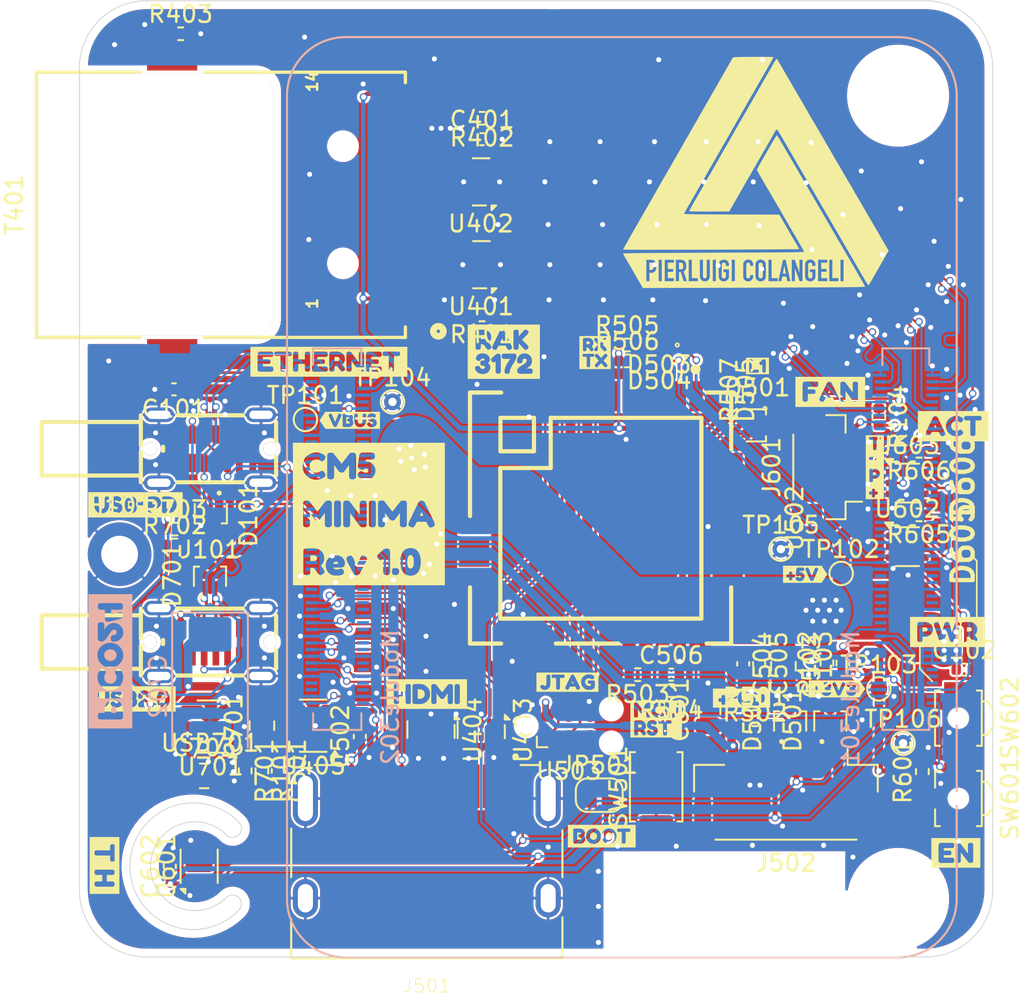
<source format=kicad_pcb>
(kicad_pcb (version 20240108) (generator "pcbnew") (generator_version "8.0")
  (layers (0 "F.Cu" signal) (1 "In1.Cu" signal) (2 "In2.Cu" signal) (31 "B.Cu" signal) (34 "B.Paste" user) (35 "F.Paste" user) (36 "B.SilkS" user "B.Silkscreen") (37 "F.SilkS" user "F.Silkscreen") (38 "B.Mask" user) (39 "F.Mask" user) (44 "Edge.Cuts" user))
  (net 0 "")
  (net 1 "GND")
  (net 2 "Net-(T401-VCC)")
  (net 3 "Net-(R401-Pad2)")
  (net 4 "Net-(R402-Pad2)")
  (net 5 "Net-(T401-SHIELD1)")
  (net 6 "/HDMI/HDMI_5v")
  (net 7 "/CM5/BT_nDis")
  (net 8 "/CM5/WL_nDis")
  (net 9 "Net-(D605-K)")
  (net 10 "Net-(D606-K)")
  (net 11 "/CM5/ETH_PI.TRD3_P")
  (net 12 "/CM5/ETH_PI.TRD0_P")
  (net 13 "/CM5/ETH_PI.TRD1_P")
  (net 14 "/CM5/ETH_PI.TRD2_P")
  (net 16 "/CM5/GPIO6")
  (net 17 "/CM5/GPIO25")
  (net 18 "/CM5/nLED_ACTIVITY")
  (net 19 "/CM5/nRPIBOOT")
  (net 20 "/CM5/GPIO10")
  (net 21 "/CM5/SYNC_OUT")
  (net 22 "/CM5/GPIO12")
  (net 23 "/CM5/SD_CLK")
  (net 24 "/CM5/GPIO8")
  (net 25 "/CM5/GPIO_VREF")
  (net 26 "/CM5/GPIO26")
  (net 27 "/CM5/EEPROM_nWP")
  (net 28 "/CM5/PI_nLED_PWR")
  (net 29 "/CM5/GPIO14")
  (net 30 "/CM5/GPIO17")
  (net 31 "/CM5/GLOBAL_EN")
  (net 32 "/CM5/SD_DAT2")
  (net 33 "/CM5/GPIO9")
  (net 34 "/CM5/GPIO7")
  (net 35 "/CM5/GPIO27")
  (net 36 "/CM5/SD_CMD")
  (net 37 "/CM5/GPIO21")
  (net 38 "/CM5/GPIO13")
  (net 39 "/CM5/SD_PWR_ON")
  (net 40 "/CM5/SD_DAT1")
  (net 41 "/CM5/GPIO18")
  (net 42 "/CM5/GPIO16")
  (net 43 "/CM5/SD_DAT0")
  (net 44 "/CM5/nLED_SPEED_100_1000")
  (net 45 "/SCL")
  (net 46 "/CM5/SD_DAT3")
  (net 47 "/CM5/GPIO20")
  (net 48 "/CM5/GPIO19")
  (net 49 "/CM5/GPIO22")
  (net 50 "/CM5/GPIO4")
  (net 51 "/CM5/GPIO23")
  (net 52 "/CM5/GPIO15")
  (net 53 "/CM5/GPIO24")
  (net 54 "/CM5/GPIO11")
  (net 55 "/SDA")
  (net 56 "/CM5/GPIO5")
  (net 57 "/CM5/HDMI1_D2_N")
  (net 58 "/CM5/PCIE_nRST")
  (net 59 "/CM5/HDMI1_D1_P")
  (net 60 "/CM5/USBOTG_ID")
  (net 61 "/CM5/HDMI1_D2_P")
  (net 62 "/CM5/PCIE_TX_P")
  (net 63 "/CM5/HDMI1_SCL")
  (net 64 "/CM5/HDMI1_SDA")
  (net 65 "/CM5/HDMI1_D0_N")
  (net 66 "/CM5/PCIE_RX_N")
  (net 67 "/CM5/PCIE_RX_P")
  (net 68 "/CM5/HDMI1_CK_N")
  (net 69 "/CM5/PCIE_CLK_N")
  (net 70 "/CM5/HDMI1_D1_N")
  (net 71 "/CM5/HDMI1_HOTPLUG")
  (net 72 "/CM5/HDMI1_CEC")
  (net 73 "/CM5/HDMI1_CK_P")
  (net 74 "/CM5/PCIE_CLK_P")
  (net 75 "/CM5/HDMI1_D0_P")
  (net 76 "/CM5/PCIE_TX_N")
  (net 77 "/CM5/DPHY1_D1_N")
  (net 78 "/CM5/USB3-0-TX_P")
  (net 79 "Net-(R605-Pad2)")
  (net 80 "Net-(R606-Pad2)")
  (net 81 "/CM5/DPHY1_D0_P")
  (net 82 "/CM5/USB3-1-RX_P")
  (net 83 "/CM5/CAM_GPIO0")
  (net 84 "/CM5/HDMI_PI.HDMI0_D2_P")
  (net 85 "/CM5/HDMI_PI.HDMI0_CEC")
  (net 86 "/CM5/HDMI_PI.HDMI0_HOTPLUG")
  (net 87 "/CM5/PCIE_PWR_EN")
  (net 88 "/CM5/PCIE_nWAKE")
  (net 89 "/CM5/DPHY0_D2_P")
  (net 90 "/CM5/DPHY1_D2_N")
  (net 91 "/CM5/USB3-0-TX_N")
  (net 92 "/CM5/USB3-0-RX_P")
  (net 93 "/CM5/USB3-1-D_P")
  (net 94 "/CM5/USB3-1-RX_N")
  (net 95 "/CM5/HDMI_PI.HDMI0_D1_N")
  (net 99 "/CM5/HDMI_PI.HDMI0_D2_N")
  (net 100 "/CM5/PWR_BUT")
  (net 101 "/CM5/DPHY1_D1_P")
  (net 102 "/CM5/HDMI_PI.HDMI0_CK_P")
  (net 103 "/CM5/DPHY0_C_P")
  (net 104 "/CM5/DPHY0_D1_P")
  (net 105 "/CM5/HDMI_PI.HDMI0_D1_P")
  (net 106 "/CM5/HDMI_PI.HDMI0_D0_P")
  (net 107 "/CM5/HDMI_PI.HDMI0_CK_N")
  (net 108 "/CM5/PCIE_nCLKREQ")
  (net 109 "/CM5/VBUS_EN")
  (net 110 "/CM5/DPHY1_C_N")
  (net 111 "/CM5/DPHY1_C_P")
  (net 112 "/CM5/DPHY0_D3_P")
  (net 113 "/CM5/DPHY0_D0_P")
  (net 114 "/CM5/HDMI_PI.HDMI0_SDA")
  (net 115 "/CM5/HDMI_PI.HDMI0_D0_N")
  (net 116 "/CM5/DPHY0_C_N")
  (net 117 "/CM5/PWM")
  (net 118 "/CM5/VBAT")
  (net 119 "/CM5/TACHO")
  (net 120 "/CM5/USB3-1-TX_N")
  (net 121 "/CM5/HDMI_PI.HDMI0_SCL")
  (net 122 "/CM5/USB3-0-RX_N")
  (net 123 "/CM5/ID_SC")
  (net 124 "/CM5/CAM_GPIO1")
  (net 125 "/CM5/DPHY1_D3_P")
  (net 126 "/CM5/DPHY0_D3_N")
  (net 127 "/CM5/USB3-1-TX_P")
  (net 128 "/CM5/DPHY1_D2_P")
  (net 129 "/CM5/DPHY0_D1_N")
  (net 130 "/CM5/DPHY0_D2_N")
  (net 131 "/CM5/USB3-1-D_N")
  (net 132 "/CM5/DPHY1_D3_N")
  (net 133 "/CM5/ID_SD")
  (net 134 "/CM5/DPHY0_D0_N")
  (net 135 "/CM5/DPHY1_D0_N")
  (net 142 "/USB_C.D_P")
  (net 143 "/CC2")
  (net 144 "/USB_C.D_N")
  (net 146 "/CC1")
  (net 147 "+5V")
  (net 148 "+3V3")
  (net 149 "+1V8")
  (net 150 "/CM5/ETH_nLED_ACTIVITY")
  (net 151 "/CM5/ETH_PI.TRD0_N")
  (net 152 "/CM5/ETH_PI.TRD2_N")
  (net 153 "/CM5/ETH_PI.TRD1_N")
  (net 154 "/CM5/ETH_PI.TRD3_N")
  (net 172 "/LoRaWAN/RAK_RST")
  (net 173 "/IO/IO5")
  (net 174 "/IO/IO6")
  (net 175 "Net-(D503-A)")
  (net 176 "/LoRaWAN/UART2_RX")
  (net 177 "/LoRaWAN/UART2_TX")
  (net 178 "Net-(D504-A)")
  (net 179 "Net-(D505-K)")
  (net 180 "Net-(D505-A)")
  (net 183 "/LoRaWAN/BOOT")
  (net 184 "/LoRaWAN/LED1")
  (net 185 "/LoRaWAN/SWDIO")
  (net 186 "/LoRaWAN/SWCLK")
  (net 187 "/USB/VBUS")
  (net 188 "Net-(U701-ILIM)")
  (net 189 "/USB/CC2")
  (net 190 "/USB/CC1")
  (net 194 "/CM5/USB2P.D_P")
  (net 195 "/CM5/USB2P.D_N")
  (footprint "Package_TO_SOT_SMD:SOT-23-5" (layer "F.Cu") (at 92.31 67.25 180)
    (property "Reference" "U405")
    (property "Value" "STMPS2151STR")
  )
  (footprint "Resistor_SMD:R_0402_1005Metric" (layer "F.Cu") (at 128.7 69.99 90)
    (property "Reference" "R601")
    (property "Value" "0R")
  )
  (footprint "Capacitor_SMD:C_0402_1005Metric" (layer "F.Cu") (at 118 63.55 -90)
    (property "Reference" "C504")
    (property "Value" "100n")
  )
  (footprint "Connector_JST:JST_GH_BM06B-GHS-TBT_1x06-1MP_P1.25mm_Vertical" (layer "F.Cu") (at 120.55 71.45 180)
    (property "Reference" "J502")
    (property "Value" "I2C")
  )
  (footprint "TestPoint:TestPoint_Pad_D1.0mm" (layer "F.Cu") (at 126.1 65.05)
    (property "Reference" "TP103")
    (property "Value" "+3V3_PI")
  )
  (footprint "EasyEDA:WIRELM-SMD_32P-L15.5-W15.0-P1.00" (layer "F.Cu") (at 109.5 54.85 -90)
    (property "Reference" "U502")
    (property "Value" "RAK3172-8-SM-I")
  )
  (footprint "kibuzzard-67601C98" (layer "F.Cu") (at 118.85 45.75)
    (property "Reference" "kibuzzard-67601C98" (hide yes))
    (property "Value" "G***" (hide yes))
  )
  (footprint "Package_SON:USON-10_2.5x1.0mm_P0.5mm" (layer "F.Cu") (at 102.35 67.5 -90)
    (property "Reference" "U403")
    (property "Value" "TPD4EUSB30")
  )
  (footprint "Button_Switch_SMD:SW_SPST_B3U-3100P-B" (layer "F.Cu") (at 130.03 66.8 -90)
    (property "Reference" "SW602")
    (property "Value" "B3U-3000P")
  )
  (footprint "Capacitor_SMD:C_0805_2012Metric" (layer "F.Cu") (at 120.4 63.7 -90)
    (property "Reference" "C503")
    (property "Value" "4u7")
  )
  (footprint "Resistor_SMD:R_0402_1005Metric" (layer "F.Cu") (at 113.7 65.15 180)
    (property "Reference" "R504")
    (property "Value" "10k")
  )
  (footprint "LED_SMD:LED_0402_1005Metric" (layer "F.Cu") (at 119.3 47.2 90)
    (property "Reference" "D505")
    (property "Value" "LED")
  )
  (footprint "Button_Switch_SMD:SW_SPST_B3U-3100P-B" (layer "F.Cu") (at 130.03 71.6 -90)
    (property "Reference" "SW601")
    (property "Value" "B3U-3000P")
  )
  (footprint "LED_SMD:LED_0402_1005Metric" (layer "F.Cu") (at 112.985 45.45 180)
    (property "Reference" "D504")
    (property "Value" "CHRG")
  )
  (footprint "Button_Switch_SMD:SW_Push_SPST_NO_Alps_SKRK" (layer "F.Cu") (at 112.8 70.9 90)
    (property "Reference" "SW501")
    (property "Value" "SW_Push")
  )
  (footprint "Resistor_SMD:R_0402_1005Metric" (layer "F.Cu") (at 128.5 50.85 180)
    (property "Reference" "R606")
    (property "Value" "3k3")
  )
  (footprint "Resistor_SMD:R_0402_1005Metric" (layer "F.Cu") (at 123.95 63.5 90)
    (property "Reference" "R103")
    (property "Value" "nf")
  )
  (footprint "kibuzzard-67601AC8" (layer "F.Cu") (at 109.15 44.95)
    (property "Reference" "kibuzzard-67601AC8" (hide yes))
    (property "Value" "G***" (hide yes))
  )
  (footprint "LED_SMD:LED_0402_1005Metric" (layer "F.Cu") (at 112.97 44.5 180)
    (property "Reference" "D503")
    (property "Value" "CHRG")
  )
  (footprint "Capacitor_SMD:C_0402_1005Metric" (layer "F.Cu") (at 95.1 67.9 90)
    (property "Reference" "C502")
    (property "Value" "100n")
  )
  (footprint "kibuzzard-676020D8" (layer "F.Cu") (at 121.7 58.2)
    (property "Reference" "kibuzzard-676020D8" (hide yes))
    (property "Value" "G***" (hide yes))
  )
  (footprint "kibuzzard-675DA866" (layer "F.Cu") (at 123.2 47.3)
    (property "Reference" "kibuzzard-675DA866" (hide yes))
    (property "Value" "G***" (hide yes))
  )
  (footprint "Package_TO_SOT_SMD:SOT-23-6" (layer "F.Cu") (at 86.2 67.3 180)
    (property "Reference" "U701")
    (property "Value" "AP22653W6")
  )
  (footprint "Package_SON:USON-10_2.5x1.0mm_P0.5mm" (layer "F.Cu") (at 102.365 39.7 180)
    (property "Reference" "U401")
    (property "Value" "TPD4EUSB30")
  )
  (footprint "kibuzzard-675DF4E5" (layer "F.Cu") (at 125.86 51.8)
    (property "Reference" "kibuzzard-675DF4E5" (hide yes))
    (property "Value" "G***" (hide yes))
  )
  (footprint "Resistor_SMD:R_0402_1005Metric" (layer "F.Cu") (at 89.25 69.95 -90)
    (property "Reference" "R101")
    (property "Value" "2.2K 1%")
  )
  (footprint "TestPoint:TestPoint_Pad_D1.0mm" (layer "F.Cu") (at 123.85 58.15)
    (property "Reference" "TP102")
    (property "Value" "+5V_PI")
  )
  (footprint "kibuzzard-676020C0" (layer "F.Cu") (at 94.5 49)
    (property "Reference" "kibuzzard-676020C0" (hide yes))
    (property "Value" "G***" (hide yes))
  )
  (footprint "Resistor_SMD:R_0402_1005Metric" (layer "F.Cu") (at 118.35 47.2 90)
    (property "Reference" "R507")
    (property "Value" "4k7")
  )
  (footprint "kibuzzard-675EDCA4" (layer "F.Cu") (at 81.5 65.65)
    (property "Reference" "kibuzzard-675EDCA4" (hide yes))
    (property "Value" "G***" (hide yes))
  )
  (footprint "kibuzzard-675DB3C2" (layer "F.Cu") (at 95.64 54.6)
    (property "Reference" "kibuzzard-675DB3C2" (hide yes))
    (property "Value" "G***" (hide yes))
  )
  (footprint "Resistor_SMD:R_0402_1005Metric" (layer "F.Cu") (at 102.4 30.95 180)
    (property "Reference" "R402")
    (property "Value" "470R")
  )
  (footprint "Resistor_SMD:R_0402_1005Metric" (layer "F.Cu") (at 123 63.5 90)
    (property "Reference" "R102")
    (property "Value" "0R")
  )
  (footprint "Package_TO_SOT_SMD:SOT-416" (layer "F.Cu") (at 123.2 66.9 90)
    (property "Reference" "D501")
    (property "Value" "RCLAMP0502BA")
  )
  (footprint "kibuzzard-67602076" (layer "F.Cu") (at 117.9 65.6)
    (property "Reference" "kibuzzard-67602076" (hide yes))
    (property "Value" "G***" (hide yes))
  )
  (footprint "TestPoint:TestPoint_THTPad_D1.0mm_Drill0.5mm" (layer "F.Cu") (at 97.05 47.9)
    (property "Reference" "TP104")
    (property "Value" "GND")
  )
  (footprint "Resistor_SMD:R_0402_1005Metric" (layer "F.Cu") (at 102.4 42.7 180)
    (property "Reference" "R401")
    (property "Value" "470R")
  )
  (footprint "Resistor_SMD:R_0402_1005Metric" (layer "F.Cu") (at 111.07 44.5)
    (property "Reference" "R505")
    (property "Value" "1k")
  )
  (footprint "Package_TO_SOT_SMD:SOT-416" (layer "F.Cu") (at 118.85 49.3)
    (property "Reference" "Q501")
    (property "Value" "DTC043ZEBTL")
  )
  (footprint "TestPoint:TestPoint_Pad_D1.0mm" (layer "F.Cu") (at 91.85 48.95)
    (property "Reference" "TP101")
    (property "Value" "VBUS")
  )
  (footprint "Resistor_SMD:R_0402_1005Metric" (layer "F.Cu") (at 84.4 25.9)
    (property "Reference" "R403")
    (property "Value" "0R")
  )
  (footprint "kibuzzard-675DA85E" (layer "F.Cu") (at 130.7 74.85)
    (property "Reference" "kibuzzard-675DA85E" (hide yes))
    (property "Value" "G***" (hide yes))
  )
  (footprint "Capacitor_SMD:C_0805_2012Metric" (layer "F.Cu") (at 89.25 67.25 90)
    (property "Reference" "C701")
    (property "Value" "10u")
  )
  (footprint "MountingHole:MountingHole_2.2mm_M2_DIN965_Pad_TopBottom" (layer "F.Cu") (at 80.75 57)
    (property "Reference" "H101")
    (property "Value" "MountingHole_Pad")
  )
  (footprint "Capacitor_SMD:C_0402_1005Metric" (layer "F.Cu") (at 118.95 63.55 -90)
    (property "Reference" "C505")
    (property "Value" "100n")
  )
  (footprint "Connector:Tag-Connect_TC2030-IDC-NL_2x03_P1.27mm_Vertical" (layer "F.Cu") (at 107.58 67.265)
    (property "Reference" "U503")
    (property "Value" "~")
  )
  (footprint "Connector_JST:JST_SH_BM04B-SRSS-TB_1x04-1MP_P1.00mm_Vertical" (layer "F.Cu") (at 123 51.8 90)
    (property "Reference" "J601")
    (property "Value" "JST_SHBM04B-SRSS-TB")
  )
  (footprint "kibuzzard-675DBE31" (layer "F.Cu") (at 130.55 49.35)
    (property "Reference" "kibuzzard-675DBE31" (hide yes))
    (property "Value" "G***" (hide yes))
  )
  (footprint "Capacitor_SMD:C_0805_2012Metric" (layer "F.Cu") (at 85.8 70.25)
    (property "Reference" "C703")
    (property "Value" "10u")
  )
  (footprint "Package_TO_SOT_SMD:SOT-353_SC-70-5" (layer "F.Cu") (at 127.8 56.55)
    (property "Reference" "U602")
    (property "Value" "74LVC1G07SE-7")
  )
  (footprint "Capacitor_SMD:C_0402_1005Metric" (layer "F.Cu") (at 83.75 75.65 90)
    (property "Reference" "C602")
    (property "Value" "100n")
  )
  (footprint "Capacitor_SMD:C_0402_1005Metric" (layer "F.Cu") (at 102.4 32.2)
    (property "Reference" "C401")
    (property "Value" "100n")
  )
  (footprint "kibuzzard-675DA850" (layer "F.Cu") (at 99.099718 65.358528)
    (property "Reference" "kibuzzard-675DA850" (hide yes))
    (property "Value" "G***" (hide yes))
  )
  (footprint "Resistor_SMD:R_0402_1005Metric" (layer "F.Cu") (at 84.05 56.45)
    (property "Reference" "R702")
    (property "Value" "22k")
  )
  (footprint "kibuzzard-675DCF9A" (layer "F.Cu") (at 109.55 73.85)
    (property "Reference" "kibuzzard-675DCF9A" (hide yes))
    (property "Value" "G***" (hide yes))
  )
  (footprint "Jumper:SolderJumper-2_P1.3mm_Open_RoundedPad1.0x1.5mm" (layer "F.Cu") (at 109.4 71.4)
    (property "Reference" "JP501")
    (property "Value" "BOOT")
  )
  (footprint "Resistor_SMD:R_0402_1005Metric" (layer "F.Cu") (at 111.7 64.2 180)
    (property "Reference" "R503")
    (property "Value" "10k")
  )
  (footprint "Sensor_Humidity:Sensirion_DFN-4-1EP_2x2mm_P1mm_EP0.7x1.6mm" (layer "F.Cu") (at 85.5 75.65 90)
    (property "Reference" "U601")
    (property "Value" "SHTC3")
  )
  (footprint "kibuzzard-675DBE43" (layer "F.Cu") (at 130.2 61.65)
    (property "Reference" "kibuzzard-675DBE43" (hide yes))
    (property "Value" "G***" (hide yes))
  )
  (footprint "EasyEDA:USB-C-SMD_TYPEC-305-ACP16H458" (layer "F.Cu") (at 86.15 50.7 180)
    (property "Reference" "J101")
    (property "Value" "USB_C_Receptacle_USB2.0")
  )
  (footprint "Symbol:OSHW-Logo2_7.3x6mm_Copper" (layer "F.Cu") (at 106.7 27.45)
    (property "Reference" "REF**" (hide yes))
    (property "Value" "OSHW-Logo2_7.3x6mm_Copper" (hide yes))
  )
  (footprint "Resistor_SMD:R_0402_1005Metric" (layer "F.Cu") (at 118.7 66.7)
    (property "Reference" "R501")
    (property "Value" "10k")
  )
  (footprint "kibuzzard-676020F6" (layer "F.Cu") (at 123.6 65.05)
    (property "Reference" "kibuzzard-676020F6" (hide yes))
    (property "Value" "G***" (hide yes))
  )
  (footprint "Connector_Wuerth:7498111120AR" (layer "F.Cu") (at 94.09 36.12 90)
    (property "Reference" "T401")
    (property "Value" "7498111120AR")
    (fp_line (start 7.825 -15.7) (end -7.825 -15.7) (stroke (width 0.01)) (layer "Edge.Cuts"))
    (fp_line (start -7.825 -15.7) (end -7.825 -5.2) (stroke (width 0.01)) (layer "Edge.Cuts"))
    (fp_line (start 7.825 -5.2) (end 7.825 -15.7) (stroke (width 0.01)) (layer "Edge.Cuts"))
    (fp_line (start -6.825 -4.2) (end 6.825 -4.2) (stroke (width 0.01)) (layer "Edge.Cuts"))
    (fp_arc (start 7.825 -5.2) (mid 7.532107 -4.492893) (end 6.825 -4.2) (stroke (width 0.01)) (layer "Edge.Cuts"))
    (fp_arc (start -6.825 -4.2) (mid -7.532107 -4.492893) (end -7.825 -5.2) (stroke (width 0.01)) (layer "Edge.Cuts"))
  )
  (footprint "TestPoint:TestPoint_THTPad_D1.0mm_Drill0.5mm" (layer "F.Cu") (at 120.25 56.7)
    (property "Reference" "TP105")
    (property "Value" "GND")
  )
  (footprint "Resistor_SMD:R_0402_1005Metric" (layer "F.Cu") (at 111.08 45.450001)
    (property "Reference" "R506")
    (property "Value" "1k")
  )
  (footprint "kibuzzard-67601A65" (layer "F.Cu") (at 103.7 44.9)
    (property "Reference" "kibuzzard-67601A65" (hide yes))
    (property "Value" "G***" (hide yes))
  )
  (footprint "Package_SON:USON-10_2.5x1.0mm_P0.5mm" (layer "F.Cu") (at 102.345 34.75 180)
    (property "Reference" "U402")
    (property "Value" "TPD4EUSB30")
  )
  (footprint "kibuzzard-675EDCB9" (layer "F.Cu") (at 81.7 54.05)
    (property "Reference" "kibuzzard-675EDCB9" (hide yes))
    (property "Value" "G***" (hide yes))
  )
  (footprint "Capacitor_SMD:C_0402_1005Metric" (layer "F.Cu") (at 90.2 69.95 -90)
    (property "Reference" "C501")
    (property "Value" "100n")
  )
  (footprint "CM5IO:EDAC 690-019-298-412" (layer "F.Cu") (at 99.1 71.6)
    (property "Reference" "J501")
    (property "Value" "690-019-298-412" (hide yes))
  )
  (footprint "kibuzzard-675DA838" (layer "F.Cu") (at 93.25 45.5)
    (property "Reference" "kibuzzard-675DA838" (hide yes))
    (property "Value" "G***" (hide yes))
  )
  (footprint "kibuzzard-675DCF7A" (layer "F.Cu") (at 79.85 75.6 -90)
    (property "Reference" "kibuzzard-675DCF7A" (hide yes))
    (property "Value" "G***" (hide yes))
  )
  (footprint "kibuzzard-67601717" (layer "F.Cu") (at 112.8 66.85)
    (property "Reference" "kibuzzard-67601717" (hide yes))
    (property "Value" "G***" (hide yes))
  )
  (footprint "Resistor_SMD:R_0402_1005Metric" (layer "F.Cu") (at 88.25 69.95 -90)
    (property "Reference" "R701")
    (property "Value" "15K 1%")
  )
  (footprint "kibuzzard-675DC2F1" (layer "F.Cu") (at 107.5 64.65)
    (property "Reference" "kibuzzard-675DC2F1" (hide yes))
    (property "Value" "G***" (hide yes))
  )
  (footprint "Package_TO_SOT_SMD:SOT-416" (layer "F.Cu") (at 86.2 54.65 -90)
    (property "Reference" "D101")
    (property "Value" "RCLAMP0502BA")
  )
  (footprint "Capacitor_SMD:C_0402_1005Metric" (layer "F.Cu") (at 131.2 63.9)
    (property "Reference" "C102")
    (property "Value" "100n")
  )
  (footprint "Capacitor_SMD:C_0402_1005Metric" (layer "F.Cu") (at 84 47.15 180)
    (property "Reference" "C101")
    (property "Value" "100n")
  )
  (footprint "Package_TO_SOT_SMD:SOT-353_SC-70-5" (layer "F.Cu") (at 127.8 52.75)
    (property "Reference" "U603")
    (property "Value" "74LVC1G07SE-7")
  )
  (footprint "Resistor_SMD:R_0402_1005Metric" (layer "F.Cu") (at 126.1 48.8 -90)
    (property "Reference" "R104")
    (property "Value" "10k")
  )
  (footprint "EasyEDA:USB-C-SMD_TYPEC-305-ACP16H458" (layer "F.Cu") (at 86.15 62.25 180)
    (property "Reference" "USB701")
    (property "Value" "TYPEC-305-ACP16H458")
  )
  (footprint "Package_TO_SOT_SMD:SOT-416" (layer "F.Cu") (at 86.15 58.25 90)
    (property "Reference" "D701")
    (property "Value" "RCLAMP0502BA")
  )
  (footprint "Capacitor_SMD:C_0805_2012Metric" (layer "F.Cu") (at 115.9 66.3 90)
    (property "Reference" "C601")
    (property "Value" "4u7")
  )
  (footprint "Capacitor_SMD:C_0402_1005Metric" (layer "F.Cu") (at 113.7 64.2)
    (property "Reference" "C506")
    (property "Value" "100nF")
  )
  (footprint "Resistor_SMD:R_0402_1005Metric" (layer "F.Cu") (at 84.05 55.5)
    (property "Reference" "R703")
    (property "Value" "22k")
  )
  (footprint "Samacsys:Led_Wurth_0603_side" (layer "F.Cu") (at 131 56.4 -90)
    (property "Reference" "D605")
    (property "Value" "GREEN" (hide yes))
  )
  (footprint "Package_TO_SOT_SMD:SOT-416" (layer "F.Cu") (at 120.8 66.9 90)
    (property "Reference" "D502")
    (property "Value" "RCLAMP0502BA")
  )
  (footprint "Package_SON:USON-10_2.5x1.0mm_P0.5mm" (layer "F.Cu") (at 99.35 67.485 -90)
    (property "Reference" "U404")
    (property "Value" "TPD4EUSB30")
  )
  (footprint "TestPoint:TestPoint_THTPad_D1.0mm_Drill0.5mm" (layer "F.Cu") (at 127.55 68.3)
    (property "Reference" "TP106")
    (property "Value" "GND")
  )
  (footprint "Resistor_SMD:R_0402_1005Metric" (layer "F.Cu") (at 118.7 67.65)
    (property "Reference" "R502")
    (property "Value" "10k")
  )
  (footprint "Samacsys:Led_Wurth_0603_side" (layer "F.Cu") (at 131 52.35 -90)
    (property "Reference" "D606")
    (property "Value" "GREEN" (hide yes))
  )
  (footprint "Resistor_SMD:R_0402_1005Metric" (layer "F.Cu") (at 128.5 54.65 180)
    (property "Reference" "R605")
    (property "Value" "3k3")
  )
  (footprint "CM5IO:Raspberry-Pi-5-Compute-Module_GPIO" (layer "B.Cu") (at 127.25 77.6 180)
    (property "Reference" "Module301")
    (property "Value" "ComputeModule5-CM5")
  )
  (footprint "Capacitor_Tantalum_SMD:CP_EIA-7343-31_Kemet-D" (layer "B.Cu") (at 86.15 64.9 -90)
    (property "Reference" "C702")
    (property "Value" "100uF")
  )
  (footprint "kibuzzard-67602DFF" (layer "B.Cu") (at 80.2 63.4 90)
    (property "Reference" "kibuzzard-67602DFF" (hide yes))
    (property "Value" "G***" (hide yes))
  )
  (footprint "CM5IO:Raspberry-Pi-5-Compute-Module_HSS" (layer "B.Cu") (at 127.25 77.6 180)
    (property "Reference" "Module302")
    (property "Value" "ComputeModule5-CM5")
  )
  (gr_poly (pts (xy 119.997754 27.402561) (xy 120.001181 27.404254) (xy 120.005288 27.407258) (xy 120.010019 27.4115) (xy 120.01532 27.416905) (xy 120.021137 27.423401) (xy 120.027416 27.430914) (xy 120.04114 27.448699) (xy 120.056057 27.469671) (xy 120.071731 27.493245) (xy 120.087728 27.518833) (xy 120.103612 27.545848) (xy 120.172704 27.666515) (xy 120.23205 27.769159) (xy 120.74319 28.64914) (xy 120.942587 28.995195) (xy 121.053799 29.190837) (xy 121.072539 29.224515) (xy 121.090915 29.257112) (xy 121.108459 29.287829) (xy 121.124706 29.31587) (xy 121.139188 29.340439) (xy 121.15144 29.360738) (xy 121.160995 29.375969) (xy 121.167387 29.385337) (xy 121.173142 29.393483) (xy 121.18087 29.405217) (xy 121.200898 29.437236) (xy 121.224772 29.476973) (xy 121.24979 29.520009) (xy 121.588628 30.103596) (xy 121.812329 30.490158) (xy 121.901161 30.645388) (xy 121.958479 30.747098) (xy 121.977227 30.780786) (xy 121.995643 30.81341) (xy 122.013256 30.844167) (xy 122.029597 30.872258) (xy 122.044198 30.896882) (xy 122.056588 30.917239) (xy 122.066298 30.932527) (xy 122.072858 30.941946) (xy 122.108316 30.999086) (xy 122.187554 31.13238) (xy 122.430404 31.547937) (xy 123.1 32.7) (xy 123.363696 33.155252) (xy 123.464709 33.331373) (xy 123.526512 33.440754) (xy 123.563627 33.507042) (xy 123.597418 33.56583) (xy 123.6119 33.590415) (xy 123.624152 33.610727) (xy 123.633708 33.625968) (xy 123.6401 33.63534) (xy 123.645854 33.643486) (xy 123.653582 33.655219) (xy 123.673611 33.687239) (xy 123.697484 33.726977) (xy 123.722504 33.770015) (xy 123.908439 34.092794) (xy 124.113466 34.445162) (xy 124.282613 34.73306) (xy 124.360909 34.862429) (xy 124.36743 34.871795) (xy 124.377103 34.887025) (xy 124.404034 34.931892) (xy 124.437953 34.990651) (xy 124.475115 35.056926) (xy 124.63793 35.342428) (xy 124.901625 35.797678) (xy 125.571306 36.949743) (xy 125.702867 37.175739) (xy 125.814113 37.365344) (xy 125.893321 37.498667) (xy 125.917247 37.538008) (xy 125.928768 37.555819) (xy 125.935311 37.565235) (xy 125.944975 37.580513) (xy 125.971799 37.625463) (xy 126.005505 37.684281) (xy 126.042357 37.750582) (xy 126.099257 37.852046) (xy 126.187556 38.00661) (xy 126.410097 38.391008) (xy 126.687704 38.866891) (xy 126.585796 39.035211) (xy 126.54031 39.111218) (xy 126.491801 39.193759) (xy 126.44608 39.272885) (xy 126.408956 39.338648) (xy 126.003031 40.051925) (xy 125.592916 40.763389) (xy 125.583843 40.778511) (xy 125.574728 40.793301) (xy 125.56563 40.807677) (xy 125.556609 40.82156) (xy 125.547725 40.834869) (xy 125.539038 40.847522) (xy 125.530607 40.85944) (xy 125.522493 40.870542) (xy 125.514756 40.880747) (xy 125.507455 40.889974) (xy 125.50065 40.898143) (xy 125.494402 40.905173) (xy 125.488769 40.910984) (xy 125.483812 40.915495) (xy 125.481606 40.917238) (xy 125.479591 40.918626) (xy 125.477775 40.919648) (xy 125.476166 40.920295) (xy 125.474328 40.920152) (xy 125.471838 40.918832) (xy 125.464974 40.912773) (xy 125.455721 40.902348) (xy 125.444229 40.887786) (xy 125.415122 40.847164) (xy 125.378843 40.792739) (xy 125.336583 40.726345) (xy 125.289532 40.649814) (xy 125.238881 40.564976) (xy 125.18582 40.473666) (xy 124.888514 39.958566) (xy 124.540476 39.35973) (xy 123.704935 37.923121) (xy 123.207491 37.06601) (xy 122.869129 36.48651) (xy 122.583277 35.996847) (xy 122.416352 35.708335) (xy 122.299335 35.506367) (xy 121.964009 34.930163) (xy 121.515273 34.159539) (xy 121.119598 33.478618) (xy 120.769472 32.8761) (xy 120.603743 32.592559) (xy 120.481908 32.381573) (xy 120.290294 32.046925) (xy 120.26409 32.001395) (xy 120.238519 31.957708) (xy 120.213682 31.916014) (xy 120.189682 31.876465) (xy 120.166621 31.839211) (xy 120.1446 31.804402) (xy 120.123723 31.772191) (xy 120.10409 31.742727) (xy 120.085803 31.716161) (xy 120.068966 31.692644) (xy 120.053679 31.672327) (xy 120.040045 31.65536) (xy 120.028167 31.641895) (xy 120.018145 31.632081) (xy 120.013862 31.628591) (xy 120.010081 31.626071) (xy 120.006816 31.624539) (xy 120.004079 31.624014) (xy 120.001731 31.624093) (xy 119.999327 31.624345) (xy 119.996874 31.624765) (xy 119.994375 31.625349) (xy 119.991836 31.626093) (xy 119.989262 31.626993) (xy 119.984029 31.629241) (xy 119.978715 31.632061) (xy 119.973359 31.635418) (xy 119.968003 31.639277) (xy 119.962686 31.643606) (xy 119.957447 31.64837) (xy 119.952327 31.653535) (xy 119.947366 31.659068) (xy 119.942603 31.664933) (xy 119.938078 31.671097) (xy 119.933831 31.677527) (xy 119.929903 31.684187) (xy 119.926332 31.691045) (xy 119.868115 31.798048) (xy 119.719751 32.060034) (xy 119.053366 33.222972) (xy 118.601818 34.011604) (xy 117.818635 35.378548) (xy 117.297862 36.287354) (xy 117.164946 36.520154) (xy 115.96878 36.524022) (xy 115.682691 36.524483) (xy 115.437015 36.523856) (xy 115.231054 36.522124) (xy 115.064106 36.519273) (xy 114.935471 36.515286) (xy 114.885302 36.512861) (xy 114.844448 36.510146) (xy 114.812823 36.50714) (xy 114.790338 36.503839) (xy 114.776906 36.500243) (xy 114.773557 36.498334) (xy 114.772439 36.496349) (xy 114.781268 36.470203) (xy 114.807682 36.415378) (xy 114.912374 36.221292) (xy 115.084739 35.917306) (xy 115.322995 35.506631) (xy 115.401746 35.371102) (xy 115.479855 35.235287) (xy 115.548298 35.114965) (xy 115.598053 35.025918) (xy 115.834996 34.607502) (xy 116.173734 34.019508) (xy 116.955687 32.652561) (xy 116.968036 32.630826) (xy 116.980434 32.609363) (xy 116.992549 32.588728) (xy 117.004047 32.569474) (xy 117.014596 32.552156) (xy 117.023861 32.537329) (xy 117.031511 32.525546) (xy 117.037211 32.517362) (xy 117.043539 32.507955) (xy 117.052985 32.492666) (xy 117.079395 32.447637) (xy 117.112758 32.38867) (xy 117.149395 32.322159) (xy 117.201349 32.228366) (xy 117.276422 32.095134) (xy 117.455728 31.781355) (xy 117.635076 31.467618) (xy 117.71018 31.334415) (xy 117.762149 31.240637) (xy 117.798785 31.174112) (xy 117.832149 31.115115) (xy 117.846454 31.090444) (xy 117.858559 31.070057) (xy 117.868006 31.054759) (xy 117.874334 31.045348) (xy 117.880035 31.037164) (xy 117.887686 31.025381) (xy 117.907506 30.993234) (xy 117.931121 30.953344) (xy 117.955859 30.910146) (xy 118.29127 30.324275) (xy 118.96817 29.144729) (xy 119.297326 28.566838) (xy 119.33635 28.497751) (xy 119.387073 28.409575) (xy 119.442932 28.313652) (xy 119.497361 28.221324) (xy 119.559493 28.11527) (xy 119.636331 27.981979) (xy 119.718114 27.838495) (xy 119.795084 27.701866) (xy 119.812849 27.670426) (xy 119.830419 27.639968) (xy 119.847691 27.610645) (xy 119.86456 27.582611) (xy 119.880923 27.556019) (xy 119.896676 27.531023) (xy 119.911714 27.507775) (xy 119.925933 27.48643) (xy 119.939231 27.467141) (xy 119.951502 27.45006) (xy 119.962643 27.435343) (xy 119.972549 27.423141) (xy 119.981118 27.413608) (xy 119.984868 27.409891) (xy 119.988244 27.406898) (xy 119.991234 27.40465) (xy 119.993824 27.403165) (xy 119.996002 27.402462)) (stroke (width -0.000001)) (fill solid) (layer "F.SilkS"))
  (gr_poly (pts (xy 120.546201 40.23858) (xy 120.362683 40.23858) (xy 120.452642 39.77447) (xy 120.456242 39.774468)) (stroke (width -0.000001)) (fill solid) (layer "F.SilkS"))
  (gr_poly (pts (xy 119.04652 39.578426) (xy 119.052648 39.578807) (xy 119.058664 39.579441) (xy 119.064567 39.580329) (xy 119.070358 39.58147) (xy 119.076036 39.582864) (xy 119.081601 39.584511) (xy 119.087055 39.586412) (xy 119.092396 39.588565) (xy 119.097624 39.590972) (xy 119.10274 39.593631) (xy 119.107743 39.596543) (xy 119.112635 39.599708) (xy 119.117413 39.603125) (xy 119.12208 39.606795) (xy 119.126634 39.610717) (xy 119.131209 39.61468) (xy 119.135488 39.618925) (xy 119.139473 39.623452) (xy 119.143162 39.628259) (xy 119.146556 39.633348) (xy 119.149655 39.638718) (xy 119.152459 39.64437) (xy 119.154967 39.650302) (xy 119.157181 39.656516) (xy 119.159099 39.663011) (xy 119.160722 39.669787) (xy 119.162049 39.676843) (xy 119.163082 39.684181) (xy 119.163819 39.6918) (xy 119.164261 39.699699) (xy 119.164409 39.70788) (xy 119.16441 40.384324) (xy 119.164262 40.392511) (xy 119.16382 40.400433) (xy 119.163082 40.408089) (xy 119.16205 40.415479) (xy 119.160722 40.422602) (xy 119.159099 40.429459) (xy 119.157181 40.436049) (xy 119.154968 40.442372) (xy 119.152459 40.448428) (xy 119.149656 40.454217) (xy 119.146557 40.459738) (xy 119.143163 40.464993) (xy 119.139473 40.469979) (xy 119.135489 40.474698) (xy 119.131209 40.479148) (xy 119.126634 40.483331) (xy 119.122079 40.487034) (xy 119.117413 40.490498) (xy 119.112634 40.493723) (xy 119.107743 40.496709) (xy 119.102739 40.499456) (xy 119.097623 40.501963) (xy 119.092394 40.504232) (xy 119.087054 40.506262) (xy 119.0816 40.508052) (xy 119.076034 40.509604) (xy 119.070356 40.510917) (xy 119.064566 40.511991) (xy 119.058662 40.512826) (xy 119.052647 40.513422) (xy 119.046519 40.51378) (xy 119.040278 40.513899) (xy 119.03403 40.51378) (xy 119.027879 40.513422) (xy 119.021826 40.512826) (xy 119.01587 40.511991) (xy 119.010013 40.510917) (xy 119.004253 40.509604) (xy 118.998592 40.508052) (xy 118.993029 40.506261) (xy 118.987564 40.504232) (xy 118.982198 40.501963) (xy 118.97693 40.499455) (xy 118.971761 40.496708) (xy 118.966691 40.493722) (xy 118.96172 40.490497) (xy 118.956848 40.487032) (xy 118.952076 40.483328) (xy 118.947719 40.479146) (xy 118.943645 40.474696) (xy 118.939852 40.469978) (xy 118.936342 40.464991) (xy 118.933113 40.459738) (xy 118.930166 40.454216) (xy 118.9275 40.448428) (xy 118.925116 40.442372) (xy 118.923012 40.436049) (xy 118.92119 40.429459) (xy 118.919648 40.422602) (xy 118.918387 40.415479) (xy 118.917406 40.408089) (xy 118.916706 40.400433) (xy 118.916285 40.392511) (xy 118.916145 40.384324) (xy 118.916145 39.707877) (xy 118.916285 39.699697) (xy 118.916705 39.691797) (xy 118.917405 39.684179) (xy 118.918386 39.676841) (xy 118.919647 39.669785) (xy 118.921189 39.66301) (xy 118.923011 39.656515) (xy 118.925115 39.650302) (xy 118.927499 39.64437) (xy 118.930165 39.638719) (xy 118.933113 39.633349) (xy 118.936342 39.62826) (xy 118.939853 39.623452) (xy 118.943645 39.618926) (xy 118.94772 39.614681) (xy 118.952077 39.610717) (xy 118.95685 39.606795) (xy 118.961722 39.603125) (xy 118.966692 39.599708) (xy 118.971762 39.596543) (xy 118.976931 39.593631) (xy 118.982198 39.590972) (xy 118.987564 39.588565) (xy 118.993029 39.586412) (xy 118.998592 39.584511) (xy 119.004253 39.582864) (xy 119.010013 39.58147) (xy 119.015871 39.580329) (xy 119.021826 39.579441) (xy 119.02788 39.578807) (xy 119.034031 39.578426) (xy 119.040279 39.578299)) (stroke (width -0.000001)) (fill solid) (layer "F.SilkS"))
  (gr_line (start 131.95 60.75) (end 131.95 57.4) (stroke (width 0.1)) (layer "F.SilkS"))
  (gr_poly (pts (xy 114.268001 39.578494) (xy 114.279203 39.579086) (xy 114.289925 39.580073) (xy 114.300169 39.581453) (xy 114.309934 39.583228) (xy 114.319221 39.585397) (xy 114.32803 39.58796) (xy 114.332255 39.589389) (xy 114.33636 39.590917) (xy 114.340346 39.592543) (xy 114.344213 39.594267) (xy 114.34796 39.59609) (xy 114.351588 39.598011) (xy 114.355096 39.60003) (xy 114.358485 39.602147) (xy 114.361755 39.604363) (xy 114.364905 39.606678) (xy 114.367936 39.60909) (xy 114.370848 39.611601) (xy 114.37364 39.61421) (xy 114.376313 39.616917) (xy 114.378867 39.619722) (xy 114.381301 39.622625) (xy 114.383616 39.625627) (xy 114.385812 39.628727) (xy 114.387795 39.632142) (xy 114.389693 39.635641) (xy 114.391507 39.639223) (xy 114.393238 39.64289) (xy 114.394884 39.646641) (xy 114.396446 39.650476) (xy 114.397923 39.654396) (xy 114.399317 39.658399) (xy 114.400626 39.662488) (xy 114.401851 39.66666) (xy 114.402991 39.670917) (xy 114.404047 39.675259) (xy 114.405018 39.679685) (xy 114.405904 39.684196) (xy 114.406706 39.688792) (xy 114.407423 39.693473) (xy 114.40869 39.702666) (xy 114.409792 39.712256) (xy 114.410728 39.722242) (xy 114.411496 39.732622) (xy 114.412096 39.743396) (xy 114.412525 39.754563) (xy 114.412784 39.766121) (xy 114.41287 39.778071) (xy 114.412784 39.790046) (xy 114.412525 39.801684) (xy 114.412096 39.812984) (xy 114.411496 39.823947) (xy 114.410728 39.834573) (xy 114.409793 39.844861) (xy 114.408691 39.854812) (xy 114.407424 39.864425) (xy 114.406714 39.868881) (xy 114.405935 39.873252) (xy 114.405086 39.877538) (xy 114.404167 39.881739) (xy 114.403177 39.885856) (xy 114.402118 39.889888) (xy 114.400989 39.893835) (xy 114.399789 39.897698) (xy 114.39852 39.901477) (xy 114.397179 39.905171) (xy 114.395769 39.908782) (xy 114.394288 39.912308) (xy 114.392736 39.91575) (xy 114.391114 39.919108) (xy 114.38942 39.922382) (xy 114.387657 39.925573) (xy 114.385584 39.928678) (xy 114.383412 39.931698) (xy 114.381142 39.934633) (xy 114.378774 39.937482) (xy 114.376307 39.940247) (xy 114.373742 39.942927) (xy 114.371079 39.945523) (xy 114.368317 39.948034) (xy 114.365456 39.950461) (xy 114.362497 39.952804) (xy 114.35944 39.955062) (xy 114.356285 39.957237) (xy 114.353031 39.959328) (xy 114.349678 39.961336) (xy 114.346227 39.96326) (xy 114.342678 39.9651) (xy 114.339002 39.966627) (xy 114.335171 39.968055) (xy 114.331185 39.969387) (xy 114.327043 39.970621) (xy 114.322747 39.971756) (xy 114.318295 39.972794) (xy 114.313689 39.973734) (xy 114.308928 39.974576) (xy 114.304012 39.975319) (xy 114.298942 39.975964) (xy 114.288339 39.976957) (xy 114.277119 39.977554) (xy 114.265282 39.977754) (xy 114.160917 39.977751) (xy 114.160916 39.578302) (xy 114.256321 39.578297)) (stroke (width -0.000001)) (fill solid) (layer "F.SilkS"))
  (gr_poly (pts (xy 119.24804 27.279067) (xy 119.360742 27.279697) (xy 119.457655 27.280715) (xy 119.539876 27.282158) (xy 119.608497 27.284066) (xy 119.664615 27.286475) (xy 119.688327 27.28788) (xy 119.709324 27.289425) (xy 119.727742 27.291114) (xy 119.743719 27.292953) (xy 119.757391 27.294945) (xy 119.768895 27.297097) (xy 119.778368 27.299412) (xy 119.785946 27.301895) (xy 119.791767 27.304552) (xy 119.795968 27.307386) (xy 119.797503 27.308871) (xy 119.798685 27.310403) (xy 119.799529 27.311982) (xy 119.800055 27.313608) (xy 119.800215 27.317004) (xy 119.799302 27.320598) (xy 119.792412 27.335601) (xy 119.779296 27.361161) (xy 119.737446 27.438401) (xy 119.679876 27.541231) (xy 119.612709 27.658559) (xy 118.610691 29.408704) (xy 118.598334 29.430439) (xy 118.585923 29.451901) (xy 118.573794 29.472537) (xy 118.562281 29.491791) (xy 118.551719 29.50911) (xy 118.542441 29.523938) (xy 118.534783 29.535722) (xy 118.52908 29.543908) (xy 118.522751 29.553318) (xy 118.513301 29.568616) (xy 118.486874 29.613673) (xy 118.453482 29.672669) (xy 118.416805 29.739194) (xy 118.257127 30.023544) (xy 117.999518 30.475201) (xy 116.705139 32.735841) (xy 116.053118 33.869987) (xy 115.605961 34.65106) (xy 115.155203 35.439688) (xy 115.043369 35.63498) (xy 114.728252 36.183251) (xy 114.627089 36.360591) (xy 114.543443 36.51032) (xy 114.510905 36.569903) (xy 114.486006 36.616671) (xy 114.469833 36.648653) (xy 114.465358 36.658483) (xy 114.463473 36.663877) (xy 114.507744 36.670928) (xy 114.642596 36.677266) (xy 115.180593 36.687753) (xy 117.305593 36.699633) (xy 120.152984 36.705342) (xy 120.421804 37.16919) (xy 120.74729 37.730377) (xy 120.803751 37.827838) (xy 120.859914 37.92558) (xy 121.131371 38.390922) (xy 121.215013 38.534653) (xy 121.283499 38.654405) (xy 121.309854 38.701379) (xy 121.329773 38.737666) (xy 121.342375 38.761703) (xy 121.345656 38.768639) (xy 121.346777 38.771925) (xy 119.800946 38.786548) (xy 116.084303 38.802675) (xy 112.367663 38.808178) (xy 111.23706 38.804701) (xy 110.821829 38.797315) (xy 110.84112 38.75696) (xy 110.894077 38.658159) (xy 111.071592 38.337726) (xy 111.295576 37.94104) (xy 111.507234 37.573124) (xy 111.895003 36.897209) (xy 112.282597 36.221204) (xy 112.704328 35.485548) (xy 113.079835 34.824302) (xy 113.115212 34.761142) (xy 113.156567 34.689104) (xy 113.198759 34.617065) (xy 113.236647 34.553899) (xy 113.398134 34.277476) (xy 113.670539 33.802782) (xy 114.348476 32.616105) (xy 114.843246 31.752453) (xy 115.286275 30.978846) (xy 116.400914 29.033586) (xy 116.513011 28.838292) (xy 117.298565 27.463883) (xy 117.311078 27.441993) (xy 117.323945 27.420086) (xy 117.336801 27.39875) (xy 117.349279 27.378569) (xy 117.361013 27.36013) (xy 117.371636 27.344019) (xy 117.380782 27.330822) (xy 117.388084 27.321125) (xy 117.395599 27.315924) (xy 117.409759 27.31116) (xy 117.460237 27.302864) (xy 117.543974 27.296086) (xy 117.665425 27.290673) (xy 118.039285 27.283342) (xy 118.617456 27.27966) (xy 118.970893 27.278817) (xy 119.118456 27.278786)) (stroke (width -0.000001)) (fill solid) (layer "F.SilkS"))
  (gr_line (start 128.550215 62.55329) (end 128.55 63.85) (stroke (width 0.1)) (layer "F.SilkS"))
  (gr_poly (pts (xy 112.497976 39.578364) (xy 112.504428 39.578556) (xy 112.510683 39.578875) (xy 112.516741 39.579322) (xy 112.522602 39.579896) (xy 112.528266 39.580597) (xy 112.533733 39.581424) (xy 112.539003 39.582379) (xy 112.544077 39.583459) (xy 112.548954 39.584666) (xy 112.553634 39.585999) (xy 112.558117 39.587458) (xy 112.562404 39.589043) (xy 112.566494 39.590754) (xy 112.570387 39.59259) (xy 112.574084 39.594551) (xy 112.577626 39.596631) (xy 112.581057 39.598822) (xy 112.584376 39.601126) (xy 112.587584 39.603541) (xy 112.590679 39.606068) (xy 112.593663 39.608707) (xy 112.596534 39.611458) (xy 112.599293 39.614322) (xy 112.601939 39.617298) (xy 112.604473 39.620387) (xy 112.606894 39.623588) (xy 112.609203 39.626902) (xy 112.611398 39.630329) (xy 112.613481 39.633869) (xy 112.61545 39.637523) (xy 112.617306 39.641289) (xy 112.619056 39.645155) (xy 112.620706 39.649104) (xy 112.622258 39.653137) (xy 112.623711 39.657254) (xy 112.625065 39.661456) (xy 112.626321 39.665741) (xy 112.627478 39.670111) (xy 112.628536 39.674565) (xy 112.629496 39.679103) (xy 112.630358 39.683726) (xy 112.631122 39.688433) (xy 112.631788 39.693225) (xy 112.632355 39.698101) (xy 112.632825 39.703063) (xy 112.633471 39.713239) (xy 112.634251 39.733373) (xy 112.634798 39.754189) (xy 112.635121 39.77568) (xy 112.635227 39.797837) (xy 112.63517 39.809839) (xy 112.635001 39.821557) (xy 112.634719 39.832991) (xy 112.634325 39.844143) (xy 112.633818 39.855014) (xy 112.633199 39.865605) (xy 112.632468 39.875917) (xy 112.631625 39.885952) (xy 112.631351 39.890851) (xy 112.63098 39.895651) (xy 112.63051 39.900354) (xy 112.629942 39.904958) (xy 112.629277 39.909464) (xy 112.628513 39.913873) (xy 112.627651 39.918182) (xy 112.626691 39.922394) (xy 112.625632 39.926507) (xy 112.624475 39.930521) (xy 112.62322 39.934438) (xy 112.621865 39.938255) (xy 112.620413 39.941974) (xy 112.618861 39.945594) (xy 112.61721 39.949115) (xy 112.615461 39.952538) (xy 112.613598 39.956087) (xy 112.611609 39.959538) (xy 112.609493 39.962891) (xy 112.607251 39.966145) (xy 112.604883 39.969301) (xy 112.602388 39.972358) (xy 112.599767 39.975317) (xy 112.597019 39.978178) (xy 112.594144 39.98094) (xy 112.591144 39.983604) (xy 112.588016 39.986169) (xy 112.584762 39.988636) (xy 112.581382 39.991005) (xy 112.577875 39.993275) (xy 112.574242 39.995447) (xy 112.570482 39.99752) (xy 112.56656 39.99948) (xy 112.562442 40.001314) (xy 112.558127 40.00302) (xy 112.553615 40.004599) (xy 112.548906 40.006052) (xy 112.544001 40.007378) (xy 112.538899 40.008577) (xy 112.5336 40.00965) (xy 112.528104 40.010596) (xy 112.522412 40.011416) (xy 112.516523 40.012109) (xy 112.510437 40.012677) (xy 112.504154 40.013118) (xy 112.497674 40.013433) (xy 112.484124 40.013686) (xy 112.395923 40.013683) (xy 112.395923 39.578299) (xy 112.491328 39.578299)) (stroke (width -0.000001)) (fill solid) (layer "F.SilkS"))
  (gr_line (start 128.55 63.85) (end 129.29 64.6) (stroke (width 0.1)) (layer "F.SilkS"))
  (gr_poly (pts (xy 120.00976 31.970267) (xy 120.016727 31.977091) (xy 120.037618 32.003331) (xy 120.066793 32.044829) (xy 120.103063 32.099744) (xy 120.145238 32.166237) (xy 120.192129 32.242466) (xy 120.242547 32.326592) (xy 120.295303 32.416775) (xy 120.494229 32.760243) (xy 120.608048 32.955558) (xy 121.05248 33.718708) (xy 121.896366 35.170341) (xy 122.810183 36.741624) (xy 123.598197 38.09592) (xy 124.260586 39.233226) (xy 124.652658 39.906593) (xy 124.765896 40.101184) (xy 125.052377 40.593843) (xy 125.098564 40.673904) (xy 125.141654 40.74982) (xy 125.180705 40.819843) (xy 125.214772 40.882223) (xy 125.242915 40.935214) (xy 125.26419 40.977065) (xy 125.271958 40.993267) (xy 125.277655 41.006028) (xy 125.281163 41.015131) (xy 125.282366 41.020355) (xy 124.888105 41.035576) (xy 123.677658 41.04925) (xy 118.642845 41.073242) (xy 112.003322 41.094943) (xy 111.767179 40.686612) (xy 112.212493 40.686612) (xy 112.950081 40.686612) (xy 113.133599 40.686609) (xy 113.133599 39.405589) (xy 113.311759 39.405589) (xy 113.31176 40.686609) (xy 113.858713 40.686612) (xy 113.858713 40.503095) (xy 113.495277 40.503095) (xy 113.495277 40.127098) (xy 113.811888 40.127098) (xy 113.81189 39.954382) (xy 113.495277 39.954385) (xy 113.495278 39.578297) (xy 113.858713 39.578299) (xy 113.858713 39.405589) (xy 113.977398 39.405589) (xy 113.977398 40.686615) (xy 114.160917 40.686612) (xy 114.160916 40.139661) (xy 114.27073 40.139661) (xy 114.441597 40.686615) (xy 114.635921 40.686612) (xy 114.437994 40.101887) (xy 114.448804 40.095695) (xy 114.459192 40.089264) (xy 114.46916 40.082595) (xy 114.478706 40.075687) (xy 114.487831 40.06854) (xy 114.496534 40.061153) (xy 114.504816 40.053528) (xy 114.512676 40.045665) (xy 114.520115 40.037562) (xy 114.527131 40.02922) (xy 114.533726 40.020639) (xy 114.539899 40.01182) (xy 114.54565 40.002761) (xy 114.550979 39.993463) (xy 114.555886 39.983927) (xy 114.56037 39.974151) (xy 114.564727 39.964122) (xy 114.568801 39.953824) (xy 114.572594 39.943259) (xy 114.576105 39.932426) (xy 114.579333 39.921324) (xy 114.582281 39.909955) (xy 114.584947 39.898319) (xy 114.587331 39.886415) (xy 114.589435 39.874245) (xy 114.591257 39.861807) (xy 114.592799 39.849102) (xy 114.59406 39.836131) (xy 114.59504 39.822893) (xy 114.595741 39.809389) (xy 114.596161 39.795619) (xy 114.596301 39.781583) (xy 114.595984 39.758449) (xy 114.595036 39.736049) (xy 114.593455 39.714384) (xy 114.591242 39.693453) (xy 114.588396 39.673257) (xy 114.584918 39.653796) (xy 114.580808 39.635069) (xy 114.576065 39.617077) (xy 114.57069 39.599819) (xy 114.564683 39.583296) (xy 114.558043 39.567507) (xy 114.55077 39.552452) (xy 114.542865 39.538132) (xy 114.534328 39.524547) (xy 114.525158 39.511696) (xy 114.515355 39.499579) (xy 114.504921 39.488197) (xy 114.493853 39.477549) (xy 114.482153 39.467636) (xy 114.469821 39.458457) (xy 114.456855 39.450012) (xy 114.443258 39.442302) (xy 114.429027 39.435326) (xy 114.414164 39.429084) (xy 114.398669 39.423577) (xy 114.382541 39.418804) (xy 114.36578 39.414765) (xy 114.348386 39.411461) (xy 114.33036 39.408891) (xy 114.311702 39.407055) (xy 114.29241 39.405954) (xy 114.272626 39.405589) (xy 114.743888 39.405589) (xy 114.74389 40.686612) (xy 115.290843 40.686612) (xy 115.290843 40.503095) (xy 114.927407 40.503097) (xy 114.927407 40.398731) (xy 115.409528 40.398731) (xy 115.40962 40.406566) (xy 115.409896 40.414331) (xy 115.410356 40.422026) (xy 115.411 40.42965) (xy 115.411827 40.437204) (xy 115.412838 40.444687) (xy 115.414031 40.4521) (xy 115.415408 40.459443) (xy 115.416967 40.466715) (xy 115.418709 40.473918) (xy 115.420634 40.481049) (xy 115.42274 40.488111) (xy 115.425028 40.495103) (xy 115.427498 40.502024) (xy 115.43015 40.508876) (xy 115.432983 40.515657) (xy 115.435977 40.522138) (xy 115.439111 40.528533) (xy 115.442385 40.534845) (xy 115.445799 40.541072) (xy 115.449353 40.547215) (xy 115.453048 40.553273) (xy 115.456883 40.559247) (xy 115.460859 40.565137) (xy 115.464975 40.570942) (xy 115.469231 40.576663) (xy 115.473629 40.5823) (xy 115.478167 40.587852) (xy 115.482846 40.59332) (xy 115.487666 40.598704) (xy 115.492627 40.604003) (xy 115.497729 40.609218) (xy 115.502944 40.614321) (xy 115.508243 40.619285) (xy 115.513627 40.62411) (xy 115.519095 40.628795) (xy 115.524647 40.63334) (xy 115.530284 40.637745) (xy 115.536005 40.642009) (xy 115.54181 40.646134) (xy 115.5477 40.650117) (xy 115.553674 40.65396) (xy 115.559733 40.657662) (xy 115.565875 40.661223) (xy 115.572102 40.664643) (xy 115.578414 40.667921) (xy 115.584809 40.671057) (xy 115.591289 40.674052) (xy 115.598065 40.676884) (xy 115.604897 40.679533) (xy 115.611785 40.681998) (xy 115.618731 40.684281) (xy 115.625733 40.686381) (xy 115.632791 40.688297) (xy 115.639905 40.690031) (xy 115.647076 40.691582) (xy 115.654303 40.69295) (xy 115.661587 40.694136) (xy 115.668926 40.695139) (xy 115.676321 40.695959) (xy 115.683773 40.696597) (xy 115.69128 40.697052) (xy 115.698843 40.697325) (xy 115.706461 40.697416) (xy 115.714079 40.697325) (xy 115.721639 40.697052) (xy 115.729142 40.696597) (xy 115.736587 40.695959) (xy 115.743976 40.695139) (xy 115.751308 40.694136) (xy 115.758583 40.69295) (xy 115.765802 40.691582) (xy 115.772964 40.690031) (xy 115.780071 40.688297) (xy 115.78628 40.686609) (xy 116.181378 40.686609) (xy 116.364895 40.686612) (xy 116.364896 39.70788) (xy 116.532249 39.70788) (xy 116.53225 40.384324) (xy 116.532356 40.394352) (xy 116.532671 40.404198) (xy 116.533197 40.413862) (xy 116.533934 40.423342) (xy 116.534882 40.43264) (xy 116.53604 40.441756) (xy 116.537409 40.450689) (xy 116.538988 40.459439) (xy 116.540779 40.468006) (xy 116.54278 40.476391) (xy 116.544992 40.484593) (xy 116.547416 40.492613) (xy 116.55005 40.500449) (xy 116.552896 40.508103) (xy 116.555952 40.515575) (xy 116.55922 40.522864) (xy 116.562664 40.529984) (xy 116.566247 40.53695) (xy 116.569971 40.543763) (xy 116.573836 40.550421) (xy 116.57784 40.556926) (xy 116.581985 40.563276) (xy 116.586271 40.569472) (xy 116.590697 40.575513) (xy 116.595263 40.5814) (xy 116.59997 40.587132) (xy 116.604818 40.592709) (xy 116.609807 40.598132) (xy 116.614936 40.603399) (xy 116.620206 40.608511) (xy 116.625617 40.613467) (xy 116.631168 40.618268) (xy 116.636608 40.623137) (xy 116.642132 40.627851) (xy 116.647741 40.632408) (xy 116.653434 40.636809) (xy 116.659212 40.641056) (xy 116.665074 40.645146) (xy 116.67102 40.649082) (xy 116.677051 40.652863) (xy 116.683166 40.65649) (xy 116.689366 40.659961) (xy 116.695649 40.663279) (xy 116.702017 40.666443) (xy 116.70847 40.669453) (xy 116.715006 40.672309) (xy 116.721627 40.675012) (xy 116.728332 40.677562) (xy 116.742275 40.682203) (xy 116.756221 40.686231) (xy 116.763194 40.688014) (xy 116.770168 40.689643) (xy 116.777141 40.691117) (xy 116.784115 40.692437) (xy 116.791089 40.693603) (xy 116.798062 40.694614) (xy 116.805036 40.69547) (xy 116.812009 40.69617) (xy 116.818982 40.696716) (xy 116.825955 40.697106) (xy 116.832927 40.69734) (xy 116.839899 40.697419) (xy 116.846864 40.697341) (xy 116.853814 40.697107) (xy 116.860749 40.696717) (xy 116.867671 40.696172) (xy 116.874577 40.695471) (xy 116.88147 40.694615) (xy 116.888348 40.693604) (xy 116.895212 40.692439) (xy 116.902062 40.691119) (xy 116.908898 40.689644) (xy 116.91572 40.688015) (xy 116.921069 40.686615) (xy 117.314905 40.686615) (xy 117.498424 40.686612) (xy 117.498423 40.39513) (xy 118.000397 40.39513) (xy 118.000502 40.40603) (xy 118.000818 40.416691) (xy 118.001345 40.427114) (xy 118.002082 40.437298) (xy 118.00303 40.447244) (xy 118.004188 40.45695) (xy 118.005557 40.466418) (xy 118.007137 40.475646) (xy 118.008928 40.484636) (xy 118.010929 40.493387) (xy 118.013141 40.501899) (xy 118.015564 40.510172) (xy 118.018199 40.518205) (xy 118.021044 40.526) (xy 118.0241 40.533555) (xy 118.027368 40.540871) (xy 118.031022 40.547765) (xy 118.034788 40.554503) (xy 118.038667 40.561087) (xy 118.042658 40.567514) (xy 118.046761 40.573787) (xy 118.050976 40.579905) (xy 118.055304 40.585868) (xy 118.059744 40.591676) (xy 118.064297 40.59733) (xy 118.068962 40.602829) (xy 118.07374 40.608174) (xy 118.07863 40.613365) (xy 118.083633 40.618401) (xy 118.088748 40.623284) (xy 118.093976 40.628012) (xy 118.099317 40.632587) (xy 118.104757 40.637001) (xy 118.110281 40.641247) (xy 118.11589 40.645326) (xy 118.121583 40.649237) (xy 118.127361 40.652979) (xy 118.133223 40.656553) (xy 118.139169 40.659959) (xy 118.1452 40.663196) (xy 118.151315 40.666264) (xy 118.157514 40.669164) (xy 118.163798 40.671894) (xy 118.170166 40.674456) (xy 118.176618 40.676848) (xy 118.183155 40.679071) (xy 118.189776 40.681125) (xy 118.19648 40.683009) (xy 118.209945 40.686383) (xy 118.223351 40.689308) (xy 118.236699 40.691784) (xy 118.249991 40.693811) (xy 118.263226 40.695388) (xy 118.276406 40.696515) (xy 118.289531 40.697192) (xy 118.302602 40.697419) (xy 118.310213 40.697327) (xy 118.317753 40.697054) (xy 118.325223 40.696598) (xy 118.332622 40.69596) (xy 118.33995 40.69514) (xy 118.347209 40.694136) (xy 118.354396 40.692951) (xy 118.361514 40.691582) (xy 118.368561 40.690031) (xy 118.375538 40.688297) (xy 118.382445 40.68638) (xy 118.389281 40.68428) (xy 118.396048 40.681997) (xy 118.402745 40.679531) (xy 118.409371 40.676882) (xy 118.415928 40.674049) (xy 118.422619 40.670838) (xy 118.429198 40.667499) (xy 118.435664 40.664033) (xy 118.442017 40.660441) (xy 118.448258 40.656722) (xy 118.454387 40.652876) (xy 118.460403 40.648903) (xy 118.466307 40.644804) (xy 118.472099 40.640578) (xy 118.477777 40.636226) (xy 118.483344 40.631748) (xy 118.488798 40.627143) (xy 118.494139 40.622412) (xy 118.499368 40.617555) (xy 118.504485 40.612571) (xy 118.509489 40.607461) (xy 118.514367 40.602246) (xy 118.519106 40.596947) (xy 118.523705 40.591563) (xy 118.528165 40.586095) (xy 118.532485 40.580543) (xy 118.536664 40.574906) (xy 118.540704 40.569185) (xy 118.544603 40.56338) (xy 118.548361 40.55749) (xy 118.551979 40.551516) (xy 118.555456 40.545458) (xy 118.558792 40.539315) (xy 118.561987 40.533088) (xy 118.56504 40.526777) (xy 118.567951 40.520381) (xy 118.570721 40.513901) (xy 118.573553 40.507133) (xy 118.576202 40.500324) (xy 118.578667 40.493473) (xy 118.58095 40.48658) (xy 118.583049 40.479644) (xy 118.584966 40.472667) (xy 118.5867 40.465648) (xy 118.588251 40.458587) (xy 118.589619 40.451484) (xy 118.590805 40.444338) (xy 118.591808 40.437151) (xy 118.592629 40.42992) (xy 118.593267 40.422648) (xy 118.593722 40.415333) (xy 118.593996 40.407975) (xy 118.594087 40.400575) (xy 118.594089 40.321334) (xy 118.410569 40.321336) (xy 118.410569 40.384324) (xy 118.410527 40.388997) (xy 118.4104 40.393573) (xy 118.410189 40.39805) (xy 118.409893 40.40243) (xy 118.409513 40.406711) (xy 118.409048 40.410894) (xy 118.408499 40.414979) (xy 118.407865 40.418965) (xy 118.407148 40.422853) (xy 118.406346 40.426643) (xy 118.405459 40.430334) (xy 118.404489 40.433926) (xy 118.403434 40.43742) (xy 118.402295 40.440816) (xy 118.401071 40.444113) (xy 118.399764 40.447311) (xy 118.398394 40.450417) (xy 118.396982 40.453441) (xy 118.395528 40.45638) (xy 118.394032 40.459236) (xy 118.392494 40.462008) (xy 118.390914 40.464696) (xy 118.389292 40.4673) (xy 118.387628 40.469819) (xy 118.385922 40.472255) (xy 118.384174 40.474605) (xy 118.382383 40.476872) (xy 118.38055 40.479053) (xy 118.378675 40.48115) (xy 118.376757 40.483161) (xy 118.374797 40.485088) (xy 118.372794 40.486929) (xy 118.37053 40.488699) (xy 118.368238 40.490412) (xy 118.365917 40.492067) (xy 118.363567 40.493665) (xy 118.361188 40.495207) (xy 118.358782 40.496691) (xy 118.356347 40.498119) (xy 118.353883 40.49949) (xy 118.351392 40.500805) (xy 118.348872 40.502064) (xy 118.346325 40.503268) (xy 118.34375 40.504415) (xy 118.341147 40.505508) (xy 118.338517 40.506545) (xy 118.335859 40.507527) (xy 118.333174 40.508454) (xy 118.328254 40.509722) (xy 118.323392 40.510824) (xy 118.318586 40.51176) (xy 118.313836 40.512528) (xy 118.309143 40.513127) (xy 118.304506 40.513556) (xy 118.299925 40.513815) (xy 118.2954 40.513901) (xy 118.287676 40.513754) (xy 118.280249 40.513311) (xy 118.273118 40.512574) (xy 118.266282 40.511541) (xy 118.259743 40.510214) (xy 118.253498 40.508591) (xy 118.250487 40.507669) (xy 118.24755 40.506673) (xy 118.244686 40.505603) (xy 118.241896 40.50446) (xy 118.23918 40.503243) (xy 118.236538 40.501952) (xy 118.23397 40.500587) (xy 118.231475 40.499148) (xy 118.229054 40.497636) (xy 118.226707 40.49605) (xy 118.224433 40.49439) (xy 118.222233 40.492656) (xy 118.220107 40.490848) (xy 118.218054 40.488967) (xy 118.216075 40.487011) (xy 118.21417 40.484982) (xy 118.212338 40.482879) (xy 118.21058 40.480703) (xy 118.208895 40.478452) (xy 118.207284 40.476128) (xy 118.204452 40.471334) (xy 118.201804 40.466399) (xy 118.199338 40.461324) (xy 118.197055 40.456109) (xy 118.194956 40.450753) (xy 118.193039 40.445257) (xy 118.191305 40.43962) (xy 118.189754 40.433843) (xy 118.188385 40.427925) (xy 118.187199 40.421866) (xy 118.186196 40.415668) (xy 118.185376 40.409329) (xy 118.184737 40.402849) (xy 118.184281 40.396229) (xy 118.184008 40.389468) (xy 118.183916 40.382567) (xy 118.183918 39.727646) (xy 118.184001 39.719641) (xy 118.184252 39.71182) (xy 118.18467 39.704181) (xy 118.185256 39.696726) (xy 118.18601 39.689454) (xy 118.186932 39.682365) (xy 118.188022 39.675459) (xy 118.189281 39.668736) (xy 118.190709 39.662196) (xy 118.192305 39.655838) (xy 118.19407 39.649663) (xy 118.196005 39.64367) (xy 118.198109 39.637859) (xy 118.200383 39.632231) (xy 118.202826 39.626785) (xy 118.20544 39.621521) (xy 118.20854 39.616292) (xy 118.211992 39.611399) (xy 118.215796 39.606843) (xy 118.219953 39.602623) (xy 118.224461 39.598741) (xy 118.229321 39.595195) (xy 118.234533 39.591987) (xy 118.240096 39.589115) (xy 118.246011 39.586582) (xy 118.252277 39.584385) (xy 118.258894 39.582526) (xy 118.265863 39.581005) (xy 118.273182 39.579821) (xy 118.280852 39.578976) (xy 118.288872 39.578469) (xy 118.297243 39.578299) (xy 118.303681 39.578455) (xy 118.30995 39.57892) (xy 118.31605 39.579695) (xy 118.321981 39.580779) (xy 118.327744 39.582174) (xy 118.333337 39.583878) (xy 118.338762 39.585891) (xy 118.344019 39.588214) (xy 118.349106 39.590846) (xy 118.354025 39.593787) (xy 118.358776 39.597038) (xy 118.363357 39.600597) (xy 118.367771 39.604465) (xy 118.372015 39.608641) (xy 118.376091 39.613126) (xy 118.379999 39.61792) (xy 118.383702 39.622924) (xy 118.387166 39.62804) (xy 118.390391 39.633269) (xy 118.393377 39.63861) (xy 118.396124 39.644064) (xy 118.398632 39.649631) (xy 118.4009 39.65531) (xy 118.40293 39.661101) (xy 118.404721 39.667005) (xy 118.406273 39.673021) (xy 118.407586 39.67915) (xy 118.40866 39.685391) (xy 118.409495 39.691745) (xy 118.410092 39.698211) (xy 118.41045 39.70479) (xy 118.410569 39.71148) (xy 118.410569 39.772626) (xy 118.594088 39.772623) (xy 118.594089 39.707877) (xy 118.732627 39.707877) (xy 118.732628 40.384324) (xy 118.732733 40.394352) (xy 118.733048 40.404198) (xy 118.733575 40.413862) (xy 118.734311 40.423342) (xy 118.735259 40.43264) (xy 118.736417 40.441756) (xy 118.737785 40.450688) (xy 118.739365 40.459438) (xy 118.741156 40.468006) (xy 118.743157 40.47639) (xy 118.745369 40.484592) (xy 118.747793 40.492611) (xy 118.750427 40.500448) (xy 118.753272 40.508102) (xy 118.756329 40.515573) (xy 118.759596 40.522861) (xy 118.76304 40.529981) (xy 118.766624 40.536947) (xy 118.770348 40.543759) (xy 118.774213 40.550418) (xy 118.778217 40.556923) (xy 118.782363 40.563274) (xy 118.786648 40.56947) (xy 118.791074 40.575512) (xy 118.795641 40.581399) (xy 118.800348 40.587132) (xy 118.805196 40.592709) (xy 118.810184 40.598132) (xy 118.815313 40.603399) (xy 118.820583 40.608511) (xy 118.825994 40.613467) (xy 118.831546 40.618268) (xy 118.836986 40.623137) (xy 118.84251 40.627851) (xy 118.848119 40.632408) (xy 118.853812 40.63681) (xy 118.859589 40.641056) (xy 118.865451 40.645147) (xy 118.871398 40.649083) (xy 118.877429 40.652864) (xy 118.883544 40.656491) (xy 118.889743 40.659963) (xy 118.896026 40.66328) (xy 118.902394 40.666444) (xy 118.908846 40.669454) (xy 118.915383 40.67231) (xy 118.922003 40.675012) (xy 118.928708 40.677562) (xy 118.942653 40.682204) (xy 118.956599 40.686232) (xy 118.963572 40.688015) (xy 118.970546 40.689644) (xy 118.97752 40.691119) (xy 118.984494 40.692439) (xy 118.991468 40.693605) (xy 118.998441 40.694615) (xy 119.005415 40.695471) (xy 119.012389 40.696171) (xy 119.019362 40.696716) (xy 119.026335 40.697105) (xy 119.033307 40.697338) (xy 119.040279 40.697416) (xy 119.047244 40.697338) (xy 119.054194 40.697105) (xy 119.061129 40.696716) (xy 119.06805 40.696171) (xy 119.074956 40.69547) (xy 119.081849 40.694615) (xy 119.088727 40.693604) (xy 119.09559 40.692439) (xy 119.10244 40.691119) (xy 119.109276 40.689644) (xy 119.116098 40.688016) (xy 119.12146 40.686612) (xy 119.509835 40.686612) (xy 120.056791 40.686612) (xy 120.092808 40.686612) (xy 120.276327 40.686609) (xy 120.330268 40.411291) (xy 120.580377 40.411293) (xy 120.634315 40.686615) (xy 120.817835 40.686612) (xy 120.531794 39.405591) (xy 120.900588 39.405591) (xy 120.900588 40.686612) (xy 121.084107 40.686615) (xy 121.084106 39.916523) (xy 121.087709 39.916523) (xy 121.368389 40.686615) (xy 121.541101 40.686612) (xy 121.541102 40.384326) (xy 121.695806 40.384326) (xy 121.695912 40.394354) (xy 121.69623 40.4042) (xy 121.696761 40.413863) (xy 121.697503 40.423344) (xy 121.698458 40.432642) (xy 121.699623 40.441757) (xy 121.701 40.45069) (xy 121.702588 40.45944) (xy 121.704386 40.468007) (xy 121.706396 40.476392) (xy 121.708616 40.484594) (xy 121.711046 40.492613) (xy 121.713686 40.500449) (xy 121.716535 40.508102) (xy 121.719595 40.515573) (xy 121.722864 40.522861) (xy 121.726307 40.529981) (xy 121.72989 40.536948) (xy 121.733614 40.54376) (xy 121.737478 40.550419) (xy 121.741483 40.556924) (xy 121.745628 40.563275) (xy 121.749913 40.569471) (xy 121.754339 40.575513) (xy 121.758906 40.5814) (xy 121.763613 40.587132) (xy 121.768461 40.592709) (xy 121.773449 40.598131) (xy 121.778578 40.603398) (xy 121.783848 40.60851) (xy 121.789259 40.613465) (xy 121.794811 40.618265) (xy 121.800251 40.623136) (xy 121.805775 40.627849) (xy 121.811384 40.632407) (xy 121.817077 40.636809) (xy 121.822855 40.641055) (xy 121.828717 40.645146) (xy 121.834663 40.649082) (xy 121.840694 40.652863) (xy 121.846809 40.65649) (xy 121.853008 40.659961) (xy 121.859292 40.663279) (xy 121.86566 40.666443) (xy 121.872112 40.669453) (xy 121.878648 40.67231) (xy 121.885269 40.675014) (xy 121.891974 40.677564) (xy 121.905915 40.682205) (xy 121.919851 40.686232) (xy 121.926817 40.688014) (xy 121.933784 40.689644) (xy 121.940749 40.691118) (xy 121.947715 40.692439) (xy 121.954681 40.693605) (xy 121.961646 40.694616) (xy 121.968613 40.695472) (xy 121.975579 40.696172) (xy 121.982547 40.696718) (xy 121.989515 40.697107) (xy 121.996485 40.697341) (xy 122.003456 40.697419) (xy 122.010421 40.69734) (xy 122.017374 40.697106) (xy 122.024314 40.696716) (xy 122.031241 40.696171) (xy 122.038154 40.69547) (xy 122.045054 40.694615) (xy 122.05194 40.693604) (xy 122.058813 40.692438) (xy 122.065671 40.691118) (xy 122.072515 40.689644) (xy 122.079345 40.688015) (xy 122.084697 40.686615) (xy 122.473101 40.686615) (xy 123.020055 40.686612) (xy 123.020055 40.686609) (xy 123.138741 40.686609) (xy 123.685695 40.686615) (xy 123.685695 40.686612) (xy 123.809825 40.686612) (xy 123.993345 40.686615) (xy 123.993345 39.405589) (xy 123.809828 39.405589) (xy 123.809825 40.686612) (xy 123.685695 40.686612) (xy 123.685695 40.503095) (xy 123.322258 40.503095) (xy 123.322261 39.405589) (xy 123.138741 39.405589) (xy 123.138741 40.686609) (xy 123.020055 40.686609) (xy 123.020055 40.503097) (xy 122.656621 40.503095) (xy 122.656619 40.127098) (xy 122.973231 40.127098) (xy 122.973231 39.954385) (xy 122.656619 39.954385) (xy 122.656621 39.578299) (xy 123.020055 39.578299) (xy 123.020055 39.405589) (xy 122.473101 39.405586) (xy 122.473101 40.686615) (xy 122.084697 40.686615) (xy 122.08616 40.686232) (xy 122.09296 40.684295) (xy 122.099745 40.682204) (xy 122.106515 40.67996) (xy 122.11327 40.677562) (xy 122.1202 40.675011) (xy 122.127045 40.672308) (xy 122.133807 40.669452) (xy 122.140484 40.666442) (xy 122.147077 40.663278) (xy 122.153586 40.65996) (xy 122.16001 40.656488) (xy 122.16635 40.652862) (xy 122.172606 40.649081) (xy 122.178778 40.645146) (xy 122.184865 40.641055) (xy 122.190868 40.636809) (xy 122.196786 40.632408) (xy 122.20262 40.62785) (xy 122.208369 40.623137) (xy 122.214034 40.618268) (xy 122.219367 40.613467) (xy 122.224573 40.60851) (xy 122.229651 40.603399) (xy 122.234601 40.598131) (xy 122.239425 40.592709) (xy 122.244121 40.587131) (xy 122.24869 40.581399) (xy 122.253133 40.575512) (xy 122.257449 40.569471) (xy 122.261639 40.563275) (xy 122.265703 40.556924) (xy 122.269641 40.55042) (xy 122.273453 40.543762) (xy 122.277139 40.536949) (xy 122.280701 40.529983) (xy 122.284137 40.522864) (xy 122.287405 40.515575) (xy 122.290465 40.508104) (xy 122.293314 40.50045) (xy 122.295954 40.492613) (xy 122.298384 40.484594) (xy 122.300604 40.476391) (xy 122.302613 40.468006) (xy 122.304411 40.459439) (xy 122.305999 40.450688) (xy 122.307375 40.441755) (xy 122.308541 40.43264) (xy 122.309495 40.423342) (xy 122.310237 40.413861) (xy 122.310767 40.404198) (xy 122.311086 40.394352) (xy 122.311192 40.384324) (xy 122.311195 39.981357) (xy 121.981934 39.981354) (xy 121.981931 40.143264) (xy 122.127677 40.143264) (xy 122.127677 40.384324) (xy 122.127528 40.392511) (xy 122.127083 40.400433) (xy 122.12634 40.408088) (xy 122.125302 40.415478) (xy 122.123967 40.422601) (xy 122.122337 40.429458) (xy 122.120411 40.436048) (xy 122.118189 40.442371) (xy 122.115673 40.448427) (xy 122.112861 40.454216) (xy 122.109755 40.459737) (xy 122.106355 40.464991) (xy 122.10266 40.469977) (xy 122.098671 40.474696) (xy 122.094389 40.479146) (xy 122.089813 40.483328) (xy 122.085259 40.487032) (xy 122.080592 40.490497) (xy 122.075813 40.493722) (xy 122.070922 40.496708) (xy 122.065918 40.499455) (xy 122.060802 40.501963) (xy 122.055574 40.504232) (xy 122.050233 40.506262) (xy 122.044779 40.508053) (xy 122.039213 40.509605) (xy 122.033535 40.510918) (xy 122.027744 40.511992) (xy 122.021841 40.512827) (xy 122.015825 40.513424) (xy 122.009697 40.513782) (xy 122.003456 40.513901) (xy 121.997209 40.513782) (xy 121.991061 40.513423) (xy 121.985012 40.512826) (xy 121.979062 40.511991) (xy 121.973211 40.510916) (xy 121.967459 40.509603) (xy 121.961805 40.508051) (xy 121.956251 40.506261) (xy 121.950794 40.504231) (xy 121.945436 40.501962) (xy 121.940175 40.499455) (xy 121.935013 40.496708) (xy 121.929949 40.493722) (xy 121.924982 40.490497) (xy 121.920112 40.487032) (xy 121.915341 40.483328) (xy 121.910983 40.479146) (xy 121.906906 40.474696) (xy 121.90311 40.469978) (xy 121.899594 40.464991) (xy 121.896358 40.459738) (xy 121.893404 40.454216) (xy 121.89073 40.448428) (xy 121.888337 40.442372) (xy 121.886226 40.436049) (xy 121.884395 40.429459) (xy 121.882846 40.422602) (xy 121.881579 40.415479) (xy 121.880593 40.408089) (xy 121.879889 40.400433) (xy 121.879466 40.392511) (xy 121.879326 40.384324) (xy 121.879323 39.70788) (xy 121.879464 39.699699) (xy 121.879887 39.691799) (xy 121.880591 39.68418) (xy 121.881578 39.676842) (xy 121.882846 39.669785) (xy 121.884395 39.66301) (xy 121.886225 39.656515) (xy 121.888337 39.650301) (xy 121.89073 39.644369) (xy 121.893404 39.638718) (xy 121.896359 39.633348) (xy 121.899595 39.628259) (xy 121.903111 39.623451) (xy 121.906908 39.618925) (xy 121.910985 39.61468) (xy 121.915343 39.610717) (xy 121.920115 39.606795) (xy 121.924983 39.603125) (xy 121.92995 39.599708) (xy 121.935014 39.596543) (xy 121.940176 39.593631) (xy 121.945436 39.590971) (xy 121.950794 39.588565) (xy 121.956251 39.586411) (xy 121.961805 39.58451) (xy 121.967458 39.582863) (xy 121.97321 39.581468) (xy 121.979061 39.580328) (xy 121.98501 39.57944) (xy 121.991059 39.578806) (xy 121.997207 39.578426) (xy 122.003453 39.578299) (xy 122.009695 39.578426) (xy 122.015823 39.578807) (xy 122.02184 39.579441) (xy 122.027743 39.580329) (xy 122.033534 39.58147) (xy 122.039213 39.582864) (xy 122.044779 39.584511) (xy 122.050232 39.586412) (xy 122.055573 39.588565) (xy 122.060802 39.590972) (xy 122.065918 39.593631) (xy 122.070922 39.596543) (xy 122.075813 39.599708) (xy 122.080592 39.603125) (xy 122.085259 39.606795) (xy 122.089813 39.610717) (xy 122.094389 39.614681) (xy 122.098671 39.618926) (xy 122.10266 39.623452) (xy 122.106355 39.62826) (xy 122.109756 39.633349) (xy 122.112862 39.638719) (xy 122.115674 39.64437) (xy 122.11819 39.650302) (xy 122.120412 39.656515) (xy 122.122338 39.66301) (xy 122.123968 39.669785) (xy 122.125303 39.676841) (xy 122.126341 39.684179) (xy 122.127083 39.691797) (xy 122.127529 39.699697) (xy 122.127677 39.707877) (xy 122.127675 39.772626) (xy 122.311195 39.772623) (xy 122.311195 39.707877) (xy 122.311088 39.698277) (xy 122.31077 39.688816) (xy 122.310239 39.679495) (xy 122.309497 39.670313) (xy 122.308543 39.661272) (xy 122.307377 39.65237) (xy 122.306 39.643609) (xy 122.304413 39.634989) (xy 122.302614 39.626509) (xy 122.300605 39.618169) (xy 122.298385 39.609971) (xy 122.295955 39.601913) (xy 122.293315 39.593997) (xy 122.290465 39.586222) (xy 122.287405 39.578588) (xy 122.284137 39.571096) (xy 122.280701 39.563752) (xy 122.277139 39.556564) (xy 122.273453 39.54953) (xy 122.269641 39.542652) (xy 122.265703 39.535929) (xy 122.26164 39.529361) (xy 122.25745 39.522948) (xy 122.253133 39.516689) (xy 122.248691 39.510585) (xy 122.244121 39.504635) (xy 122.239425 39.49884) (xy 122.234601 39.493199) (xy 122.22965 39.487713) (xy 122.224572 39.48238) (xy 122.219366 39.477201) (xy 122.214031 39.472177) (xy 122.208367 39.467524) (xy 122.202617 39.463013) (xy 122.196783 39.458643) (xy 122.190865 39.454414) (xy 122.184862 39.450326) (xy 122.178775 39.446379) (xy 122.172604 39.442572) (xy 122.166348 39.438907) (xy 122.160008 39.435382) (xy 122.153584 39.431997) (xy 122.147075 39.428753) (xy 122.140482 39.42565) (xy 122.133806 39.422686) (xy 122.127045 39.419863) (xy 122.120199 39.41718) (xy 122.11327 39.414637) (xy 122.106515 39.41224) (xy 122.099745 39.409996) (xy 122.09296 39.407905) (xy 122.08616 39.405969) (xy 122.079345 39.404186) (xy 122.072515 39.402557) (xy 122.065671 39.401083) (xy 122.058813 39.399763) (xy 122.05194 39.398597) (xy 122.045054 39.397586) (xy 122.038154 39.39673) (xy 122.031241 39.396029) (xy 122.024314 39.395483) (xy 122.017374 39.395093) (xy 122.010421 39.394859) (xy 122.003456 39.39478) (xy 121.996485 39.394858) (xy 121.989516 39.395092) (xy 121.982547 39.395482) (xy 121.97558 39.396028) (xy 121.968613 39.396728) (xy 121.961647 39.397584) (xy 121.954681 39.398595) (xy 121.947716 39.399761) (xy 121.94075 39.401081) (xy 121.933785 39.402556) (xy 121.926818 39.404184) (xy 121.919852 39.405967) (xy 121.905915 39.409995) (xy 121.891974 39.414637) (xy 121.88527 39.41718) (xy 121.878649 39.419863) (xy 121.872113 39.422686) (xy 121.865661 39.42565) (xy 121.859293 39.428753) (xy 121.853009 39.431997) (xy 121.84681 39.435381) (xy 121.840695 39.438906) (xy 121.834664 39.442572) (xy 121.828718 39.446378) (xy 121.822855 39.450325) (xy 121.817078 39.454413) (xy 121.811384 39.458641) (xy 121.805775 39.463011) (xy 121.800251 39.467522) (xy 121.794811 39.472174) (xy 121.789259 39.477199) (xy 121.783849 39.482377) (xy 121.778579 39.48771) (xy 121.77345 39.493197) (xy 121.768461 39.498838) (xy 121.763614 39.504633) (xy 121.758907 39.510582) (xy 121.75434 39.516687) (xy 121.749914 39.522945) (xy 121.745629 39.529359) (xy 121.741484 39.535927) (xy 121.737479 39.542651) (xy 121.733615 39.549529) (xy 121.729891 39.556563) (xy 121.726307 39.563752) (xy 121.722864 39.571096) (xy 121.719595 39.578588) (xy 121.716535 39.586222) (xy 121.713686 39.593998) (xy 121.711046 39.601914) (xy 121.708616 39.609972) (xy 121.706396 39.61817) (xy 121.704387 39.62651) (xy 121.702588 39.63499) (xy 121.701 39.64361) (xy 121.699623 39.652371) (xy 121.698458 39.661272) (xy 121.697504 39.670314) (xy 121.696762 39.679495) (xy 121.696231 39.688816) (xy 121.695913 39.698277) (xy 121.695807 39.707877) (xy 121.695806 40.384326) (xy 121.541102 40.384326) (xy 121.541103 39.405589) (xy 121.357583 39.405586) (xy 121.357584 40.177437) (xy 121.353981 40.177437) (xy 121.076903 39.405589) (xy 120.900588 39.405591) (xy 120.531794 39.405591) (xy 120.531794 39.405589) (xy 120.378847 39.405589) (xy 120.092808 40.686612) (xy 120.056791 40.686612) (xy 120.056791 40.503095) (xy 119.693354 40.503095) (xy 119.693354 39.405589) (xy 119.509835 39.405589) (xy 119.509835 40.686612) (xy 119.12146 40.686612) (xy 119.122906 40.686233) (xy 119.1297 40.684297) (xy 119.136481 40.682207) (xy 119.143248 40.679963) (xy 119.150002 40.677567) (xy 119.156932 40.675016) (xy 119.163777 40.672312) (xy 119.170539 40.669455) (xy 119.177217 40.666445) (xy 119.18381 40.663281) (xy 119.190319 40.659963) (xy 119.196743 40.65649) (xy 119.203083 40.652864) (xy 119.209339 40.649083) (xy 119.215511 40.645147) (xy 119.221598 40.641056) (xy 119.227601 40.636809) (xy 119.233519 40.632408) (xy 119.239353 40.627851) (xy 119.245102 40.623137) (xy 119.250767 40.618268) (xy 119.256101 40.613467) (xy 119.26131 40.608511) (xy 119.266392 40.603399) (xy 119.271348 40.598132) (xy 119.276178 40.59271) (xy 119.280882 40.587132) (xy 119.28546 40.5814) (xy 119.289911 40.575513) (xy 119.294235 40.569471) (xy 119.298433 40.563275) (xy 119.302504 40.556924) (xy 119.306448 40.550419) (xy 119.310266 40.54376) (xy 119.313957 40.536948) (xy 119.317521 40.529981) (xy 119.320957 40.522861) (xy 119.324226 40.515573) (xy 119.327282 40.508102) (xy 119.330128 40.500448) (xy 119.332763 40.492612) (xy 119.335186 40.484592) (xy 119.337398 40.476391) (xy 119.3394 40.468006) (xy 119.341191 40.459439) (xy 119.34277 40.450689) (xy 119.344139 40.441756) (xy 119.345298 40.432641) (xy 119.346245 40.423343) (xy 119.346982 40.413863) (xy 119.347508 40.4042) (xy 119.347824 40.394354) (xy 119.34793 40.384326) (xy 119.347928 39.707877) (xy 119.347823 39.698277) (xy 119.347508 39.688816) (xy 119.346981 39.679495) (xy 119.346244 39.670314) (xy 119.345297 39.661272) (xy 119.344139 39.652371) (xy 119.34277 39.64361) (xy 119.34119 39.63499) (xy 119.3394 39.62651) (xy 119.337398 39.61817) (xy 119.335186 39.609972) (xy 119.332763 39.601914) (xy 119.330128 39.593998) (xy 119.327283 39.586222) (xy 119.324226 39.578588) (xy 119.320959 39.571096) (xy 119.317522 39.563752) (xy 119.313958 39.556563) (xy 119.310267 39.54953) (xy 119.30645 39.542652) (xy 119.302505 39.535929) (xy 119.298434 39.52936) (xy 119.294236 39.522947) (xy 119.289911 39.516688) (xy 119.28546 39.510584) (xy 119.280883 39.504634) (xy 119.276179 39.498839) (xy 119.271349 39.493198) (xy 119.266392 39.487712) (xy 119.26131 39.482379) (xy 119.256101 39.477201) (xy 119.250767 39.472177) (xy 119.245102 39.467525) (xy 119.239352 39.463014) (xy 119.233519 39.458644) (xy 119.2276 39.454415) (xy 119.221597 39.450327) (xy 119.21551 39.44638) (xy 119.209339 39.442574) (xy 119.203083 39.438909) (xy 119.196742 39.435384) (xy 119.190318 39.431999) (xy 119.183809 39.428755) (xy 119.177216 39.425651) (xy 119.170539 39.422687) (xy 119.163778 39.419864) (xy 119.156932 39.41718) (xy 119.150003 39.414637) (xy 119.143249 39.41224) (xy 119.136482 39.409996) (xy 119.129701 39.407905) (xy 119.122906 39.405969) (xy 119.116098 39.404186) (xy 119.109276 39.402557) (xy 119.10244 39.401082) (xy 119.09559 39.399762) (xy 119.088726 39.398596) (xy 119.081848 39.397586) (xy 119.074955 39.39673) (xy 119.068049 39.396029) (xy 119.061128 39.395484) (xy 119.054192 39.395094) (xy 119.047243 39.39486) (xy 119.040278 39.394782) (xy 119.033306 39.39486) (xy 119.026333 39.395094) (xy 119.019361 39.395484) (xy 119.012387 39.396029) (xy 119.005414 39.396729) (xy 118.99844 39.397585) (xy 118.991467 39.398596) (xy 118.984493 39.399761) (xy 118.977519 39.401081) (xy 118.970546 39.402556) (xy 118.963572 39.404185) (xy 118.956599 39.405967) (xy 118.942653 39.409995) (xy 118.928708 39.414637) (xy 118.922003 39.417181) (xy 118.915383 39.419864) (xy 118.908846 39.422688) (xy 118.902394 39.425652) (xy 118.896027 39.428756) (xy 118.889743 39.432) (xy 118.883544 39.435384) (xy 118.877429 39.438909) (xy 118.871398 39.442574) (xy 118.865452 39.44638) (xy 118.85959 39.450327) (xy 118.853812 39.454414) (xy 118.848119 39.458643) (xy 118.842511 39.463013) (xy 118.836987 39.467524) (xy 118.831547 39.472177) (xy 118.825995 39.477201) (xy 118.820584 39.48238) (xy 118.815314 39.487713) (xy 118.810184 39.493199) (xy 118.805196 39.49884) (xy 118.800348 39.504635) (xy 118.795641 39.510585) (xy 118.791074 39.516689) (xy 118.786648 39.522948) (xy 118.782362 39.529361) (xy 118.778217 39.535929) (xy 118.774212 39.542652) (xy 118.770348 39.54953) (xy 118.766624 39.556564) (xy 118.76304 39.563752) (xy 118.759596 39.571096) (xy 118.756329 39.578588) (xy 118.753272 39.586222) (xy 118.750427 39.593997) (xy 118.747793 39.601914) (xy 118.745369 39.609971) (xy 118.743157 39.61817) (xy 118.741156 39.626509) (xy 118.739365 39.634989) (xy 118.737786 39.643609) (xy 118.736417 39.65237) (xy 118.735259 39.661271) (xy 118.734311 39.670313) (xy 118.733574 39.679494) (xy 118.733048 39.688815) (xy 118.732732 39.698277) (xy 118.732627 39.707877) (xy 118.594089 39.707877) (xy 118.594089 39.700676) (xy 118.593998 39.692397) (xy 118.593724 39.684201) (xy 118.593268 39.676089) (xy 118.59263 39.668061) (xy 118.591809 39.660116) (xy 118.590805 39.652256) (xy 118.589619 39.64448) (xy 118.588251 39.636789) (xy 118.5867 39.629181) (xy 118.584966 39.621658) (xy 118.583049 39.61422) (xy 118.580949 39.606866) (xy 118.578667 39.599597) (xy 118.576201 39.592413) (xy 118.573553 39.585314) (xy 118.570721 39.578299) (xy 118.567951 39.571166) (xy 118.56504 39.56416) (xy 118.561986 39.557282) (xy 118.558792 39.55053) (xy 118.555456 39.543905) (xy 118.551979 39.537407) (xy 118.548361 39.531036) (xy 118.544602 39.524791) (xy 118.540703 39.518673) (xy 118.536663 39.512681) (xy 118.532484 39.506816) (xy 118.528164 39.501077) (xy 118.523704 39.495464) (xy 118.519105 39.489977) (xy 118.514366 39.484616) (xy 118.509487 39.47938) (xy 118.499178 39.46914) (xy 118.488489 39.45956) (xy 118.477421 39.45064) (xy 118.465973 39.442379) (xy 118.454146 39.434779) (xy 118.44194 39.42784) (xy 118.429354 39.42156) (xy 118.416389 39.415941) (xy 118.403044 39.410983) (xy 118.38932 39.406686) (xy 118.375216 39.403049) (xy 118.360732 39.400073) (xy 118.345869 39.397759) (xy 118.330626 39.396105) (xy 118.315004 39.395113) (xy 118.299002 39.394782) (xy 118.290723 39.394875) (xy 118.28253 39.395151) (xy 118.274422 39.395612) (xy 118.266399 39.396255) (xy 118.258461 39.397083) (xy 118.250609 39.398093) (xy 118.242841 39.399287) (xy 118.235157 39.400664) (xy 118.227558 39.402223) (xy 118.220043 39.403965) (xy 118.212612 39.405889) (xy 118.205265 39.407996) (xy 118.198002 39.410284) (xy 118.190822 39.412754) (xy 118.183725 39.415406) (xy 118.176712 39.41824) (xy 118.170021 39.421008) (xy 118.163443 39.423916) (xy 118.156977 39.426965) (xy 118.150624 39.430153) (xy 118.144383 39.433482) (xy 118.138254 39.436951) (xy 118.132238 39.440561) (xy 118.126334 39.444311) (xy 118.120543 39.448202) (xy 118.114864 39.452233) (xy 118.109298 39.456405) (xy 118.103844 39.460718) (xy 118.098503 39.465172) (xy 118.093274 39.469767) (xy 118.088158 39.474503) (xy 118.083154 39.47938) (xy 118.078276 39.484384) (xy 118.073537 39.4895) (xy 118.068937 39.494729) (xy 118.064478 39.50007) (xy 118.060158 39.505524) (xy 118.055978 39.511091) (xy 118.051938 39.51677) (xy 118.048039 39.522561) (xy 118.044281 39.528465) (xy 118.040663 39.534481) (xy 118.037186 39.54061) (xy 118.03385 39.546851) (xy 118.030656 39.553205) (xy 118.027603 39.559671) (xy 118.024691 39.56625) (xy 118.021921 39.57294) (xy 118.019308 39.579722) (xy 118.016864 39.586573) (xy 118.01459 39.593495) (xy 118.012486 39.600487) (xy 118.010551 39.607549) (xy 118.008785 39.614681) (xy 118.007189 39.621883) (xy 118.005761 39.629156) (xy 118.004503 39.636499) (xy 118.003412 39.643912) (xy 118.00249 39.651396) (xy 118.001736 39.65895) (xy 118.00115 39.666574) (xy 118.000732 39.674269) (xy 118.000481 39.682034) (xy 118.000398 39.68987) (xy 118.000397 40.39513) (xy 117.498423 40.39513) (xy 117.498422 39.405586) (xy 117.314906 39.405586) (xy 117.314905 40.686615) (xy 116.921069 40.686615) (xy 116.922529 40.686232) (xy 116.929323 40.684296) (xy 116.936104 40.682205) (xy 116.942872 40.679961) (xy 116.949625 40.677564) (xy 116.956555 40.675014) (xy 116.9634 40.672311) (xy 116.970162 40.669454) (xy 116.976839 40.666444) (xy 116.983432 40.66328) (xy 116.989941 40.659962) (xy 116.996365 40.65649) (xy 117.002706 40.652863) (xy 117.008961 40.649082) (xy 117.015133 40.645146) (xy 117.02122 40.641055) (xy 117.027223 40.636808) (xy 117.033141 40.632406) (xy 117.038975 40.627849) (xy 117.044724 40.623135) (xy 117.050389 40.618265) (xy 117.055724 40.613465) (xy 117.060932 40.60851) (xy 117.066015 40.603398) (xy 117.070971 40.598131) (xy 117.075801 40.592709) (xy 117.080505 40.587132) (xy 117.085082 40.5814) (xy 117.089533 40.575513) (xy 117.093857 40.569471) (xy 117.098055 40.563275) (xy 117.102126 40.556924) (xy 117.106071 40.550419) (xy 117.109889 40.54376) (xy 117.113579 40.536948) (xy 117.117143 40.529981) (xy 117.12058 40.522861) (xy 117.123848 40.515573) (xy 117.126905 40.508102) (xy 117.12975 40.500449) (xy 117.132385 40.492613) (xy 117.134808 40.484593) (xy 117.13702 40.476392) (xy 117.139022 40.468007) (xy 117.140812 40.459439) (xy 117.142392 40.450689) (xy 117.143761 40.441756) (xy 117.144919 40.432641) (xy 117.145866 40.423343) (xy 117.146603 40.413862) (xy 117.14713 40.404198) (xy 117.147445 40.394352) (xy 117.147551 40.384324) (xy 117.147551 39.981354) (xy 116.81829 39.981354) (xy 116.818289 40.143261) (xy 116.964032 40.143261) (xy 116.964032 40.384326) (xy 116.963885 40.392514) (xy 116.963443 40.400435) (xy 116.962705 40.408091) (xy 116.961673 40.41548) (xy 116.960345 40.422603) (xy 116.958722 40.429459) (xy 116.956804 40.436049) (xy 116.954591 40.442372) (xy 116.952082 40.448428) (xy 116.949279 40.454216) (xy 116.94618 40.459738) (xy 116.942786 40.464991) (xy 116.939097 40.469978) (xy 116.935112 40.474696) (xy 116.930832 40.479146) (xy 116.926257 40.483328) (xy 116.921703 40.487032) (xy 116.917037 40.490496) (xy 116.912258 40.493721) (xy 116.907366 40.496707) (xy 116.902363 40.499453) (xy 116.897247 40.501961) (xy 116.892018 40.50423) (xy 116.886677 40.50626) (xy 116.881224 40.508051) (xy 116.875658 40.509603) (xy 116.86998 40.510916) (xy 116.864189 40.51199) (xy 116.858285 40.512826) (xy 116.85227 40.513423) (xy 116.846141 40.513782) (xy 116.839901 40.513901) (xy 116.833652 40.513782) (xy 116.827501 40.513424) (xy 116.821448 40.512827) (xy 116.815493 40.511992) (xy 116.809635 40.510918) (xy 116.803876 40.509605) (xy 116.798214 40.508053) (xy 116.792651 40.506262) (xy 116.787186 40.504232) (xy 116.78182 40.501964) (xy 116.776553 40.499456) (xy 116.771384 40.496709) (xy 116.766314 40.493723) (xy 116.761343 40.490498) (xy 116.756471 40.487034) (xy 116.751698 40.483331) (xy 116.747342 40.479148) (xy 116.743267 40.474698) (xy 116.739475 40.469979) (xy 116.735964 40.464993) (xy 116.732736 40.459738) (xy 116.729788 40.454217) (xy 116.727123 40.448428) (xy 116.724738 40.442372) (xy 116.722635 40.436049) (xy 116.720812 40.429459) (xy 116.719271 40.422602) (xy 116.71801 40.415479) (xy 116.717029 40.408089) (xy 116.716329 40.400433) (xy 116.715909 40.392511) (xy 116.715769 40.384324) (xy 116.715769 39.70788) (xy 116.715909 39.699699) (xy 116.716328 39.691798) (xy 116.717029 39.684179) (xy 116.718009 39.676841) (xy 116.71927 39.669784) (xy 116.720812 39.663008) (xy 116.722634 39.656514) (xy 116.724738 39.6503) (xy 116.727122 39.644368) (xy 116.729788 39.638717) (xy 116.732736 39.633347) (xy 116.735965 39.628259) (xy 116.739475 39.623451) (xy 116.743268 39.618925) (xy 116.747343 39.61468) (xy 116.7517 39.610717) (xy 116.756472 39.606794) (xy 116.761344 39.603124) (xy 116.766314 39.599707) (xy 116.771384 39.596542) (xy 116.776553 39.59363) (xy 116.78182 39.590971) (xy 116.787187 39.588564) (xy 116.792651 39.586411) (xy 116.798214 39.58451) (xy 116.803875 39.582863) (xy 116.809635 39.581469) (xy 116.815492 39.580328) (xy 116.821448 39.579441) (xy 116.827501 39.578807) (xy 116.833651 39.578426) (xy 116.839899 39.578299) (xy 116.84614 39.578426) (xy 116.852269 39.578807) (xy 116.858285 39.579441) (xy 116.864188 39.580328) (xy 116.869979 39.581469) (xy 116.875657 39.582863) (xy 116.881223 39.58451) (xy 116.886677 39.586411) (xy 116.892018 39.588564) (xy 116.897246 39.590971) (xy 116.902362 39.59363) (xy 116.907366 39.596542) (xy 116.912257 39.599707) (xy 116.917036 39.603124) (xy 116.921702 39.606794) (xy 116.926256 39.610717) (xy 116.930831 39.614681) (xy 116.935111 39.618926) (xy 116.939096 39.623452) (xy 116.942785 39.62826) (xy 116.946179 39.633349) (xy 116.949278 39.638719) (xy 116.952082 39.64437) (xy 116.95459 39.650302) (xy 116.956803 39.656515) (xy 116.958721 39.66301) (xy 116.960344 39.669785) (xy 116.961672 39.676841) (xy 116.962705 39.684179) (xy 116.963442 39.691797) (xy 116.963885 39.699697) (xy 116.964032 39.707877) (xy 116.964032 39.772623) (xy 117.147552 39.772623) (xy 117.147551 39.70788) (xy 117.147446 39.698279) (xy 117.14713 39.688818) (xy 117.146604 39.679496) (xy 117.145867 39.670315) (xy 117.144919 39.661273) (xy 117.143761 39.652372) (xy 117.142392 39.643611) (xy 117.140812 39.63499) (xy 117.139022 39.62651) (xy 117.13702 39.61817) (xy 117.134808 39.609972) (xy 117.132384 39.601914) (xy 117.12975 39.593998) (xy 117.126904 39.586222) (xy 117.123848 39.578588) (xy 117.12058 39.571096) (xy 117.117143 39.563752) (xy 117.113579 39.556563) (xy 117.109888 39.549529) (xy 117.106071 39.542651) (xy 117.102126 39.535927) (xy 117.098055 39.529359) (xy 117.093857 39.522946) (xy 117.089532 39.516687) (xy 117.085081 39.510583) (xy 117.080504 39.504633) (xy 117.0758 39.498838) (xy 117.07097 39.493198) (xy 117.066014 39.487711) (xy 117.060932 39.482379) (xy 117.055723 39.477201) (xy 117.050389 39.472177) (xy 117.044724 39.467524) (xy 117.038975 39.463013) (xy 117.033142 39.458643) (xy 117.027223 39.454414) (xy 117.021221 39.450326) (xy 117.015134 39.446379) (xy 117.008962 39.442573) (xy 117.002706 39.438908) (xy 116.996366 39.435383) (xy 116.989941 39.431998) (xy 116.983432 39.428754) (xy 116.976839 39.425651) (xy 116.970162 39.422687) (xy 116.9634 39.419864) (xy 116.956555 39.41718) (xy 116.949625 39.414637) (xy 116.942872 39.412239) (xy 116.936105 39.409995) (xy 116.929324 39.407904) (xy 116.92253 39.405967) (xy 116.915721 39.404184) (xy 116.908899 39.402555) (xy 116.902063 39.40108) (xy 116.895213 39.39976) (xy 116.888349 39.398595) (xy 116.881471 39.397584) (xy 116.874579 39.396728) (xy 116.867672 39.396028) (xy 116.860751 39.395483) (xy 116.853815 39.395093) (xy 116.846865 39.39486) (xy 116.839901 39.394782) (xy 116.832928 39.39486) (xy 116.825956 39.395094) (xy 116.818983 39.395484) (xy 116.81201 39.396029) (xy 116.805036 39.39673) (xy 116.798063 39.397586) (xy 116.791089 39.398597) (xy 116.784116 39.399762) (xy 116.777142 39.401083) (xy 116.770168 39.402557) (xy 116.763195 39.404187) (xy 116.756222 39.40597) (xy 116.742276 39.409997) (xy 116.728332 39.414639) (xy 116.721627 39.417183) (xy 116.715006 39.419866) (xy 116.70847 39.42269) (xy 116.702017 39.425653) (xy 116.695649 39.428757) (xy 116.689366 39.432001) (xy 116.683166 39.435385) (xy 116.677051 39.43891) (xy 116.67102 39.442575) (xy 116.665074 39.446381) (xy 116.659212 39.450328) (xy 116.653434 39.454416) (xy 116.647741 39.458644) (xy 116.642132 39.463014) (xy 116.636608 39.467525) (xy 116.631168 39.472177) (xy 116.625617 39.477201) (xy 116.620206 39.482379) (xy 116.614936 39.487712) (xy 116.609807 39.493198) (xy 116.604818 39.498839) (xy 116.59997 39.504634) (xy 116.595263 39.510584) (xy 116.590697 39.516688) (xy 116.586271 39.522947) (xy 116.581985 39.52936) (xy 116.57784 39.535929) (xy 116.573836 39.542652) (xy 116.569971 39.54953) (xy 116.566247 39.556563) (xy 116.562664 39.563752) (xy 116.55922 39.571096) (xy 116.555952 39.578588) (xy 116.552896 39.586222) (xy 116.55005 39.593997) (xy 116.547416 39.601914) (xy 116.544992 39.609971) (xy 116.54278 39.61817) (xy 116.540779 39.626509) (xy 116.538988 39.634989) (xy 116.537408 39.64361) (xy 116.536039 39.652371) (xy 116.534881 39.661272) (xy 116.533934 39.670314) (xy 116.533197 39.679495) (xy 116.53267 39.688817) (xy 116.532354 39.698279) (xy 116.532249 39.70788) (xy 116.364896 39.70788) (xy 116.364896 39.405589) (xy 116.181378 39.405589) (xy 116.181378 40.686609) (xy 115.78628 40.686609) (xy 115.787122 40.686381) (xy 115.794117 40.684281) (xy 115.801056 40.681998) (xy 115.807941 40.679533) (xy 115.81477 40.676884) (xy 115.821544 40.674052) (xy 115.828242 40.671058) (xy 115.834843 40.667922) (xy 115.841346 40.664644) (xy 115.847752 40.661224) (xy 115.85406 40.657664) (xy 115.86027 40.653962) (xy 115.866381 40.650119) (xy 115.872395 40.646135) (xy 115.87831 40.642011) (xy 115.884127 40.637746) (xy 115.889845 40.633341) (xy 115.895464 40.628796) (xy 115.900984 40.624111) (xy 115.906406 40.619287) (xy 115.911727 40.614323) (xy 115.91695 40.60922) (xy 115.922045 40.604005) (xy 115.926986 40.598705) (xy 115.931773 40.593321) (xy 115.936405 40.587853) (xy 115.940883 40.5823) (xy 115.945207 40.576663) (xy 115.949376 40.570942) (xy 115.953391 40.565136) (xy 115.957251 40.559246) (xy 115.960956 40.553272) (xy 115.964507 40.547214) (xy 115.967903 40.541071) (xy 115.971144 40.534844) (xy 115.97423 40.528533) (xy 115.977161 40.522137) (xy 115.979937 40.515657) (xy 115.982769 40.508876) (xy 115.985418 40.502024) (xy 115.987884 40.495102) (xy 115.990167 40.48811) (xy 115.992267 40.481048) (xy 115.994184 40.473917) (xy 115.995918 40.466715) (xy 115.997469 40.459442) (xy 115.998838 40.4521) (xy 116.000023 40.444687) (xy 116.001027 40.437204) (xy 116.001847 40.429651) (xy 116.002485 40.422027) (xy 116.002941 40.414333) (xy 116.003214 40.406568) (xy 116.003305 40.398733) (xy 116.003305 39.405589) (xy 115.819786 39.405589) (xy 115.819786 40.380723) (xy 115.81966 40.389128) (xy 115.819279 40.397252) (xy 115.818646 40.405095) (xy 115.817758 40.412657) (xy 115.816617 40.419939) (xy 115.815223 40.426939) (xy 115.813576 40.433659) (xy 115.811675 40.440098) (xy 115.809522 40.446255) (xy 115.807115 40.452132) (xy 115.804456 40.457727) (xy 115.801544 40.463041) (xy 115.798379 40.468074) (xy 115.794962 40.472825) (xy 115.791293 40.477295) (xy 115.787371 40.481484) (xy 115.78326 40.485406) (xy 115.779024 40.489076) (xy 115.774662 40.492493) (xy 115.770174 40.495657) (xy 115.765561 40.498569) (xy 115.760822 40.501228) (xy 115.755956 40.503635) (xy 115.750964 40.505788) (xy 115.745846 40.507688) (xy 115.7406 40.509336) (xy 115.735229 40.51073) (xy 115.72973 40.511871) (xy 115.724104 40.512759) (xy 115.71835 40.513393) (xy 115.71247 40.513774) (xy 115.706461 40.513901) (xy 115.700452 40.513774) (xy 115.694568 40.513394) (xy 115.688811 40.51276) (xy 115.683179 40.511872) (xy 115.677673 40.510731) (xy 115.672294 40.509337) (xy 115.667041 40.507689) (xy 115.661914 40.505789) (xy 115.656914 40.503635) (xy 115.65204 40.501229) (xy 115.647293 40.49857) (xy 115.642673 40.495658) (xy 115.63818 40.492493) (xy 115.633813 40.489076) (xy 115.629574 40.485406) (xy 115.625463 40.481484) (xy 115.621541 40.477295) (xy 115.617871 40.472825) (xy 115.614454 40.468074) (xy 115.611289 40.463041) (xy 115.608377 40.457727) (xy 115.605718 40.452132) (xy 115.603312 40.446256) (xy 115.601158 40.440098) (xy 115.599258 40.43366) (xy 115.597611 40.42694) (xy 115.596217 40.419939) (xy 115.595076 40.412657) (xy 115.594188 40.405095) (xy 115.593554 40.397251) (xy 115.593174 40.389126) (xy 115.593047 40.38072) (xy 115.593047 39.405586) (xy 115.409528 39.405586) (xy 115.409528 40.398731) (xy 114.927407 40.398731) (xy 114.927407 39.405586) (xy 114.743888 39.405589) (xy 114.272626 39.405589) (xy 114.272486 39.405586) (xy 113.977398 39.405589) (xy 113.858713 39.405589) (xy 113.858713 39.405586) (xy 113.311759 39.405589) (xy 113.133599 39.405589) (xy 112.950082 39.405589) (xy 112.950081 40.686612) (xy 112.212493 40.686612) (xy 112.395924 40.686609) (xy 112.395924 40.186397) (xy 112.489483 40.186397) (xy 112.502149 40.186264) (xy 112.514506 40.185864) (xy 112.526556 40.185197) (xy 112.538297 40.184263) (xy 112.54973 40.183062) (xy 112.560855 40.181594) (xy 112.571671 40.179859) (xy 112.582177 40.177857) (xy 112.592375 40.175587) (xy 112.602263 40.173051) (xy 112.611841 40.170248) (xy 112.62111 40.167177) (xy 112.630068 40.163839) (xy 112.638717 40.160234) (xy 112.647054 40.156362) (xy 112.655081 40.152223) (xy 112.662853 40.14762) (xy 112.670427 40.142807) (xy 112.677802 40.137784) (xy 112.68498 40.13255) (xy 112.69196 40.127106) (xy 112.698742 40.121452) (xy 112.705328 40.115587) (xy 112.711716 40.109511) (xy 112.717908 40.103224) (xy 112.723902 40.096726) (xy 112.729701 40.090017) (xy 112.735304 40.083097) (xy 112.74071 40.075966) (xy 112.745921 40.068624) (xy 112.750936 40.06107) (xy 112.755757 40.053304) (xy 112.759714 40.046754) (xy 112.763491 40.040147) (xy 112.767086 40.033483) (xy 112.7705 40.026763) (xy 112.773733 40.019987) (xy 112.776783 40.013154) (xy 112.779651 40.006264) (xy 112.782337 39.999319) (xy 112.784839 39.992317) (xy 112.787159 39.985259) (xy 112.789296 39.978145) (xy 112.791249 39.970975) (xy 112.793019 39.963749) (xy 112.794604 39.956467) (xy 112.796006 39.949129) (xy 112.797223 39.941736) (xy 112.799749 39.926471) (xy 112.801933 39.910362) (xy 112.803776 39.893408) (xy 112.80528 39.875611) (xy 112.806446 39.856971) (xy 112.807277 39.837488) (xy 112.807775 39.817162) (xy 112.80794 39.795993) (xy 112.807662 39.767967) (xy 112.806827 39.741462) (xy 112.805432 39.716477) (xy 112.803477 39.693011) (xy 112.80096 39.671063) (xy 112.797879 39.650632) (xy 112.796126 39.640985) (xy 112.794232 39.631717) (xy 112.792196 39.622828) (xy 112.790018 39.614317) (xy 112.787656 39.605841) (xy 112.785068 39.597505) (xy 112.782254 39.589309) (xy 112.779214 39.581253) (xy 112.775948 39.573337) (xy 112.772457 39.565562) (xy 112.76874 39.557927) (xy 112.764799 39.550432) (xy 112.760632 39.543078) (xy 112.756241 39.535865) (xy 112.751625 39.528792) (xy 112.746785 39.521861) (xy 112.741721 39.51507) (xy 112.736433 39.50842) (xy 112.730921 39.501911) (xy 112.725185 39.495543) (xy 112.719295 39.489365) (xy 112.713321 39.483426) (xy 112.707262 39.477725) (xy 112.701119 39.472263) (xy 112.694891 39.46704) (xy 112.688578 39.462055) (xy 112.682181 39.457309) (xy 112.6757 39.452802) (xy 112.669135 39.448534) (xy 112.662485 39.444505) (xy 112.655751 39.440716) (xy 112.648933 39.437165) (xy 112.642031 39.433853) (xy 112.635045 39.430781) (xy 112.627974 39.427948) (xy 112.62082 39.425355) (xy 112.613553 39.422958) (xy 112.606147 39.420717) (xy 112.590916 39.416699) (xy 112.575124 39.413301) (xy 112.558771 39.410523) (xy 112.541856 39.408362) (xy 112.524378 39.406821) (xy 112.506335 39.405896) (xy 112.487727 39.405589) (xy 112.212494 39.405589) (xy 112.212493 40.686612) (xy 111.767179 40.686612) (xy 111.635495 40.458909) (xy 111.353362 39.970157) (xy 111.191502 39.688199) (xy 111.150347 39.616757) (xy 111.094651 39.5218) (xy 110.968889 39.310885) (xy 110.939498 39.261451) (xy 110.912079 39.21398) (xy 110.887232 39.169608) (xy 110.865555 39.12947) (xy 110.847648 39.094703) (xy 110.840295 39.079688) (xy 110.834109 39.066442) (xy 110.829164 39.055106) (xy 110.825537 39.045822) (xy 110.8233 39.038733) (xy 110.822531 39.033981) (xy 111.099986 39.016922) (xy 112.013767 39.00337) (xy 116.238041 38.982062) (xy 119.106642 38.971277) (xy 120.057393 38.96588) (xy 120.741134 38.959839) (xy 121.199381 38.952671) (xy 121.356919 38.948515) (xy 121.473652 38.943897) (xy 121.554771 38.938757) (xy 121.605464 38.933035) (xy 121.621022 38.929937) (xy 121.630921 38.926671) (xy 121.635808 38.923229) (xy 121.636332 38.919604) (xy 121.629363 38.904645) (xy 121.616131 38.879172) (xy 121.57396 38.802207) (xy 121.515974 38.699758) (xy 121.448334 38.582872) (xy 121.221008 38.193228) (xy 121.156934 38.082115) (xy 121.101149 37.984085) (xy 121.087927 37.960929) (xy 121.074702 37.938147) (xy 121.061827 37.916322) (xy 121.049655 37.896037) (xy 121.038539 37.877873) (xy 121.028832 37.862415) (xy 121.020887 37.850244) (xy 121.015057 37.841945) (xy 121.008668 37.832579) (xy 120.999121 37.817348) (xy 120.972411 37.772481) (xy 120.938649 37.713721) (xy 120.901556 37.647444) (xy 120.757886 37.394888) (xy 120.540228 37.018878) (xy 119.914649 35.9414) (xy 119.639189 35.46852) (xy 119.536333 35.293883) (xy 119.475925 35.193181) (xy 119.437633 35.130266) (xy 119.39499 35.058513) (xy 119.353194 34.986758) (xy 119.317445 34.923836) (xy 119.201267 34.720204) (xy 119.027452 34.41975) (xy 118.984289 34.345045) (xy 118.944015 34.274388) (xy 118.907515 34.209394) (xy 118.875669 34.15168) (xy 118.84936 34.10286) (xy 118.829471 34.06455) (xy 118.816884 34.038364) (xy 118.813605 34.030324) (xy 118.812481 34.02592) (xy 118.813579 34.021509) (xy 118.816816 34.013446) (xy 118.829271 33.987179) (xy 118.875048 33.899745) (xy 118.942822 33.77659) (xy 119.025607 33.630683) (xy 119.606823 32.613996) (xy 119.681365 32.484243) (xy 119.75211 32.363189) (xy 119.817425 32.253482) (xy 119.875674 32.157775) (xy 119.925222 32.078717) (xy 119.964434 32.01896) (xy 119.979653 31.997147) (xy 119.991674 31.981153) (xy 120.000295 31.97131) (xy 120.003265 31.968799) (xy 120.005309 31.967949)) (stroke (width -0.000001)) (fill solid) (layer "F.SilkS"))
  (gr_line (start 131.95 57.4) (end 131.75 57.2) (stroke (width 0.1)) (layer "F.SilkS"))
  (gr_line (start 128.901573 81.07) (end 82.35 81.07) (stroke (width 0.05)) (layer "Edge.Cuts"))
  (gr_arc (start 78.35 27.93) (mid 79.521573 25.101573) (end 82.35 23.93) (stroke (width 0.05)) (layer "Edge.Cuts"))
  (gr_line (start 132.901573 27.93) (end 132.901573 77.07) (stroke (width 0.05)) (layer "Edge.Cuts"))
  (gr_arc (start 87.1 77.546886) (mid 87.85156 77.498256) (end 87.897253 78.25) (stroke (width 0.05)) (layer "Edge.Cuts"))
  (gr_arc (start 132.901573 77.07) (mid 131.73 79.898427) (end 128.901573 81.07) (stroke (width 0.05)) (layer "Edge.Cuts"))
  (gr_arc (start 87.897253 78.25) (mid 81.365347 75.646886) (end 87.897253 73.043772) (stroke (width 0.05)) (layer "Edge.Cuts"))
  (gr_arc (start 82.35 81.07) (mid 79.521573 79.898427) (end 78.35 77.07) (stroke (width 0.05)) (layer "Edge.Cuts"))
  (gr_line (start 78.35 77.07) (end 78.35 27.93) (stroke (width 0.05)) (layer "Edge.Cuts"))
  (gr_line (start 82.35 23.93) (end 128.901573 23.93) (stroke (width 0.05)) (layer "Edge.Cuts"))
  (gr_arc (start 87.897253 73.043772) (mid 87.85156 73.795515) (end 87.1 73.746886) (stroke (width 0.05)) (layer "Edge.Cuts"))
  (gr_arc (start 128.901573 23.93) (mid 131.73 25.101573) (end 132.901573 27.93) (stroke (width 0.05)) (layer "Edge.Cuts"))
  (gr_arc (start 87.1 77.546886) (mid 82.598114 75.646886) (end 87.1 73.746886) (stroke (width 0.05)) (layer "Edge.Cuts"))
  (segment (start 130.85 73.3) (end 130.75 73.2) (width 0.13) (layer "F.Cu") (net 1))
  (via (at 118.95 37.35) (size 0.45) (drill 0.3) (layers "F.Cu" "B.Cu") (net 1))
  (via (at 85.6 25.9) (size 0.45) (drill 0.3) (layers "F.Cu" "B.Cu") (net 1))
  (via (at 92.95 47.5) (size 0.45) (drill 0.3) (layers "F.Cu" "B.Cu") (net 1))
  (via (at 101.25 39.7) (size 0.45) (drill 0.3) (layers "F.Cu" "B.Cu") (net 1))
  (via (at 118.4 70.8) (size 0.45) (drill 0.3) (layers "F.Cu" "B.Cu") (net 1))
  (via (at 85.6 55.3) (size 0.45) (drill 0.3) (layers "F.Cu" "B.Cu") (net 1))
  (via (at 115.8 32.35) (size 0.45) (drill 0.3) (layers "F.Cu" "B.Cu") (net 1))
  (via (at 96.6 54.95) (size 0.45) (drill 0.3) (layers "F.Cu" "B.Cu") (net 1))
  (via (at 88.2 67.3) (size 0.45) (drill 0.3) (layers "F.Cu" "B.Cu") (net 1))
  (via (at 94.6 58.3) (size 0.45) (drill 0.3) (layers "F.Cu" "B.Cu") (net 1))
  (via (at 106.15 34.75) (size 0.45) (drill 0.3) (layers "F.Cu" "B.Cu") (net 1))
  (via (at 118.9 32.35) (size 0.45) (drill 0.3) (layers "F.Cu" "B.Cu") (net 1))
  (via (at 89.4 63.2) (size 0.45) (drill 0.3) (layers "F.Cu" "B.Cu") (net 1))
  (via (at 126.45 43.9) (size 0.45) (drill 0.3) (layers "F.Cu" "B.Cu") (net 1))
  (via (at 94.45 47.55) (size 0.45) (drill 0.3) (layers "F.Cu" "B.Cu") (net 1))
  (via (at 112.6 41.8) (size 0.45) (drill 0.3) (layers "F.Cu" "B.Cu") (net 1))
  (via (at 106.4 41.8) (size 0.45) (drill 0.3) (layers "F.Cu" "B.Cu") (net 1))
  (via (at 127.85 58.25) (size 0.45) (drill 0.3) (layers "F.Cu" "B.Cu") (net 1))
  (via (at 82.95 61.3) (size 0.45) (drill 0.3) (layers "F.Cu" "B.Cu") (net 1))
  (via (at 109.35 75.95) (size 0.45) (drill 0.3) (layers "F.Cu" "B.Cu") (net 1))
  (via (at 94.15 63.2) (size 0.45) (drill 0.3) (layers "F.Cu" "B.Cu") (net 1))
  (via (at 112.4 34.75) (size 0.45) (drill 0.3) (layers "F.Cu" "B.Cu") (net 1))
  (via (at 96.1 63.75) (size 0.45) (drill 0.3) (layers "F.Cu" "B.Cu") (net 1))
  (via (at 130.3 67.65) (size 0.45) (drill 0.3) (layers "F.Cu" "B.Cu") (net 1))
  (via (at 125.4 47.05) (size 0.45) (drill 0.3) (layers "F.Cu" "B.Cu") (net 1))
  (via (at 112.7 39.7) (size 0.45) (drill 0.3) (layers "F.Cu" "B.Cu") (net 1))
  (via (at 127.7 47.2) (size 0.45) (drill 0.3) (layers "F.Cu" "B.Cu") (net 1))
  (via (at 125.55 43) (size 0.45) (drill 0.3) (layers "F.Cu" "B.Cu") (net 1))
  (via (at 122.8 74.4) (size 0.45) (drill 0.3) (layers "F.Cu" "B.Cu") (net 1))
  (via (at 104.85 60.59) (size 0.45) (drill 0.3) (layers "F.Cu" "B.Cu") (net 1))
  (via (at 109.65 41.8) (size 0.45) (drill 0.3) (layers "F.Cu" "B.Cu") (net 1))
  (via (at 129.3 45.75) (size 0.45) (drill 0.3) (layers "F.Cu" "B.Cu") (net 1))
  (via (at 91.5 64.3) (size 0.45) (drill 0.3) (layers "F.Cu" "B.Cu") (net 1))
  (via (at 129.2 43.45) (size 0.45) (drill 0.3) (layers "F.Cu" "B.Cu") (net 1))
  (via (at 99.05 64) (size 0.45) (drill 0.3) (layers "F.Cu" "B.Cu") (net 1))
  (via (at 114.2 63.4) (size 0.45) (drill 0.3) (layers "F.Cu" "B.Cu") (net 1))
  (via (at 110.5 74.45) (size 0.45) (drill 0.3) (layers "F.Cu" "B.Cu") (net 1))
  (via (at 100.85 66.55) (size 0.45) (drill 0.3) (layers "F.Cu" "B.Cu") (net 1))
  (via (at 121.9 64.2) (size 0.45) (drill 0.3) (layers "F.Cu" "B.Cu") (net 1))
  (via (at 106.35 37.3) (size 0.45) (drill 0.3) (layers "F.Cu" "B.Cu") (net 1))
  (via (at 130.85 74.15) (size 0.45) (drill 0.3) (layers "F.Cu" "B.Cu") (net 1))
  (via (at 125.45 46.3) (size 0.45) (drill 0.3) (layers "F.Cu" "B.Cu") (net 1))
  (via (at 96 58.3) (size 0.45) (drill 0.3) (layers "F.Cu" "B.Cu") (net 1))
  (via (at 109.35 80.2) (size 0.45) (drill 0.3) (layers "F.Cu" "B.Cu") (net 1))
  (via (at 87.85 65.55) (size 0.45) (drill 0.3) (layers "F.Cu" "B.Cu") (net 1))
  (via (at 115.8 37.3) (size 0.45) (drill 0.3) (layers "F.Cu" "B.Cu") (net 1))
  (via (at 92.05 38.2) (size 0.45) (drill 0.3) (layers "F.Cu" "B.Cu") (net 1))
  (via (at 82.85 47.15) (size 0.45) (drill 0.3) (layers "F.Cu" "B.Cu") (net 1))
  (via (at 105.4 66) (size 0.45) (drill 0.3) (layers "F.Cu" "B.Cu") (net 1))
  (via (at 131 35.8) (size 0.45) (drill 0.3) (layers "F.Cu" "B.Cu") (net 1))
  (via (at 130.15 41.9) (size 0.45) (drill 0.3) (layers "F.Cu" "B.Cu") (net 1))
  (via (at 105.2 48.8) (size 0.45) (drill 0.3) (layers "F.Cu" "B.Cu") (net 1))
  (via (at 122.5 65.5) (size 0.45) (drill 0.3) (layers "F.Cu" "B.Cu") (net 1))
  (via (at 129.8 70.7) (size 0.45) (drill 0.3) (layers "F.Cu" "B.Cu") (net 1))
  (via (at 127.4 36.35) (size 0.45) (drill 0.3) (layers "F.Cu" "B.Cu") (net 1))
  (via (at 92.45 67.25) (size 0.45) (drill 0.3) (layers "F.Cu" "B.Cu") (net 1))
  (via (at 101.3 34.75) (size 0.45) (drill 0.3) (layers "F.Cu" "B.Cu") (net 1))
  (via (at 91.55 61.9) (size 0.45) (drill 0.3) (layers "F.Cu" "B.Cu") (net 1))
  (via (at 94.5 65.3) (size 0.45) (drill 0.3) (layers "F.Cu" "B.Cu") (net 1))
  (via (at 128.65 33.55) (size 0.45) (drill 0.3) (layers "F.Cu" "B.Cu") (net 1))
  (via (at 112.7 32.35) (size 0.45) (drill 0.3) (layers "F.Cu" "B.Cu") (net 1))
  (via (at 91.5 60.7) (size 0.45) (drill 0.3) (layers "F.Cu" "B.Cu") (net 1))
  (via (at 127.7 49.45) (size 0.45) (drill 0.3) (layers "F.Cu" "B.Cu") (net 1))
  (via (at 82.9 49.75) (size 0.45) (drill 0.3) (layers "F.Cu" "B.Cu") (net 1))
  (via (at 103.6 32.2) (size 0.45) (drill 0.3) (layers "F.Cu" "B.Cu") (net 1))
  (via (at 103.35 37.3) (size 0.45) (drill 0.3) (layers "F.Cu" "B.Cu") (net 1))
  (via (at 102.1 46.85) (size 0.45) (drill 0.3) (layers "F.Cu" "B.Cu") (net 1))
  (via (at 121.55 71.1) (size 0.45) (drill 0.3) (layers "F.Cu" "B.Cu") (net 1))
  (via (at 115.9 55.35) (size 0.45) (drill 0.3) (layers "F.Cu" "B.Cu") (net 1))
  (via (at 125.5 50.3) (size 0.45) (drill 0.3) (layers "F.Cu" "B.Cu") (net 1))
  (via (at 124.2 45.6) (size 0.45) (drill 0.3) (layers "F.Cu" "B.Cu") (net 1))
  (via (at 103.15 41.8) (size 0.45) (drill 0.3) (layers "F.Cu" "B.Cu") (net 1))
  (via (at 118.6 34.75) (size 0.45) (drill 0.3) (layers "F.Cu" "B.Cu") (net 1))
  (via (at 126.95 57.85) (size 0.45) (drill 0.3) (layers "F.Cu" "B.Cu") (net 1))
  (via (at 120.4 42) (size 0.45) (drill 0.3) (layers "F.Cu" "B.Cu") (net 1))
  (via (at 85.05 47.85) (size 0.45) (drill 0.3) (layers "F.Cu" "B.Cu") (net 1))
  (via (at 109.45 32.35) (size 0.45) (drill 0.3) (layers "F.Cu" "B.Cu") (net 1))
  (via (at 80.45 26.55) (size 0.45) (drill 0.3) (layers "F.Cu" "B.Cu") (net 1))
  (via (at 124.55 75.1) (size 0.45) (drill 0.3) (layers "F.Cu" "B.Cu") (net 1))
  (via (at 106.45 39.7) (size 0.45) (drill 0.3) (layers "F.Cu" "B.Cu") (net 1))
  (via (at 99.95 55.8) (size 0.45) (drill 0.3) (layers "F.Cu" "B.Cu") (net 1))
  (via (at 100.1 69.2) (size 0.45) (drill 0.3) (layers "F.Cu" "B.Cu") (net 1))
  (via (at 87.5 69.45) (size 0.45) (drill 0.3) (layers "F.Cu" "B.Cu") (net 1))
  (via (at 104.3 73.7) (size 0.45) (drill 0.3) (layers "F.Cu" "B.Cu") (net 1))
  (via (at 122.15 43.4) (size 0.45) (drill 0.3) (layers "F.Cu" "B.Cu") (net 1))
  (via (at 119.1 39.95) (size 0.45) (drill 0.3) (layers "F.Cu" "B.Cu") (net 1))
  (via (at 118.5 65.2) (size 0.45) (drill 0.3) (layers "F.Cu" "B.Cu") (net 1))
  (via (at 116.5 39.75) (size 0.45) (drill 0.3) (layers "F.Cu" "B.Cu") (net 1))
  (via (at 99.55 27.4) (size 0.45) (drill 0.3) (layers "F.Cu" "B.Cu") (net 1))
  (via (at 120.35 73.25) (size 0.45) (drill 0.3) (layers "F.Cu" "B.Cu") (net 1))
  (via (at 87.55 70) (size 0.45) (drill 0.3) (layers "F.Cu" "B.Cu") (net 1))
  (via (at 124.95 41.5) (size 0.45) (drill 0.3) (layers "F.Cu" "B.Cu") (net 1))
  (via (at 129.4 38.3) (size 0.45) (drill 0.3) (layers "F.Cu" "B.Cu") (net 1))
  (via (at 99.95 31.55) (size 0.45) (drill 0.3) (layers "F.Cu" "B.Cu") (net 1))
  (via (at 125.05 34.1) (size 0.45) (drill 0.3) (layers "F.Cu" "B.Cu") (net 1))
  (via (at 109.45 39.7) (size 0.45) (drill 0.3) (layers "F.Cu" "B.Cu") (net 1))
  (via (at 101.6 69.2) (size 0.45) (drill 0.3) (layers "F.Cu" "B.Cu") (net 1))
  (via (at 106.45 32.35) (size 0.45) (drill 0.3) (layers "F.Cu" "B.Cu") (net 1))
  (via (at 120.75 45.9) (size 0.45) (drill 0.3) (layers "F.Cu" "B.Cu") (net 1))
  (via (at 103.1 69.15) (size 0.45) (drill 0.3) (layers "F.Cu" "B.Cu") (net 1))
  (via (at 130.05 52.25) (size 0.45) (drill 0.3) (layers "F.Cu" "B.Cu") (net 1))
  (via (at 85.16219 48.428099) (size 0.45) (drill 0.3) (layers "F.Cu" "B.Cu") (net 1))
  (via (at 118.55 74.4) (size 0.45) (drill 0.3) (layers "F.Cu" "B.Cu") (net 1))
  (via (at 96 53.5) (size 0.45) (drill 0.3) (layers "F.Cu" "B.Cu") (net 1))
  (via (at 108.8 65.8) (size 0.45) (drill 0.3) (layers "F.Cu" "B.Cu") (net 1))
  (via (at 93.15 53.2) (size 0.45) (drill 0.3) (layers "F.Cu" "B.Cu") (net 1))
  (via (at 119.15 27.45) (size 0.45) (drill 0.3) (layers "F.Cu" "B.Cu") (net 1))
  (via (at 125.45 54.3) (size 0.45) (drill 0.3) (layers "F.Cu" "B.Cu") (net 1))
  (via (at 84.1 68.95) (size 0.45) (drill 0.3) (layers "F.Cu" "B.Cu") (net 1))
  (via (at 120.85 44) (size 0.45) (drill 0.3) (layers "F.Cu" "B.Cu") (net 1))
  (via (at 104.2 63.4) (size 0.45) (drill 0.3) (layers "F.Cu" "B.Cu") (net 1))
  (via (at 130.25 39.8) (size 0.45) (drill 0.3) (layers "F.Cu" "B.Cu") (net 1))
  (via (at 82.25 25.35) (size 0.45) (drill 0.3) (layers "F.Cu" "B.Cu") (net 1))
  (via (at 120.8 65.45) (size 0.45) (drill 0.3) (layers "F.Cu" "B.Cu") (net 1))
  (via (at 115.9 64.7) (size 0.45) (drill 0.3) (layers "F.Cu" "B.Cu") (net 1))
  (via (at 95.65 69.15) (size 0.45) (drill 0.3) (layers "F.Cu" "B.Cu") (net 1))
  (via (at 128.35 42.4) (size 0.45) (drill 0.3) (layers "F.Cu" "B.Cu") (net 1))
  (via (at 112.85 37.3) (size 0.45) (drill 0.3) (layers "F.Cu" "B.Cu") (net 1))
  (via (at 87.6 70.55) (size 0.45) (drill 0.3) (layers "F.Cu" "B.Cu") (net 1))
  (via (at 125.45 52.8) (size 0.45) (drill 0.3) (layers "F.Cu" "B.Cu") (net 1))
  (via (at 131.15 40.9) (size 0.45) (drill 0.3) (layers "F.Cu" "B.Cu") (net 1))
  (via (at 82.9 51.65) (size 0.45) (drill 0.3) (layers "F.Cu" "B.Cu") (net 1))
  (via (at 123.95 36.7) (size 0.45) (drill 0.3) (layers "F.Cu" "B.Cu") (net 1))
  (via (at 124.85 44.85) (size 0.45) (drill 0.3) (layers "F.Cu" "B.Cu") (net 1))
  (via (at 82.95 63.2) (size 0.45) (drill 0.3) (layers "F.Cu" "B.Cu") (net 1))
  (via (at 98.6 69.2) (size 0.45) (drill 0.3) (layers "F.Cu" "B.Cu") (net 1))
  (via (at 95.3 28.9) (size 0.45) (drill 0.3) (layers "F.Cu" "B.Cu") (net 1))
  (via (at 97.1 62.1) (size 0.45) (drill 0.3) (layers "F.Cu" "B.Cu") (net 1))
  (via (at 109.35 78.05) (size 0.45) (drill 0.3) (layers "F.Cu" "B.Cu") (net 1))
  (via (at 120 65.45) (size 0.45) (drill 0.3) (layers "F.Cu" "B.Cu") (net 1))
  (via (at 127.75 44.35) (size 0.45) (drill 0.3) (layers "F.Cu" "B.Cu") (net 1))
  (via (at 122.1 38.8) (size 0.45) (drill 0.3) (layers "F.Cu" "B.Cu") (net 1))
  (via (at 93.5 64.65) (size 0.45) (drill 0.3) (layers "F.Cu" "B.Cu") (net 1))
  (via (at 114 74.45) (size 0.45) (drill 0.3) (layers "F.Cu" "B.Cu") (net 1))
  (via (at 106.1 45.2) (size 0.45) (drill 0.3) (layers "F.Cu" "B.Cu") (net 1))
  (via (at 87.05 47.85) (size 0.45) (drill 0.3) (layers "F.Cu" "B.Cu") (net 1))
  (via (at 94.55 53.5) (size 0.45) (drill 0.3) (layers "F.Cu" "B.Cu") (net 1))
  (via (at 91.5 63.1) (size 0.45) (drill 0.3) (layers "F.Cu" "B.Cu") (net 1))
  (via (at 84.95 77.4) (size 0.45) (drill 0.3) (layers "F.Cu" "B.Cu") (net 1))
  (via (at 109.6 37.3) (size 0.45) (drill 0.3) (layers "F.Cu" "B.Cu") (net 1))
  (via (at 111 50.14) (size 0.45) (drill 0.3) (layers "F.Cu" "B.Cu") (net 1))
  (via (at 99.4 31.55) (size 0.45) (drill 0.3) (layers "F.Cu" "B.Cu") (net 1))
  (via (at 130.15 57.8) (size 0.45) (drill 0.3) (layers "F.Cu" "B.Cu") (net 1))
  (via (at 100.15 41.8) (size 0.45) (drill 0.3) (layers "F.Cu" "B.Cu") (net 1))
  (via (at 89.4 49.75) (size 0.45) (drill 0.3) (layers "F.Cu" "B.Cu") (net 1))
  (via (at 131.85 48.35) (size 0.45) (drill 0.3) (layers "F.Cu" "B.Cu") (net 1))
  (via (at 102.35 66.55) (size 0.45) (drill 0.3) (layers "F.Cu" "B.Cu") (net 1))
  (via (at 86.05 69.4) (size 0.45) (drill 0.3) (layers "F.Cu" "B.Cu") (net 1))
  (via (at 124.5 44) (size 0.45) (drill 0.3) (layers "F.Cu" "B.Cu") (net 1))
  (via (at 125.45 56.25) (size 0.45) (drill 0.3) (layers "F.Cu" "B.Cu") (net 1))
  (via (at 85 74.1) (size 0.45) (drill 0.3) (layers "F.Cu" "B.Cu") (net 1))
  (via (at 115.75 41.85) (size 0.45) (drill 0.3) (layers "F.Cu" "B.Cu") (net 1))
  (via (at 100.5 31.55) (size 0.45) (drill 0.3) (layers "F.Cu" "B.Cu") (net 1))
  (via (at 126.3 39.1) (size 0.45) (drill 0.3) (layers "F.Cu" "B.Cu") (net 1))
  (via (at 98.9 58.15) (size 0.45) (drill 0.3) (layers "F.Cu" "B.Cu") (net 1))
  (via (at 97.05 68.55) (size 0.45) (drill 0.3) (layers "F.Cu" "B.Cu") (net 1))
  (via (at 89.4 61.3) (size 0.45) (drill 0.3) (layers "F.Cu" "B.Cu") (net 1))
  (via (at 122.05 32.4) (size 0.45) (drill 0.3) (layers "F.Cu" "B.Cu") (net 1))
  (via (at 91.8 26.1) (size 0.45) (drill 0.3) (layers "F.Cu" "B.Cu") (net 1))
  (via (at 121.75 44.95) (size 0.45) (drill 0.3) (layers "F.Cu" "B.Cu") (net 1))
  (via (at 130.95 47.5) (size 0.45) (drill 0.3) (layers "F.Cu" "B.Cu") (net 1))
  (via (at 124.6 67.6) (size 0.45) (drill 0.3) (layers "F.Cu" "B.Cu") (net 1))
  (via (at 127.15 48.6) (size 0.45) (drill 0.3) (layers "F.Cu" "B.Cu") (net 1))
  (via (at 91.55 59.5) (size 0.45) (drill 0.3) (layers "F.Cu" "B.Cu") (net 1))
  (via (at 93.45 57.1) (size 0.45) (drill 0.3) (layers "F.Cu" "B.Cu") (net 1))
  (via (at 126.9 54.25) (size 0.45) (drill 0.3) (layers "F.Cu" "B.Cu") (net 1))
  (via (at 106.35 74.5) (size 0.45) (drill 0.3) (layers "F.Cu" "B.Cu") (net 1))
  (via (at 129.05 40.9) (size 0.45) (drill 0.3) (layers "F.Cu" "B.Cu") (net 1))
  (via (at 87.05 48.65) (size 0.45) (drill 0.3) (layers "F.Cu" "B.Cu") (net 1))
  (via (at 80.1 45.45) (size 0.45) (drill 0.3) (layers "F.Cu" "B.Cu") (net 1))
  (via (at 121.75 34.8) (size 0.45) (drill 0.3) (layers "F.Cu" "B.Cu") (net 1))
  (via (at 127 65.5) (size 0.45) (drill 0.3) (layers "F.Cu" "B.Cu") (net 1))
  (via (at 119 70.8) (size 0.45) (drill 0.3) (layers "F.Cu" "B.Cu") (net 1))
  (via (at 115.65 34.75) (size 0.45) (drill 0.3) (layers "F.Cu" "B.Cu") (net 1))
  (via (at 97.1 60.25) (size 0.45) (drill 0.3) (layers "F.Cu" "B.Cu") (net 1))
  (via (at 103.45 34.75) (size 0.45) (drill 0.3) (layers "F.Cu" "B.Cu") (net 1))
  (via (at 112.95 27.45) (size 0.45) (drill 0.3) (layers "F.Cu" "B.Cu") (net 1))
  (via (at 127.75 53.45) (size 0.45) (drill 0.3) (layers "F.Cu" "B.Cu") (net 1))
  (via (at 91.55 58.3) (size 0.45) (drill 0.3) (layers "F.Cu" "B.Cu") (net 1))
  (via (at 109.15 34.75) (size 0.45) (drill 0.3) (layers "F.Cu" "B.Cu") (net 1))
  (via (at 94.4 60.25) (size 0.45) (drill 0.3) (layers "F.Cu" "B.Cu") (net 1))
  (via (at 129.05 68.55) (size 0.45) (drill 0.3) (layers "F.Cu" "B.Cu") (net 1))
  (via (at 100.75 60) (size 0.45) (drill 0.3) (layers "F.Cu" "B.Cu") (net 1))
  (via (at 127.25 43.35) (size 0.45) (drill 0.3) (layers "F.Cu" "B.Cu") (net 1))
  (via (at 83.95 74.55) (size 0.45) (drill 0.3) (layers "F.Cu" "B.Cu") (net 1))
  (via (at 99.35 66.55) (size 0.45) (drill 0.3) (layers "F.Cu" "B.Cu") (net 1))
  (via (at 93.65 58.7) (size 0.45) (drill 0.3) (layers "F.Cu" "B.Cu") (net 1))
  (via (at 99.05 61.9) (size 0.45) (drill 0.3) (layers "F.Cu" "B.Cu") (net 1))
  (via (at 119.8 45) (size 0.45) (drill 0.3) (layers "F.Cu" "B.Cu") (net 1))
  (via (at 125.1 66.9) (size 0.45) (drill 0.3) (layers "F.Cu" "B.Cu") (net 1))
  (via (at 92.1 34.3) (size 0.45) (drill 0.3) (layers "F.Cu" "B.Cu") (net 1))
  (via (at 130.15 47.65) (size 0.45) (drill 0.3) (layers "F.Cu" "B.Cu") (net 1))
  (via (at 101.1 31.55) (size 0.45) (drill 0.3) (layers "F.Cu" "B.Cu") (net 1))
  (via (at 97.1 58.55) (size 0.45) (drill 0.3) (layers "F.Cu" "B.Cu") (net 1))
  (via (at 130.15 45.95) (size 0.45) (drill 0.3) (layers "F.Cu" "B.Cu") (net 1))
  (via (at 96.1 65.3) (size 0.45) (drill 0.3) (layers "F.Cu" "B.Cu") (net 1))
  (via (at 130.25 50.35) (size 0.45) (drill 0.3) (layers "F.Cu" "B.Cu") (net 1))
  (via (at 103.5 39.7) (size 0.45) (drill 0.3) (layers "F.Cu" "B.Cu") (net 1))
  (segment (start 101.57 32.55) (end 101.92 32.2) (width 0.25) (layer "F.Cu") (net 2))
  (segment (start 97.505 32.55) (end 101.57 32.55) (width 0.25) (layer "F.Cu") (net 2))
  (segment (start 101.84 42.75) (end 101.89 42.7) (width 0.15) (layer "F.Cu") (net 3))
  (segment (start 97.505 42.75) (end 101.84 42.75) (width 0.15) (layer "F.Cu") (net 3))
  (segment (start 101.69 30.75) (end 97.745 30.75) (width 0.13) (layer "F.Cu") (net 4))
  (segment (start 97.745 30.75) (end 97.505 30.51) (width 0.13) (layer "F.Cu") (net 4))
  (segment (start 101.89 30.95) (end 101.69 30.75) (width 0.13) (layer "F.Cu") (net 4))
  (segment (start 91.55 28.5) (end 91.525 28.525) (width 0.25) (layer "F.Cu") (net 5))
  (segment (start 84 45.04) (end 83.805 44.845) (width 0.3) (layer "F.Cu") (net 5))
  (segment (start 91.525 44.125) (end 90.805 44.845) (width 0.25) (layer "F.Cu") (net 5))
  (segment (start 90.445 27.395) (end 91.55 28.5) (width 0.25) (layer "F.Cu") (net 5))
  (segment (start 91.525 28.525) (end 91.525 44.125) (width 0.25) (layer "F.Cu") (net 5))
  (segment (start 83.89 27.395) (end 90.445 27.395) (width 0.25) (layer "F.Cu") (net 5))
  (segment (start 90.805 44.845) (end 83.89 44.845) (width 0.25) (layer "F.Cu") (net 5))
  (segment (start 83.89 25.9) (end 83.89 27.31) (width 0.15) (layer "F.Cu") (net 5))
  (segment (start 83.89 27.31) (end 83.805 27.395) (width 0.15) (layer "F.Cu") (net 5))
  (segment (start 95.125 68.325) (end 95.1 68.3) (width 0.25) (layer "F.Cu") (net 6))
  (segment (start 95.125 70.845) (end 95.125 68.325) (width 0.25) (layer "F.Cu") (net 6))
  (segment (start 94.98 68.26) (end 95.1 68.38) (width 0.25) (layer "F.Cu") (net 6))
  (segment (start 95.1 70.87) (end 95.125 70.845) (width 0.25) (layer "F.Cu") (net 6))
  (segment (start 93.85 68.26) (end 94.98 68.26) (width 0.3) (layer "F.Cu") (net 6))
  (segment (start 129.95 54.65) (end 131 55.7) (width 0.15) (layer "F.Cu") (net 9))
  (segment (start 129.01 54.65) (end 129.95 54.65) (width 0.15) (layer "F.Cu") (net 9))
  (segment (start 130.2 50.85) (end 131 51.65) (width 0.15) (layer "F.Cu") (net 10))
  (segment (start 129.01 50.85) (end 130.2 50.85) (width 0.15) (layer "F.Cu") (net 10))
  (segment (start 102.372501 34.25) (end 101.96 34.25) (width 0.13) (layer "F.Cu") (net 11))
  (segment (start 101.556527 34.25) (end 101.536527 34.27) (width 0.13) (layer "F.Cu") (net 11))
  (segment (start 102.432501 34.19) (end 102.372501 34.25) (width 0.13) (layer "F.Cu") (net 11))
  (segment (start 102.73 34.25) (end 102.605 34.25) (width 0.13) (layer "F.Cu") (net 11))
  (segment (start 101.96 34.25) (end 101.556527 34.25) (width 0.13) (layer "F.Cu") (net 11))
  (segment (start 129.852512 41.147488) (end 129.852512 40.921213) (width 0.13) (layer "F.Cu") (net 11))
  (segment (start 100.075001 34.27) (end 99.755001 34.59) (width 0.13) (layer "F.Cu") (net 11))
  (segment (start 102.605 34.25) (end 102.545 34.19) (width 0.13) (layer "F.Cu") (net 11))
  (segment (start 99.755001 34.59) (end 97.505 34.59) (width 0.13) (layer "F.Cu") (net 11))
  (segment (start 129.852512 40.921213) (end 123.123867 34.192568) (width 0.13) (layer "F.Cu") (net 11))
  (segment (start 123.123867 34.192568) (end 102.929703 34.192568) (width 0.13) (layer "F.Cu") (net 11))
  (segment (start 102.545 34.19) (end 102.432501 34.19) (width 0.13) (layer "F.Cu") (net 11))
  (segment (start 101.536527 34.27) (end 100.075001 34.27) (width 0.13) (layer "F.Cu") (net 11))
  (via (at 129.852512 41.147488) (size 0.45) (drill 0.3) (layers "F.Cu" "B.Cu") (net 11))
  (segment (start 130.421298 46.71) (end 130.273429 46.71) (width 0.13) (layer "B.Cu") (net 11))
  (segment (start 130.62 43.913425) (end 130.264345 43.913425) (width 0.13) (layer "B.Cu") (net 11))
  (segment (start 130.078787 41.147488) (end 130.86 41.928701) (width 0.13) (layer "B.Cu") (net 11))
  (segment (start 130.024345 44.153425) (end 130.024345 44.273425) (width 0.13) (layer "B.Cu") (net 11))
  (segment (start 130.86 41.928701) (end 130.86 43.673425) (width 0.13) (layer "B.Cu") (net 11))
  (segment (start 129.852512 41.147488) (end 130.078787 41.147488) (width 0.13) (layer "B.Cu") (net 11))
  (segment (start 130.86 46.271298) (end 130.421298 46.71) (width 0.13) (layer "B.Cu") (net 11))
  (segment (start 130.264345 44.513425) (end 130.62 44.513425) (width 0.13) (layer "B.Cu") (net 11))
  (segment (start 129.815001 46.7) (end 129.29 46.7) (width 0.13) (layer "B.Cu") (net 11))
  (segment (start 130.86 44.873425) (end 130.86 46.271298) (width 0.13) (layer "B.Cu") (net 11))
  (segment (start 130.86 44.753425) (end 130.86 44.873425) (width 0.13) (layer "B.Cu") (net 11))
  (segment (start 129.825001 46.71) (end 129.815001 46.7) (width 0.13) (layer "B.Cu") (net 11))
  (segment (start 130.273429 46.71) (end 129.825001 46.71) (width 0.13) (layer "B.Cu") (net 11))
  (arc (start 130.024345 44.273425) (mid 130.094639 44.443131) (end 130.264345 44.513425) (width 0.13) (layer "B.Cu") (net 11))
  (arc (start 130.264345 43.913425) (mid 130.094639 43.983719) (end 130.024345 44.153425) (width 0.13) (layer "B.Cu") (net 11))
  (arc (start 130.62 44.513425) (mid 130.789706 44.583719) (end 130.86 44.753425) (width 0.13) (layer "B.Cu") (net 11))
  (arc (start 130.86 43.673425) (mid 130.789706 43.843131) (end 130.62 43.913425) (width 0.13) (layer "B.Cu") (net 11))
  (segment (start 102.165 40.64) (end 102.277499 40.64) (width 0.13) (layer "F.Cu") (net 12))
  (segment (start 102.75 40.7) (end 103.162501 40.7) (width 0.13) (layer "F.Cu") (net 12))
  (segment (start 102.105 40.7) (end 102.165 40.64) (width 0.13) (layer "F.Cu") (net 12))
  (segment (start 120.515626 45.210602) (end 120.515626 44.984327) (width 0.13) (layer "F.Cu") (net 12))
  (segment (start 103.162501 40.7) (end 103.222501 40.64) (width 0.13) (layer "F.Cu") (net 12))
  (segment (start 103.222501 40.64) (end 116.171299 40.64) (width 0.13) (layer "F.Cu") (net 12))
  (segment (start 102.337499 40.7) (end 102.75 40.7) (width 0.13) (layer "F.Cu") (net 12))
  (segment (start 99.755001 40.71) (end 100.075001 40.39) (width 0.13) (layer "F.Cu") (net 12))
  (segment (start 101.507499 40.64) (end 100.59587 40.64) (width 0.13) (layer "F.Cu") (net 12))
  (segment (start 97.505 40.71) (end 99.755001 40.71) (width 0.13) (layer "F.Cu") (net 12))
  (segment (start 100.075001 40.39) (end 100.34587 40.39) (width 0.13) (layer "F.Cu") (net 12))
  (segment (start 116.171299 40.64) (end 120.515626 44.984327) (width 0.13) (layer "F.Cu") (net 12))
  (segment (start 100.59587 40.64) (end 100.34587 40.39) (width 0.13) (layer "F.Cu") (net 12))
  (segment (start 101.98 40.7) (end 102.105 40.7) (width 0.13) (layer "F.Cu") (net 12))
  (segment (start 101.567499 40.7) (end 101.507499 40.64) (width 0.13) (layer "F.Cu") (net 12))
  (segment (start 101.98 40.7) (end 101.567499 40.7) (width 0.13) (layer "F.Cu") (net 12))
  (segment (start 102.277499 40.64) (end 102.337499 40.7) (width 0.13) (layer "F.Cu") (net 12))
  (via (at 120.515626 45.210602) (size 0.45) (drill 0.3) (layers "F.Cu" "B.Cu") (net 12))
  (segment (start 125.674999 48.29) (end 123.821298 48.29) (width 0.13) (layer "B.Cu") (net 12))
  (segment (start 123.821298 48.29) (end 121.165649 45.634351) (width 0.13) (layer "B.Cu") (net 12))
  (segment (start 121.165649 45.634351) (end 121.165649 45.63435) (width 0.13) (layer "B.Cu") (net 12))
  (segment (start 121.165649 45.63435) (end 120.741901 45.210602) (width 0.13) (layer "B.Cu") (net 12))
  (segment (start 126.21 48.3) (end 125.684999 48.3) (width 0.13) (layer "B.Cu") (net 12))
  (segment (start 120.741901 45.210602) (end 120.515626 45.210602) (width 0.13) (layer "B.Cu") (net 12))
  (segment (start 125.684999 48.3) (end 125.674999 48.29) (width 0.13) (layer "B.Cu") (net 12))
  (segment (start 102.165 39.14) (end 102.277499 39.14) (width 0.13) (layer "F.Cu") (net 13))
  (segment (start 100.075001 38.35) (end 99.755001 38.67) (width 0.13) (layer "F.Cu") (net 13))
  (segment (start 120.371299 39.14) (end 125.22179 43.990491) (width 0.13) (layer "F.Cu") (net 13))
  (segment (start 103.162501 39.2) (end 103.222501 39.14) (width 0.13) (layer "F.Cu") (net 13))
  (segment (start 102.75 39.2) (end 103.162501 39.2) (width 0.13) (layer "F.Cu") (net 13))
  (segment (start 103.222501 39.14) (end 120.371299 39.14) (width 0.13) (layer "F.Cu") (net 13))
  (segment (start 101.98 39.2) (end 101.567499 39.2) (width 0.13) (layer "F.Cu") (net 13))
  (segment (start 99.755001 38.67) (end 97.505 38.67) (width 0.13) (layer "F.Cu") (net 13))
  (segment (start 101.98 39.2) (end 102.105 39.2) (width 0.13) (layer "F.Cu") (net 13))
  (segment (start 101.567499 39.2) (end 101.507499 39.14) (width 0.13) (layer "F.Cu") (net 13))
  (segment (start 125.22179 44.216766) (end 125.22179 43.990491) (width 0.13) (layer "F.Cu") (net 13))
  (segment (start 100.971298 39.14) (end 100.181298 38.35) (width 0.13) (layer "F.Cu") (net 13))
  (segment (start 102.337499 39.2) (end 102.75 39.2) (width 0.13) (layer "F.Cu") (net 13))
  (segment (start 100.181298 38.35) (end 100.075001 38.35) (width 0.13) (layer "F.Cu") (net 13))
  (segment (start 101.507499 39.14) (end 100.971298 39.14) (width 0.13) (layer "F.Cu") (net 13))
  (segment (start 102.277499 39.14) (end 102.337499 39.2) (width 0.13) (layer "F.Cu") (net 13))
  (segment (start 102.105 39.2) (end 102.165 39.14) (width 0.13) (layer "F.Cu") (net 13))
  (via (at 125.22179 44.216766) (size 0.45) (drill 0.3) (layers "F.Cu" "B.Cu") (net 13))
  (segment (start 125.788435 45.399502) (end 126.039912 45.148024) (width 0.13) (layer "B.Cu") (net 13))
  (segment (start 126.727899 45.496601) (end 126.91 45.678702) (width 0.13) (layer "B.Cu") (net 13))
  (segment (start 125.22179 44.216766) (end 125.448065 44.216766) (width 0.13) (layer "B.Cu") (net 13))
  (segment (start 125.615649 44.723762) (end 125.364171 44.975239) (width 0.13) (layer "B.Cu") (net 13))
  (segment (start 125.364171 45.31465) (end 125.449023 45.399502) (width 0.13) (layer "B.Cu") (net 13))
  (segment (start 126.46 46.7) (end 126.21 46.7) (width 0.13) (layer "B.Cu") (net 13))
  (segment (start 126.91 46.521298) (end 126.721298 46.71) (width 0.13) (layer "B.Cu") (net 13))
  (segment (start 126.721298 46.71) (end 126.47 46.71) (width 0.13) (layer "B.Cu") (net 13))
  (segment (start 125.615649 44.38435) (end 125.615649 44.384351) (width 0.13) (layer "B.Cu") (net 13))
  (segment (start 126.379323 45.148024) (end 126.464177 45.232879) (width 0.13) (layer "B.Cu") (net 13))
  (segment (start 126.464177 45.232879) (end 126.727899 45.496601) (width 0.13) (layer "B.Cu") (net 13))
  (segment (start 125.448065 44.216766) (end 125.615649 44.38435) (width 0.13) (layer "B.Cu") (net 13))
  (segment (start 126.91 45.678702) (end 126.91 46.521298) (width 0.13) (layer "B.Cu") (net 13))
  (segment (start 126.47 46.71) (end 126.46 46.7) (width 0.13) (layer "B.Cu") (net 13))
  (arc (start 125.364171 44.975239) (mid 125.293877 45.144944) (end 125.364171 45.31465) (width 0.13) (layer "B.Cu") (net 13))
  (arc (start 126.039912 45.148024) (mid 126.209617 45.07773) (end 126.379323 45.148024) (width 0.13) (layer "B.Cu") (net 13))
  (arc (start 125.615649 44.384351) (mid 125.685943 44.554057) (end 125.615649 44.723762) (width 0.13) (layer "B.Cu") (net 13))
  (arc (start 125.449023 45.399502) (mid 125.618729 45.469797) (end 125.788435 45.399502) (width 0.13) (layer "B.Cu") (net 13))
  (segment (start 128.002512 43.371213) (end 120.321299 35.69) (width 0.13) (layer "F.Cu") (net 14))
  (segment (start 101.547499 35.75) (end 101.487499 35.69) (width 0.13) (layer "F.Cu") (net 14))
  (segment (start 101.96 35.75) (end 101.547499 35.75) (width 0.13) (layer "F.Cu") (net 14))
  (segment (start 100.075001 36.31) (end 99.755001 36.63) (width 0.13) (layer "F.Cu") (net 14))
  (segment (start 120.321299 35.69) (end 103.202501 35.69) (width 0.13) (layer "F.Cu") (net 14))
  (segment (start 101.128702 35.69) (end 100.508702 36.31) (width 0.13) (layer "F.Cu") (net 14))
  (segment (start 103.202501 35.69) (end 103.142501 35.75) (width 0.13) (layer "F.Cu") (net 14))
  (segment (start 100.508702 36.31) (end 100.075001 36.31) (width 0.13) (layer "F.Cu") (net 14))
  (segment (start 102.605 35.75) (end 102.545 35.69) (width 0.13) (layer "F.Cu") (net 14))
  (segment (start 99.755001 36.63) (end 97.505 36.63) (width 0.13) (layer "F.Cu") (net 14))
  (segment (start 128.002512 43.597488) (end 128.002512 43.371213) (width 0.13) (layer "F.Cu") (net 14))
  (segment (start 102.372501 35.75) (end 101.96 35.75) (width 0.13) (layer "F.Cu") (net 14))
  (segment (start 102.545 35.69) (end 102.432501 35.69) (width 0.13) (layer "F.Cu") (net 14))
  (segment (start 102.432501 35.69) (end 102.372501 35.75) (width 0.13) (layer "F.Cu") (net 14))
  (segment (start 101.487499 35.69) (end 101.128702 35.69) (width 0.13) (layer "F.Cu") (net 14))
  (segment (start 102.73 35.75) (end 102.605 35.75) (width 0.13) (layer "F.Cu") (net 14))
  (segment (start 103.142501 35.75) (end 102.73 35.75) (width 0.13) (layer "F.Cu") (net 14))
  (via (at 128.002512 43.597488) (size 0.45) (drill 0.3) (layers "F.Cu" "B.Cu") (net 14))
  (segment (start 128.228787 43.597488) (end 128.002512 43.597488) (width 0.13) (layer "B.Cu") (net 14))
  (segment (start 128.26 47.823704) (end 128.26 43.628701) (width 0.13) (layer "B.Cu") (net 14))
  (segment (start 129.29 48.3) (end 129.04 48.3) (width 0.13) (layer "B.Cu") (net 14))
  (segment (start 128.726296 48.29) (end 128.26 47.823704) (width 0.13) (layer "B.Cu") (net 14))
  (segment (start 129.04 48.3) (end 129.03 48.29) (width 0.13) (layer "B.Cu") (net 14))
  (segment (start 129.03 48.29) (end 128.726296 48.29) (width 0.13) (layer "B.Cu") (net 14))
  (segment (start 128.26 43.628701) (end 128.228787 43.597488) (width 0.13) (layer "B.Cu") (net 14))
  (segment (start 126.85 52.75) (end 127.55 52.75) (width 0.15) (layer "F.Cu") (net 18))
  (via (at 127.55 52.75) (size 0.45) (drill 0.3) (layers "F.Cu" "B.Cu") (net 18))
  (segment (start 128.821752 50.3) (end 128.746752 50.375) (width 0.15) (layer "B.Cu") (net 18))
  (segment (start 128.325 50.375) (end 127.55 51.15) (width 0.15) (layer "B.Cu") (net 18))
  (segment (start 127.55 51.15) (end 127.55 52.75) (width 0.15) (layer "B.Cu") (net 18))
  (segment (start 128.746752 50.375) (end 128.325 50.375) (width 0.15) (layer "B.Cu") (net 18))
  (segment (start 129.29 50.3) (end 128.821752 50.3) (width 0.15) (layer "B.Cu") (net 18))
  (segment (start 123.95 62.5) (end 123.95 62.99) (width 0.15) (layer "F.Cu") (net 25))
  (segment (start 123 62.99) (end 123.95 62.99) (width 0.25) (layer "F.Cu") (net 25))
  (via (at 123.95 62.5) (size 0.45) (drill 0.3) (layers "F.Cu" "B.Cu") (net 25))
  (segment (start 124.95 61.5) (end 126.21 61.5) (width 0.13) (layer "B.Cu") (net 25))
  (segment (start 123.95 62.5) (end 124.95 61.5) (width 0.13) (layer "B.Cu") (net 25))
  (segment (start 126.11 49.3) (end 126.1 49.31) (width 0.15) (layer "F.Cu") (net 27))
  (segment (start 127.05 49.3) (end 126.11 49.3) (width 0.15) (layer "F.Cu") (net 27))
  (via (at 127.05 49.3) (size 0.45) (drill 0.3) (layers "F.Cu" "B.Cu") (net 27))
  (segment (start 127.05 49.52) (end 126.67 49.9) (width 0.15) (layer "B.Cu") (net 27))
  (segment (start 126.67 49.9) (end 126.21 49.9) (width 0.15) (layer "B.Cu") (net 27))
  (segment (start 127.05 49.3) (end 127.05 49.52) (width 0.15) (layer "B.Cu") (net 27))
  (segment (start 127.05 56.55) (end 126.85 56.55) (width 0.15) (layer "F.Cu") (net 28))
  (segment (start 131.15 60.65) (end 127.05 56.55) (width 0.15) (layer "F.Cu") (net 28))
  (via (at 131.15 60.65) (size 0.45) (drill 0.3) (layers "F.Cu" "B.Cu") (net 28))
  (segment (start 131.15 60.65) (end 131.5 61) (width 0.15) (layer "B.Cu") (net 28))
  (segment (start 130.55 65.1) (end 129.29 65.1) (width 0.15) (layer "B.Cu") (net 28))
  (segment (start 131.5 64.15) (end 130.55 65.1) (width 0.15) (layer "B.Cu") (net 28))
  (segment (start 131.5 61) (end 131.5 64.15) (width 0.15) (layer "B.Cu") (net 28))
  (segment (start 129.75 69.7) (end 129.53 69.48) (width 0.2) (layer "F.Cu") (net 31))
  (segment (start 129.53 69.48) (end 128.7 69.48) (width 0.2) (layer "F.Cu") (net 31))
  (segment (start 129.95 69.9) (end 130.85 69.9) (width 0.2) (layer "F.Cu") (net 31))
  (segment (start 129.75 69.7) (end 129.95 69.9) (width 0.2) (layer "F.Cu") (net 31))
  (via (at 129.75 69.7) (size 0.45) (drill 0.3) (layers "F.Cu" "B.Cu") (net 31))
  (segment (start 129.75 69.7) (end 129.7 69.65) (width 0.13) (layer "B.Cu") (net 31))
  (segment (start 129.7 65.955) (end 129.645 65.9) (width 0.13) (layer "B.Cu") (net 31))
  (segment (start 129.645 65.9) (end 129.29 65.9) (width 0.13) (layer "B.Cu") (net 31))
  (segment (start 129.7 69.65) (end 129.7 65.955) (width 0.13) (layer "B.Cu") (net 31))
  (segment (start 131.7 47.4) (end 131.7 39.3) (width 0.15) (layer "F.Cu") (net 44))
  (segment (start 123.15 30.75) (end 103.11 30.75) (width 0.15) (layer "F.Cu") (net 44))
  (segment (start 131.7 39.3) (end 123.15 30.75) (width 0.15) (layer "F.Cu") (net 44))
  (segment (start 103.11 30.75) (end 102.91 30.95) (width 0.15) (layer "F.Cu") (net 44))
  (via (at 131.7 47.4) (size 0.45) (drill 0.3) (layers "F.Cu" "B.Cu") (net 44))
  (segment (start 129.79 49.5) (end 131.7 47.59) (width 0.15) (layer "B.Cu") (net 44))
  (segment (start 129.29 49.5) (end 129.79 49.5) (width 0.15) (layer "B.Cu") (net 44))
  (segment (start 131.7 47.59) (end 131.7 47.4) (width 0.15) (layer "B.Cu") (net 44))
  (segment (start 103.97 60.11) (end 107.18 56.9) (width 0.15) (layer "F.Cu") (net 45))
  (segment (start 119.9 72.75) (end 119.9 69.525) (width 0.3) (layer "F.Cu") (net 45))
  (segment (start 120.3 68.1) (end 120.3 67.55) (width 0.4) (layer "F.Cu") (net 45))
  (segment (start 119.925 69.5) (end 119.925 68.475) (width 0.4) (layer "F.Cu") (net 45))
  (segment (start 105.74 75.05) (end 105.04 75.75) (width 0.15) (layer "F.Cu") (net 45))
  (segment (start 107.18 56.9) (end 107.18 47.56) (width 0.15) (layer "F.Cu") (net 45))
  (segment (start 119.9 69.525) (end 119.925 69.5) (width 0.3) (layer "F.Cu") (net 45))
  (segment (start 87.5 75.75) (end 86.675 76.575) (width 0.15) (layer "F.Cu") (net 45))
  (segment (start 105.04 75.75) (end 87.5 75.75) (width 0.15) (layer "F.Cu") (net 45))
  (segment (start 86.675 76.575) (end 86 76.575) (width 0.15) (layer "F.Cu") (net 45))
  (segment (start 119.21 67.65) (end 120.2 67.65) (width 0.15) (layer "F.Cu") (net 45))
  (segment (start 119.925 68.475) (end 120.3 68.1) (width 0.4) (layer "F.Cu") (net 45))
  (segment (start 120.2 67.65) (end 120.3 67.55) (width 0.15) (layer "F.Cu") (net 45))
  (via (at 103.97 60.11) (size 0.45) (drill 0.3) (layers "F.Cu" "B.Cu") (net 45))
  (via (at 119.9 72.75) (size 0.45) (drill 0.3) (layers "F.Cu" "B.Cu") (net 45))
  (via (at 105.74 75.05) (size 0.45) (drill 0.3) (layers "F.Cu" "B.Cu") (net 45))
  (segment (start 121.95 72.75) (end 128.2 66.5) (width 0.15) (layer "B.Cu") (net 45))
  (segment (start 128.2 62.9) (end 127.2 61.9) (width 0.15) (layer "B.Cu") (net 45))
  (segment (start 102.35 67.221752) (end 102.35 73) (width 0.15) (layer "B.Cu") (net 45))
  (segment (start 109.65 72.75) (end 119.9 72.75) (width 0.15) (layer "B.Cu") (net 45))
  (segment (start 102.825 61.255) (end 102.825 66.746752) (width 0.15) (layer "B.Cu") (net 45))
  (segment (start 128.2 66.5) (end 128.2 62.9) (width 0.15) (layer "B.Cu") (net 45))
  (segment (start 104.4 75.05) (end 105.74 75.05) (width 0.15) (layer "B.Cu") (net 45))
  (segment (start 119.9 72.75) (end 121.95 72.75) (width 0.15) (layer "B.Cu") (net 45))
  (segment (start 127.2 61.9) (end 126.21 61.9) (width 0.15) (layer "B.Cu") (net 45))
  (segment (start 103.97 60.11) (end 102.825 61.255) (width 0.15) (layer "B.Cu") (net 45))
  (segment (start 102.825 66.746752) (end 102.35 67.221752) (width 0.15) (layer "B.Cu") (net 45))
  (segment (start 107.35 75.05) (end 109.65 72.75) (width 0.15) (layer "B.Cu") (net 45))
  (segment (start 105.74 75.05) (end 107.35 75.05) (width 0.15) (layer "B.Cu") (net 45))
  (segment (start 102.35 73) (end 104.4 75.05) (width 0.15) (layer "B.Cu") (net 45))
  (segment (start 103.14 63.245) (end 103.14 59.29) (width 0.15) (layer "F.Cu") (net 55))
  (segment (start 121.175 67.675) (end 121.3 67.55) (width 0.4) (layer "F.Cu") (net 55))
  (segment (start 104.83 74.1) (end 104.13 74.8) (width 0.15) (layer "F.Cu") (net 55))
  (segment (start 119.21 66.7) (end 120.4125 66.7) (width 0.15) (layer "F.Cu") (net 55))
  (segment (start 121.175 70.6) (end 121.175 69.5) (width 0.3) (layer "F.Cu") (net 55))
  (segment (start 120.4125 66.7) (end 121.2625 67.55) (width 0.15) (layer "F.Cu") (net 55))
  (segment (start 86.075 74.8) (end 86 74.725) (width 0.15) (layer "F.Cu") (net 55))
  (segment (start 104.83 74.1) (end 104.825 74.095) (width 0.15) (layer "F.Cu") (net 55))
  (segment (start 104.825 68.505) (end 104.05 67.73) (width 0.15) (layer "F.Cu") (net 55))
  (segment (start 104.05 64.155) (end 103.14 63.245) (width 0.15) (layer "F.Cu") (net 55))
  (segment (start 104.13 74.8) (end 86.075 74.8) (width 0.15) (layer "F.Cu") (net 55))
  (segment (start 104.05 67.73) (end 104.05 64.155) (width 0.15) (layer "F.Cu") (net 55))
  (segment (start 121.2625 67.55) (end 121.3 67.55) (width 0.15) (layer "F.Cu") (net 55))
  (segment (start 103.14 59.29) (end 106.18 56.25) (width 0.15) (layer "F.Cu") (net 55))
  (segment (start 104.825 74.095) (end 104.825 68.505) (width 0.15) (layer "F.Cu") (net 55))
  (segment (start 121.175 69.5) (end 121.175 67.675) (width 0.4) (layer "F.Cu") (net 55))
  (segment (start 106.18 56.25) (end 106.18 47.56) (width 0.15) (layer "F.Cu") (net 55))
  (via (at 104.83 74.1) (size 0.45) (drill 0.3) (layers "F.Cu" "B.Cu") (net 55))
  (via (at 121.175 70.6) (size 0.45) (drill 0.3) (layers "F.Cu" "B.Cu") (net 55))
  (segment (start 104.93 74) (end 107.04 74) (width 0.15) (layer "B.Cu") (net 55))
  (segment (start 121.175 70.6) (end 122.8 70.6) (width 0.15) (layer "B.Cu") (net 55))
  (segment (start 104.83 74.1) (end 104.93 74) (width 0.15) (layer "B.Cu") (net 55))
  (segment (start 109.29 71.75) (end 120.025 71.75) (width 0.15) (layer "B.Cu") (net 55))
  (segment (start 126.7 62.3) (end 126.21 62.3) (width 0.15) (layer "B.Cu") (net 55))
  (segment (start 127.5 65.9) (end 127.5 63.1) (width 0.15) (layer "B.Cu") (net 55))
  (segment (start 107.04 74) (end 109.29 71.75) (width 0.15) (layer "B.Cu") (net 55))
  (segment (start 122.8 70.6) (end 127.5 65.9) (width 0.15) (layer "B.Cu") (net 55))
  (segment (start 127.5 63.1) (end 126.7 62.3) (width 0.15) (layer "B.Cu") (net 55))
  (segment (start 120.025 71.75) (end 121.175 70.6) (width 0.15) (layer "B.Cu") (net 55))
  (segment (start 127.99 56.44) (end 127.99 54.65) (width 0.15) (layer "F.Cu") (net 79))
  (segment (start 128.75 57.2) (end 127.99 56.44) (width 0.15) (layer "F.Cu") (net 79))
  (segment (start 127.99 50.85) (end 128.05 50.91) (width 0.15) (layer "F.Cu") (net 80))
  (segment (start 128.05 50.91) (end 128.05 52.7) (width 0.15) (layer "F.Cu") (net 80))
  (segment (start 128.05 52.7) (end 128.75 53.4) (width 0.15) (layer "F.Cu") (net 80))
  (segment (start 97.678702 59.31) (end 93.658596 59.31) (width 0.127) (layer "F.Cu") (net 84))
  (segment (start 103.6 68.919999) (end 103.29 68.609999) (width 0.127) (layer "F.Cu") (net 84))
  (segment (start 103.29 68.357501) (end 103.35 68.297501) (width 0.127) (layer "F.Cu") (net 84))
  (segment (start 93.658596 59.31) (end 93.510038 59.458558) (width 0.127) (layer "F.Cu") (net 84))
  (segment (start 103.29 67.412499) (end 103.35 67.472499) (width 0.127) (layer "F.Cu") (net 84))
  (segment (start 103.29 64.921298) (end 103.29 66.642499) (width 0.127) (layer "F.Cu") (net 84))
  (segment (start 103.29 64.921298) (end 97.678702 59.31) (width 0.127) (layer "F.Cu") (net 84))
  (segment (start 103.35 67.24) (end 103.29 67.3) (width 0.127) (layer "F.Cu") (net 84))
  (segment (start 103.35 67.115) (end 103.35 67.24) (width 0.127) (layer "F.Cu") (net 84))
  (segment (start 103.29 67.3) (end 103.29 67.412499) (width 0.127) (layer "F.Cu") (net 84))
  (segment (start 103.6 70.87) (end 103.6 68.919999) (width 0.127) (layer "F.Cu") (net 84))
  (segment (start 103.35 68.297501) (end 103.35 67.885) (width 0.127) (layer "F.Cu") (net 84))
  (segment (start 93.510038 59.458558) (end 93.281641 59.458558) (width 0.127) (layer "F.Cu") (net 84))
  (segment (start 103.35 66.702499) (end 103.35 67.115) (width 0.127) (layer "F.Cu") (net 84))
  (segment (start 103.29 66.642499) (end 103.35 66.702499) (width 0.127) (layer "F.Cu") (net 84))
  (segment (start 103.29 68.609999) (end 103.29 68.357501) (width 0.127) (layer "F.Cu") (net 84))
  (segment (start 103.35 67.472499) (end 103.35 67.885) (width 0.127) (layer "F.Cu") (net 84))
  (via (at 93.281641 59.458558) (size 0.45) (drill 0.3) (layers "F.Cu" "B.Cu") (net 84))
  (segment (start 93.058596 59.91) (end 92.745001 59.91) (width 0.127) (layer "B.Cu") (net 84))
  (segment (start 93.281641 59.458558) (end 93.281641 59.686955) (width 0.127) (layer "B.Cu") (net 84))
  (segment (start 92.745001 59.91) (end 92.735001 59.9) (width 0.127) (layer "B.Cu") (net 84))
  (segment (start 92.735001 59.9) (end 92.21 59.9) (width 0.127) (layer "B.Cu") (net 84))
  (segment (start 93.281641 59.686955) (end 93.058596 59.91) (width 0.127) (layer "B.Cu") (net 84))
  (segment (start 97.61 69.3) (end 97.61 71.76) (width 0.13) (layer "F.Cu") (net 85))
  (via (at 97.61 69.3) (size 0.45) (drill 0.3) (layers "F.Cu" "B.Cu") (net 85))
  (segment (start 97.61 57.16) (end 96.75 56.3) (width 0.13) (layer "B.Cu") (net 85))
  (segment (start 96.75 56.3) (end 95.29 56.3) (width 0.13) (layer "B.Cu") (net 85))
  (segment (start 97.61 69.3) (end 97.61 57.16) (width 0.13) (layer "B.Cu") (net 85))
  (segment (start 94.6 69.3) (end 94.6 71.77) (width 0.13) (layer "F.Cu") (net 86))
  (via (at 94.6 69.3) (size 0.45) (drill 0.3) (layers "F.Cu" "B.Cu") (net 86))
  (segment (start 96.6 67.3) (end 96.6 57.25) (width 0.13) (layer "B.Cu") (net 86))
  (segment (start 96.05 56.7) (end 95.65 56.7) (width 0.13) (layer "B.Cu") (net 86))
  (segment (start 94.6 69.3) (end 96.6 67.3) (width 0.13) (layer "B.Cu") (net 86))
  (segment (start 96.6 57.25) (end 96.05 56.7) (width 0.13) (layer "B.Cu") (net 86))
  (segment (start 99.505649 63.594351) (end 97.101298 61.19) (width 0.127) (layer "F.Cu") (net 95))
  (segment (start 101.35 68.297501) (end 101.35 67.885) (width 0.127) (layer "F.Cu") (net 95))
  (segment (start 97.101298 61.19) (end 94.498548 61.19) (width 0.127) (layer "F.Cu") (net 95))
  (segment (start 101.35 67.115) (end 101.35 66.702499) (width 0.127) (layer "F.Cu") (net 95))
  (segment (start 101.35 67.24) (end 101.41 67.3) (width 0.127) (layer "F.Cu") (net 95))
  (segment (start 101.41 65.498702) (end 101.105649 65.194351) (width 0.127) (layer "F.Cu") (net 95))
  (segment (start 101.1 68.919999) (end 101.41 68.609999) (width 0.127) (layer "F.Cu") (net 95))
  (segment (start 101.41 67.412499) (end 101.35 67.472499) (width 0.127) (layer "F.Cu") (net 95))
  (segment (start 100.176139 64.572097) (end 100.018639 64.414597) (width 0.127) (layer "F.Cu") (net 95))
  (segment (start 101.41 67.3) (end 101.41 67.412499) (width 0.127) (layer "F.Cu") (net 95))
  (segment (start 99.861141 63.949843) (end 99.505649 63.594351) (width 0.127) (layer "F.Cu") (net 95))
  (segment (start 94.444681 61.243867) (end 94.444681 61.472264) (width 0.127) (layer "F.Cu") (net 95))
  (segment (start 100.798557 65.194351) (end 100.640975 65.036769) (width 0.127) (layer "F.Cu") (net 95))
  (segment (start 101.41 68.357501) (end 101.35 68.297501) (width 0.127) (layer "F.Cu") (net 95))
  (segment (start 101.35 67.472499) (end 101.35 67.885) (width 0.127) (layer "F.Cu") (net 95))
  (segment (start 101.1 70.87) (end 101.1 68.919999) (width 0.127) (layer "F.Cu") (net 95))
  (segment (start 101.41 66.642499) (end 101.41 65.498702) (width 0.127) (layer "F.Cu") (net 95))
  (segment (start 100.640974 64.729677) (end 100.483395 64.572097) (width 0.127) (layer "F.Cu") (net 95))
  (segment (start 94.498548 61.19) (end 94.444681 61.243867) (width 0.127) (layer "F.Cu") (net 95))
  (segment (start 101.35 67.115) (end 101.35 67.24) (width 0.127) (layer "F.Cu") (net 95))
  (segment (start 100.018638 64.107341) (end 99.861141 63.949843) (width 0.127) (layer "F.Cu") (net 95))
  (segment (start 101.41 68.609999) (end 101.41 68.357501) (width 0.127) (layer "F.Cu") (net 95))
  (segment (start 101.35 66.702499) (end 101.41 66.642499) (width 0.127) (layer "F.Cu") (net 95))
  (via (at 94.444681 61.472264) (size 0.45) (drill 0.3) (layers "F.Cu" "B.Cu") (net 95))
  (arc (start 100.952103 65.194351) (mid 100.875329 65.22615) (end 100.798557 65.194351) (width 0.127) (layer "F.Cu") (net 95))
  (arc (start 101.105649 65.194351) (mid 101.028875 65.16255) (end 100.952103 65.194351) (width 0.127) (layer "F.Cu") (net 95))
  (arc (start 100.640974 64.883223) (mid 100.672775 64.806451) (end 100.640974 64.729677) (width 0.127) (layer "F.Cu") (net 95))
  (arc (start 100.018639 64.414597) (mid 99.98682 64.337783) (end 100.018638 64.260969) (width 0.127) (layer "F.Cu") (net 95))
  (arc (start 100.329767 64.572097) (mid 100.252952 64.603913) (end 100.176139 64.572097) (width 0.127) (layer "F.Cu") (net 95))
  (arc (start 100.483395 64.572097) (mid 100.40658 64.540279) (end 100.329767 64.572097) (width 0.127) (layer "F.Cu") (net 95))
  (arc (start 100.018638 64.260969) (mid 100.050456 64.184156) (end 100.018638 64.107341) (width 0.127) (layer "F.Cu") (net 95))
  (arc (start 100.640975 65.036769) (mid 100.609173 64.959996) (end 100.640974 64.883223) (width 0.127) (layer "F.Cu") (net 95))
  (segment (start 94.426945 61.49) (end 92.745001 61.49) (width 0.127) (layer "B.Cu") (net 95))
  (segment (start 92.735001 61.5) (end 92.21 61.5) (width 0.127) (layer "B.Cu") (net 95))
  (segment (start 94.444681 61.472264) (end 94.426945 61.49) (width 0.127) (layer "B.Cu") (net 95))
  (segment (start 92.745001 61.49) (end 92.735001 61.5) (width 0.127) (layer "B.Cu") (net 95))
  (segment (start 93.778739 59.955656) (end 93.778739 59.727259) (width 0.127) (layer "F.Cu") (net 99))
  (segment (start 102.6 70.87) (end 102.6 68.919999) (width 0.127) (layer "F.Cu") (net 99))
  (segment (start 102.85 66.702499) (end 102.85 67.115) (width 0.127) (layer "F.Cu") (net 99))
  (segment (start 93.815998 59.69) (end 97.521298 59.69) (width 0.127) (layer "F.Cu") (net 99))
  (segment (start 102.85 67.24) (end 102.91 67.3) (width 0.127) (layer "F.Cu") (net 99))
  (segment (start 102.85 67.472499) (end 102.85 67.885) (width 0.127) (layer "F.Cu") (net 99))
  (segment (start 102.85 68.297501) (end 102.85 67.885) (width 0.127) (layer "F.Cu") (net 99))
  (segment (start 102.91 65.078702) (end 102.91 66.642499) (width 0.127) (layer "F.Cu") (net 99))
  (segment (start 101.93994 64.498658) (end 102.119697 64.678415) (width 0.127) (layer "F.Cu") (net 99))
  (segment (start 102.509714 64.678415) (end 102.689473 64.858175) (width 0.127) (layer "F.Cu") (net 99))
  (segment (start 102.91 67.412499) (end 102.85 67.472499) (width 0.127) (layer "F.Cu") (net 99))
  (segment (start 93.778739 59.727259) (end 93.815998 59.69) (width 0.127) (layer "F.Cu") (net 99))
  (segment (start 102.91 67.3) (end 102.91 67.412499) (width 0.127) (layer "F.Cu") (net 99))
  (segment (start 102.85 67.115) (end 102.85 67.24) (width 0.127) (layer "F.Cu") (net 99))
  (segment (start 101.7602 63.928902) (end 101.93994 64.108642) (width 0.127) (layer "F.Cu") (net 99))
  (segment (start 102.91 66.642499) (end 102.85 66.702499) (width 0.127) (layer "F.Cu") (net 99))
  (segment (start 102.91 68.609999) (end 102.91 68.357501) (width 0.127) (layer "F.Cu") (net 99))
  (segment (start 102.91 68.357501) (end 102.85 68.297501) (width 0.127) (layer "F.Cu") (net 99))
  (segment (start 102.6 68.919999) (end 102.91 68.609999) (width 0.127) (layer "F.Cu") (net 99))
  (segment (start 102.689473 64.858175) (end 102.91 65.078702) (width 0.127) (layer "F.Cu") (net 99))
  (segment (start 97.521298 59.69) (end 101.190407 63.359109) (width 0.127) (layer "F.Cu") (net 99))
  (segment (start 101.190407 63.749163) (end 101.370146 63.928902) (width 0.127) (layer "F.Cu") (net 99))
  (via (at 93.778739 59.955656) (size 0.45) (drill 0.3) (layers "F.Cu" "B.Cu") (net 99))
  (arc (start 101.370146 63.928902) (mid 101.46766 63.969293) (end 101.565173 63.928902) (width 0.127) (layer "F.Cu") (net 99))
  (arc (start 102.119697 64.678415) (mid 102.217202 64.718802) (end 102.314706 64.678415) (width 0.127) (layer "F.Cu") (net 99))
  (arc (start 101.190407 63.359109) (mid 101.230798 63.456623) (end 101.190407 63.554136) (width 0.127) (layer "F.Cu") (net 99))
  (arc (start 101.93994 64.108642) (mid 101.980327 64.206146) (end 101.93994 64.30365) (width 0.127) (layer "F.Cu") (net 99))
  (arc (start 101.565173 63.928902) (mid 101.662686 63.888511) (end 101.7602 63.928902) (width 0.127) (layer "F.Cu") (net 99))
  (arc (start 101.93994 64.30365) (mid 101.899553 64.401154) (end 101.93994 64.498658) (width 0.127) (layer "F.Cu") (net 99))
  (arc (start 102.314706 64.678415) (mid 102.41221 64.638028) (end 102.509714 64.678415) (width 0.127) (layer "F.Cu") (net 99))
  (arc (start 101.190407 63.554136) (mid 101.150016 63.651649) (end 101.190407 63.749163) (width 0.127) (layer "F.Cu") (net 99))
  (segment (start 92.745001 60.29) (end 92.735001 60.3) (width 0.127) (layer "B.Cu") (net 99))
  (segment (start 92.735001 60.3) (end 92.21 60.3) (width 0.127) (layer "B.Cu") (net 99))
  (segment (start 93.550342 59.955656) (end 93.215998 60.29) (width 0.127) (layer "B.Cu") (net 99))
  (segment (start 93.215998 60.29) (end 92.745001 60.29) (width 0.127) (layer "B.Cu") (net 99))
  (segment (start 93.778739 59.955656) (end 93.550342 59.955656) (width 0.127) (layer "B.Cu") (net 99))
  (segment (start 130.85 65.1) (end 127.6 65.1) (width 0.13) (layer "F.Cu") (net 100))
  (segment (start 127.6 65.1) (end 127 64.5) (width 0.13) (layer "F.Cu") (net 100))
  (via (at 127 64.5) (size 0.45) (drill 0.3) (layers "F.Cu" "B.Cu") (net 100))
  (segment (start 126.8 64.3) (end 127 64.5) (width 0.13) (layer "B.Cu") (net 100))
  (segment (start 126.21 64.3) (end 126.8 64.3) (width 0.13) (layer "B.Cu") (net 100))
  (segment (start 94.35 63.9) (end 94.698356 64.248356) (width 0.127) (layer "F.Cu") (net 102))
  (segment (start 98.85 67.457499) (end 98.85 67.87) (width 0.127) (layer "F.Cu") (net 102))
  (segment (start 98.79 66.171298) (end 98.79 66.627499) (width 0.127) (layer "F.Cu") (net 102))
  (segment (start 98.79 68.342501) (end 98.85 68.282501) (width 0.127) (layer "F.Cu") (net 102))
  (segment (start 98.85 67.225) (end 98.79 67.285) (width 0.127) (layer "F.Cu") (net 102))
  (segment (start 96.867058 64.248356) (end 98.79 66.171298) (width 0.127) (layer "F.Cu") (net 102))
  (segment (start 99.1 68.919999) (end 98.79 68.609999) (width 0.127) (layer "F.Cu") (net 102))
  (segment (start 98.85 67.1) (end 98.85 67.225) (width 0.127) (layer "F.Cu") (net 102))
  (segment (start 98.79 66.627499) (end 98.85 66.687499) (width 0.127) (layer "F.Cu") (net 102))
  (segment (start 98.79 67.397499) (end 98.85 67.457499) (width 0.127) (layer "F.Cu") (net 102))
  (segment (start 98.79 68.609999) (end 98.79 68.342501) (width 0.127) (layer "F.Cu") (net 102))
  (segment (start 98.85 66.687499) (end 98.85 67.1) (width 0.127) (layer "F.Cu") (net 102))
  (segment (start 98.79 67.285) (end 98.79 67.397499) (width 0.127) (layer "F.Cu") (net 102))
  (segment (start 99.1 70.87) (end 99.1 68.919999) (width 0.127) (layer "F.Cu") (net 102))
  (segment (start 94.698356 64.248356) (end 96.867058 64.248356) (width 0.127) (layer "F.Cu") (net 102))
  (segment (start 98.85 68.282501) (end 98.85 67.87) (width 0.127) (layer "F.Cu") (net 102))
  (via (at 94.35 63.9) (size 0.45) (drill 0.3) (layers "F.Cu" "B.Cu") (net 102))
  (segment (start 93.24 63.51) (end 92.745001 63.51) (width 0.127) (layer "B.Cu") (net 102))
  (segment (start 92.735001 63.5) (end 92.21 63.5) (width 0.127) (layer "B.Cu") (net 102))
  (segment (start 94.35 63.9) (end 94.167248 63.9) (width 0.127) (layer "B.Cu") (net 102))
  (segment (start 93.787248 63.52) (end 93.25 63.52) (width 0.127) (layer "B.Cu") (net 102))
  (segment (start 94.167248 63.9) (end 93.787248 63.52) (width 0.127) (layer "B.Cu") (net 102))
  (segment (start 93.25 63.52) (end 93.24 63.51) (width 0.127) (layer "B.Cu") (net 102))
  (segment (start 92.745001 63.51) (end 92.735001 63.5) (width 0.127) (layer "B.Cu") (net 102))
  (segment (start 101.85 66.702499) (end 101.85 67.115) (width 0.127) (layer "F.Cu") (net 105))
  (segment (start 101.79 67.3) (end 101.79 67.412499) (width 0.127) (layer "F.Cu") (net 105))
  (segment (start 97.258702 60.81) (end 94.341146 60.81) (width 0.127) (layer "F.Cu") (net 105))
  (segment (start 101.79 68.609999) (end 101.79 68.357501) (width 0.127) (layer "F.Cu") (net 105))
  (segment (start 94.17598 60.975166) (end 93.947583 60.975166) (width 0.127) (layer "F.Cu") (net 105))
  (segment (start 94.341146 60.81) (end 94.17598 60.975166) (width 0.127) (layer "F.Cu") (net 105))
  (segment (start 101.79 68.357501) (end 101.85 68.297501) (width 0.127) (layer "F.Cu") (net 105))
  (segment (start 101.79 66.642499) (end 101.85 66.702499) (width 0.127) (layer "F.Cu") (net 105))
  (segment (start 102.1 70.87) (end 102.1 68.919999) (width 0.127) (layer "F.Cu") (net 105))
  (segment (start 101.85 67.24) (end 101.79 67.3) (width 0.127) (layer "F.Cu") (net 105))
  (segment (start 101.85 67.472499) (end 101.85 67.885) (width 0.127) (layer "F.Cu") (net 105))
  (segment (start 101.85 67.115) (end 101.85 67.24) (width 0.127) (layer "F.Cu") (net 105))
  (segment (start 101.85 68.297501) (end 101.85 67.885) (width 0.127) (layer "F.Cu") (net 105))
  (segment (start 102.1 68.919999) (end 101.79 68.609999) (width 0.127) (layer "F.Cu") (net 105))
  (segment (start 101.79 67.412499) (end 101.85 67.472499) (width 0.127) (layer "F.Cu") (net 105))
  (segment (start 101.79 65.341298) (end 97.258702 60.81) (width 0.127) (layer "F.Cu") (net 105))
  (segment (start 101.79 65.341298) (end 101.79 66.642499) (width 0.127) (layer "F.Cu") (net 105))
  (via (at 93.947583 60.975166) (size 0.45) (drill 0.3) (layers "F.Cu" "B.Cu") (net 105))
  (segment (start 92.745001 61.11) (end 92.735001 61.1) (width 0.127) (layer "B.Cu") (net 105))
  (segment (start 93.812749 61.11) (end 92.745001 61.11) (width 0.127) (layer "B.Cu") (net 105))
  (segment (start 93.947583 60.975166) (end 93.812749 61.11) (width 0.127) (layer "B.Cu") (net 105))
  (segment (start 92.735001 61.1) (end 92.21 61.1) (width 0.127) (layer "B.Cu") (net 105))
  (segment (start 100.35 68.282501) (end 100.35 67.87) (width 0.127) (layer "F.Cu") (net 106))
  (segment (start 96.588594 62.31) (end 100.29 66.011406) (width 0.127) (layer "F.Cu") (net 106))
  (segment (start 100.29 68.609999) (end 100.29 68.342501) (width 0.127) (layer "F.Cu") (net 106))
  (segment (start 100.29 66.011406) (end 100.29 66.627499) (width 0.127) (layer "F.Cu") (net 106))
  (segment (start 100.35 66.687499) (end 100.35 67.1) (width 0.127) (layer "F.Cu") (net 106))
  (segment (start 100.35 67.457499) (end 100.35 67.87) (width 0.127) (layer "F.Cu") (net 106))
  (segment (start 100.29 67.397499) (end 100.35 67.457499) (width 0.127) (layer "F.Cu") (net 106))
  (segment (start 100.29 67.285) (end 100.29 67.397499) (width 0.127) (layer "F.Cu") (net 106))
  (segment (start 100.6 68.919999) (end 100.29 68.609999) (width 0.127) (layer "F.Cu") (net 106))
  (segment (start 100.35 67.225) (end 100.29 67.285) (width 0.127) (layer "F.Cu") (net 106))
  (segment (start 100.29 66.627499) (end 100.35 66.687499) (width 0.127) (layer "F.Cu") (net 106))
  (segment (start 100.29 68.342501) (end 100.35 68.282501) (width 0.127) (layer "F.Cu") (net 106))
  (segment (start 93.484238 62.31) (end 96.588594 62.31) (width 0.127) (layer "F.Cu") (net 106))
  (segment (start 100.6 70.87) (end 100.6 68.919999) (width 0.127) (layer "F.Cu") (net 106))
  (segment (start 93.401349 62.227111) (end 93.484238 62.31) (width 0.127) (layer "F.Cu") (net 106))
  (segment (start 100.35 67.1) (end 100.35 67.225) (width 0.127) (layer "F.Cu") (net 106))
  (via (at 93.401349 62.227111) (size 0.45) (drill 0.3) (layers "F.Cu" "B.Cu") (net 106))
  (segment (start 93.401349 62.227111) (end 93.31846 62.31) (width 0.127) (layer "B.Cu") (net 106))
  (segment (start 92.735001 62.3) (end 92.21 62.3) (width 0.127) (layer "B.Cu") (net 106))
  (segment (start 92.745001 62.31) (end 92.735001 62.3) (width 0.127) (layer "B.Cu") (net 106))
  (segment (start 93.31846 62.31) (end 92.745001 62.31) (width 0.127) (layer "B.Cu") (net 106))
  (segment (start 98.35 67.1) (end 98.35 67.225) (width 0.127) (layer "F.Cu") (net 107))
  (segment (start 98.41 66.627499) (end 98.41 66.328702) (width 0.127) (layer "F.Cu") (net 107))
  (segment (start 98.35 66.687499) (end 98.41 66.627499) (width 0.127) (layer "F.Cu") (net 107))
  (segment (start 94.314923 64.585077) (end 94.358202 64.628356) (width 0.127) (layer "F.Cu") (net 107))
  (segment (start 98.1 70.87) (end 98.1 68.919999) (width 0.127) (layer "F.Cu") (net 107))
  (segment (start 98.41 66.328702) (end 98.090649 66.009351) (width 0.127) (layer "F.Cu") (net 107))
  (segment (start 97.274274 65.500234) (end 97.173344 65.399304) (width 0.127) (layer "F.Cu") (net 107))
  (segment (start 98.35 67.1) (end 98.35 66.687499) (width 0.127) (layer "F.Cu") (net 107))
  (segment (start 98.41 67.397499) (end 98.35 67.457499) (width 0.127) (layer "F.Cu") (net 107))
  (segment (start 98.1 68.919999) (end 98.41 68.609999) (width 0.127) (layer "F.Cu") (net 107))
  (segment (start 94.358202 64.628356) (end 96.55 64.628356) (width 0.127) (layer "F.Cu") (net 107))
  (segment (start 98.41 68.342501) (end 98.35 68.282501) (width 0.127) (layer "F.Cu") (net 107))
  (segment (start 98.35 67.225) (end 98.41 67.285) (width 0.127) (layer "F.Cu") (net 107))
  (segment (start 98.41 67.285) (end 98.41 67.397499) (width 0.127) (layer "F.Cu") (net 107))
  (segment (start 97.68255 65.601252) (end 97.581532 65.500234) (width 0.127) (layer "F.Cu") (net 107))
  (segment (start 97.783569 66.009351) (end 97.68255 65.908332) (width 0.127) (layer "F.Cu") (net 107))
  (segment (start 96.709654 64.628356) (end 96.55 64.628356) (width 0.127) (layer "F.Cu") (net 107))
  (segment (start 98.35 67.457499) (end 98.35 67.87) (width 0.127) (layer "F.Cu") (net 107))
  (segment (start 97.072415 64.991117) (end 96.709654 64.628356) (width 0.127) (layer "F.Cu") (net 107))
  (segment (start 97.173344 65.092046) (end 97.072415 64.991117) (width 0.127) (layer "F.Cu") (net 107))
  (segment (start 98.35 68.282501) (end 98.35 67.87) (width 0.127) (layer "F.Cu") (net 107))
  (segment (start 98.41 68.609999) (end 98.41 68.342501) (width 0.127) (layer "F.Cu") (net 107))
  (via (at 94.314923 64.585077) (size 0.45) (drill 0.3) (layers "F.Cu" "B.Cu") (net 107))
  (arc (start 98.090649 66.009351) (mid 98.013878 65.977551) (end 97.937109 66.009351) (width 0.127) (layer "F.Cu") (net 107))
  (arc (start 97.68255 65.754792) (mid 97.714348 65.678021) (end 97.68255 65.601252) (width 0.127) (layer "F.Cu") (net 107))
  (arc (start 97.937109 66.009351) (mid 97.860338 66.041149) (end 97.783569 66.009351) (width 0.127) (layer "F.Cu") (net 107))
  (arc (start 97.173344 65.399304) (mid 97.141526 65.32249) (end 97.173343 65.245674) (width 0.127) (layer "F.Cu") (net 107))
  (arc (start 97.173343 65.245674) (mid 97.205162 65.16886) (end 97.173344 65.092046) (width 0.127) (layer "F.Cu") (net 107))
  (arc (start 97.581532 65.500234) (mid 97.504718 65.468416) (end 97.427902 65.500233) (width 0.127) (layer "F.Cu") (net 107))
  (arc (start 97.427902 65.500233) (mid 97.351088 65.532052) (end 97.274274 65.500234) (width 0.127) (layer "F.Cu") (net 107))
  (arc (start 97.68255 65.908332) (mid 97.65075 65.831561) (end 97.68255 65.754792) (width 0.127) (layer "F.Cu") (net 107))
  (segment (start 93.104582 63.9) (end 93.094582 63.89) (width 0.127) (layer "B.Cu") (net 107))
  (segment (start 92.735001 63.9) (end 92.21 63.9) (width 0.127) (layer "B.Cu") (net 107))
  (segment (start 92.745001 63.89) (end 92.735001 63.9) (width 0.127) (layer "B.Cu") (net 107))
  (segment (start 93.094582 63.89) (end 92.745001 63.89) (width 0.127) (layer "B.Cu") (net 107))
  (segment (start 93.629846 63.9) (end 93.104582 63.9) (width 0.127) (layer "B.Cu") (net 107))
  (segment (start 94.314923 64.585077) (end 93.629846 63.9) (width 0.127) (layer "B.Cu") (net 107))
  (segment (start 82.55 46.15) (end 90.928248 46.15) (width 0.15) (layer "F.Cu") (net 109))
  (segment (start 81.25 60) (end 82.95 58.3) (width 0.15) (layer "F.Cu") (net 109))
  (segment (start 81.15 47.55) (end 82.55 46.15) (width 0.15) (layer "F.Cu") (net 109))
  (segment (start 90.928248 46.15) (end 93.078248 48.3) (width 0.15) (layer "F.Cu") (net 109))
  (segment (start 82.95 58.3) (end 82.95 54.7) (width 0.15) (layer "F.Cu") (net 109))
  (segment (start 81.25 64.7) (end 81.25 60) (width 0.15) (layer "F.Cu") (net 109))
  (segment (start 86.95 65.85) (end 87.3375 66.2375) (width 0.15) (layer "F.Cu") (net 109))
  (segment (start 81.15 52.9) (end 81.15 47.55) (width 0.15) (layer "F.Cu") (net 109))
  (segment (start 82.95 54.7) (end 81.15 52.9) (width 0.15) (layer "F.Cu") (net 109))
  (segment (start 82.5 65.95) (end 81.25 64.7) (width 0.15) (layer "F.Cu") (net 109))
  (segment (start 87.3375 66.2375) (end 87.3375 66.35) (width 0.15) (layer "F.Cu") (net 109))
  (segment (start 82.6 65.95) (end 82.5 65.95) (width 0.15) (layer "F.Cu") (net 109))
  (segment (start 93.078248 48.3) (end 94.45 48.3) (width 0.15) (layer "F.Cu") (net 109))
  (via (at 94.45 48.3) (size 0.45) (drill 0.3) (layers "F.Cu" "B.Cu") (net 109))
  (via (at 86.95 65.85) (size 0.45) (drill 0.3) (layers "F.Cu" "B.Cu") (net 109))
  (via (at 82.6 65.95) (size 0.45) (drill 0.3) (layers "F.Cu" "B.Cu") (net 109))
  (segment (start 82.6 65.95) (end 86.85 65.95) (width 0.15) (layer "B.Cu") (net 109))
  (segment (start 86.85 65.95) (end 86.95 65.85) (width 0.15) (layer "B.Cu") (net 109))
  (segment (start 95.29 48.3) (end 94.45 48.3) (width 0.15) (layer "B.Cu") (net 109))
  (segment (start 96.115 66.965) (end 96.115 70.855) (width 0.13) (layer "F.Cu") (net 114))
  (segment (start 96.05 66.9) (end 96.115 66.965) (width 0.13) (layer "F.Cu") (net 114))
  (segment (start 96.115 70.855) (end 96.1 70.87) (width 0.13) (layer "F.Cu") (net 114))
  (via (at 96.05 66.9) (size 0.45) (drill 0.3) (layers "F.Cu" "B.Cu") (net 114))
  (segment (start 96.05 66.35) (end 95.6 65.9) (width 0.13) (layer "B.Cu") (net 114))
  (segment (start 96.05 66.9) (end 96.05 66.35) (width 0.13) (layer "B.Cu") (net 114))
  (segment (start 95.6 65.9) (end 95.29 65.9) (width 0.13) (layer "B.Cu") (net 114))
  (segment (start 99.91 66.16881) (end 99.63712 65.89593) (width 0.127) (layer "F.Cu") (net 115))
  (segment (start 99.85 68.282501) (end 99.85 67.87) (width 0.127) (layer "F.Cu") (net 115))
  (segment (start 99.91 67.397499) (end 99.85 67.457499) (width 0.127) (layer "F.Cu") (net 115))
  (segment (start 99.6 68.919999) (end 99.91 68.609999) (width 0.127) (layer "F.Cu") (net 115))
  (segment (start 99.91 66.627499) (end 99.91 66.16881) (width 0.127) (layer "F.Cu") (net 115))
  (segment (start 99.6 70.87) (end 99.6 68.919999) (width 0.127) (layer "F.Cu") (net 115))
  (segment (start 99.85 67.1) (end 99.85 67.225) (width 0.127) (layer "F.Cu") (net 115))
  (segment (start 99.85 67.1) (end 99.85 66.687499) (width 0.127) (layer "F.Cu") (net 115))
  (segment (start 99.91 68.342501) (end 99.85 68.282501) (width 0.127) (layer "F.Cu") (net 115))
  (segment (start 99.85 67.225) (end 99.91 67.285) (width 0.127) (layer "F.Cu") (net 115))
  (segment (start 98.636045 64.894855) (end 98.562316 64.821126) (width 0.127) (layer "F.Cu") (net 115))
  (segment (start 98.709774 65.358528) (end 98.636045 65.284799) (width 0.127) (layer "F.Cu") (net 115))
  (segment (start 99.85 66.687499) (end 99.91 66.627499) (width 0.127) (layer "F.Cu") (net 115))
  (segment (start 98.562316 64.821126) (end 97.945595 64.204405) (width 0.127) (layer "F.Cu") (net 115))
  (segment (start 99.247206 65.89593) (end 99.173461 65.822185) (width 0.127) (layer "F.Cu") (net 115))
  (segment (start 96.43119 62.69) (end 97.945595 64.204405) (width 0.127) (layer "F.Cu") (net 115))
  (segment (start 93.399995 62.852112) (end 93.562107 62.69) (width 0.127) (layer "F.Cu") (net 115))
  (segment (start 99.91 67.285) (end 99.91 67.397499) (width 0.127) (layer "F.Cu") (net 115))
  (segment (start 93.562107 62.69) (end 96.43119 62.69) (width 0.127) (layer "F.Cu") (net 115))
  (segment (start 99.85 67.457499) (end 99.85 67.87) (width 0.127) (layer "F.Cu") (net 115))
  (segment (start 99.91 68.609999) (end 99.91 68.342501) (width 0.127) (layer "F.Cu") (net 115))
  (segment (start 99.17346 65.432271) (end 99.099718 65.358528) (width 0.127) (layer "F.Cu") (net 115))
  (via (at 93.399995 62.852112) (size 0.45) (drill 0.3) (layers "F.Cu" "B.Cu") (net 115))
  (arc (start 98.904746 65.358528) (mid 98.80726 65.398908) (end 98.709774 65.358528) (width 0.127) (layer "F.Cu") (net 115))
  (arc (start 99.442162 65.895929) (mid 99.344683 65.936306) (end 99.247206 65.89593) (width 0.127) (layer "F.Cu") (net 115))
  (arc (start 99.099718 65.358528) (mid 99.002232 65.318148) (end 98.904746 65.358528) (width 0.127) (layer "F.Cu") (net 115))
  (arc (start 98.636045 65.284799) (mid 98.595665 65.187313) (end 98.636045 65.089827) (width 0.127) (layer "F.Cu") (net 115))
  (arc (start 98.636045 65.089827) (mid 98.676425 64.992341) (end 98.636045 64.894855) (width 0.127) (layer "F.Cu") (net 115))
  (arc (start 99.173461 65.627229) (mid 99.213838 65.52975) (end 99.17346 65.432271) (width 0.127) (layer "F.Cu") (net 115))
  (arc (start 99.63712 65.89593) (mid 99.539641 65.855552) (end 99.442162 65.895929) (width 0.127) (layer "F.Cu") (net 115))
  (arc (start 99.173461 65.822185) (mid 99.133083 65.724706) (end 99.173461 65.627229) (width 0.127) (layer "F.Cu") (net 115))
  (segment (start 93.399995 62.852112) (end 93.237883 62.69) (width 0.127) (layer "B.Cu") (net 115))
  (segment (start 93.237883 62.69) (end 92.745001 62.69) (width 0.127) (layer "B.Cu") (net 115))
  (segment (start 92.735001 62.7) (end 92.21 62.7) (width 0.127) (layer "B.Cu") (net 115))
  (segment (start 92.745001 62.69) (end 92.735001 62.7) (width 0.127) (layer "B.Cu") (net 115))
  (segment (start 128.25 50.2) (end 127.15 50.2) (width 0.25) (layer "F.Cu") (net 117))
  (segment (start 128.55 49.9) (end 128.25 50.2) (width 0.25) (layer "F.Cu") (net 117))
  (segment (start 127.15 50.2) (end 125.05 52.3) (width 0.25) (layer "F.Cu") (net 117))
  (segment (start 125.05 52.3) (end 124.325 52.3) (width 0.25) (layer "F.Cu") (net 117))
  (via (at 128.55 49.9) (size 0.45) (drill 0.3) (layers "F.Cu" "B.Cu") (net 117))
  (segment (start 128.55 49.9) (end 129.29 49.9) (width 0.15) (layer "B.Cu") (net 117))
  (segment (start 124.325 49.775) (end 124.325 50.3) (width 0.3) (layer "F.Cu") (net 119))
  (segment (start 125 49.1) (end 124.325 49.775) (width 0.3) (layer "F.Cu") (net 119))
  (via (at 125 49.1) (size 0.45) (drill 0.3) (layers "F.Cu" "B.Cu") (net 119))
  (segment (start 125 49.1) (end 126.21 49.1) (width 0.15) (layer "B.Cu") (net 119))
  (segment (start 94.035 65.49261) (end 94.54239 66) (width 0.13) (layer "F.Cu") (net 121))
  (segment (start 96.585 71.735) (end 96.61 71.76) (width 0.13) (layer "F.Cu") (net 121))
  (segment (start 93.55 65.45) (end 93.6 65.5) (width 0.13) (layer "F.Cu") (net 121))
  (segment (start 93.6 65.5) (end 94.02761 65.5) (width 0.13) (layer "F.Cu") (net 121))
  (segment (start 96.05 66) (end 96.585 66.535) (width 0.13) (layer "F.Cu") (net 121))
  (segment (start 96.585 66.535) (end 96.585 71.735) (width 0.13) (layer "F.Cu") (net 121))
  (segment (start 94.54239 66) (end 96.05 66) (width 0.13) (layer "F.Cu") (net 121))
  (segment (start 94.02761 65.5) (end 94.035 65.49261) (width 0.13) (layer "F.Cu") (net 121))
  (via (at 93.55 65.45) (size 0.45) (drill 0.3) (layers "F.Cu" "B.Cu") (net 121))
  (segment (start 93.1 65.9) (end 92.21 65.9) (width 0.13) (layer "B.Cu") (net 121))
  (segment (start 93.55 65.45) (end 93.1 65.9) (width 0.13) (layer "B.Cu") (net 121))
  (segment (start 85.8 49.85) (end 85.8 49.024999) (width 0.147) (layer "F.Cu") (net 142))
  (segment (start 86.5 50.9) (end 86.5 51.55) (width 0.147) (layer "F.Cu") (net 142))
  (segment (start 86.5 53.8) (end 86.5 51.55) (width 0.147) (layer "F.Cu") (net 142))
  (segment (start 85.8 49.024999) (end 85.95 48.874999) (width 0.147) (layer "F.Cu") (net 142))
  (segment (start 85.95 48.874999) (end 85.95 48.35009) (width 0.147) (layer "F.Cu") (net 142))
  (segment (start 86.7 54) (end 86.5 53.8) (width 0.147) (layer "F.Cu") (net 142))
  (segment (start 85.8 50.2) (end 86.5 50.9) (width 0.147) (layer "F.Cu") (net 142))
  (segment (start 85.95 48.35009) (end 85.7985 48.19859) (width 0.147) (layer "F.Cu") (net 142))
  (segment (start 85.8 49.85) (end 85.8 50.2) (width 0.147) (layer "F.Cu") (net 142))
  (via (at 85.7985 48.19859) (size 0.45) (drill 0.3) (layers "F.Cu" "B.Cu") (net 142))
  (segment (start 85.95 48.04709) (end 85.95 47.367156) (width 0.147) (layer "B.Cu") (net 142))
  (segment (start 85.95 47.367156) (end 88.317156 45) (width 0.147) (layer "B.Cu") (net 142))
  (segment (start 85.7985 48.19859) (end 85.95 48.04709) (width 0.147) (layer "B.Cu") (net 142))
  (segment (start 95.871573 45) (end 88.317156 45) (width 0.147) (layer "B.Cu") (net 142))
  (segment (start 96.637464 45.765891) (end 95.871573 45) (width 0.147) (layer "B.Cu") (net 142))
  (segment (start 96.032844 47.1) (end 96.637464 46.49538) (width 0.147) (layer "B.Cu") (net 142))
  (segment (start 95.29 47.1) (end 96.032844 47.1) (width 0.147) (layer "B.Cu") (net 142))
  (segment (start 96.637464 46.49538) (end 96.637464 45.765891) (width 0.147) (layer "B.Cu") (net 142))
  (segment (start 85.1 49.05) (end 85.1 49.85) (width 0.15) (layer "F.Cu") (net 143))
  (segment (start 95 57.55) (end 99.2 57.55) (width 0.15) (layer "F.Cu") (net 143))
  (segment (start 88.95 54) (end 91.45 54) (width 0.15) (layer "F.Cu") (net 143))
  (segment (start 91.45 54) (end 95 57.55) (width 0.15) (layer "F.Cu") (net 143))
  (segment (start 99.2 57.55) (end 99.25 57.6) (width 0.15) (layer "F.Cu") (net 143))
  (via (at 85.1 49.05) (size 0.45) (drill 0.3) (layers "F.Cu" "B.Cu") (net 143))
  (via (at 99.25 57.6) (size 0.45) (drill 0.3) (layers "F.Cu" "B.Cu") (net 143))
  (via (at 88.95 54) (size 0.45) (drill 0.3) (layers "F.Cu" "B.Cu") (net 143))
  (segment (start 103 57.6) (end 112.05 66.65) (width 0.15) (layer "B.Cu") (net 143))
  (segment (start 86.3 54) (end 85.1 52.8) (width 0.15) (layer "B.Cu") (net 143))
  (segment (start 123.95 66.65) (end 125.5 65.1) (width 0.15) (layer "B.Cu") (net 143))
  (segment (start 99.25 57.6) (end 103 57.6) (width 0.15) (layer "B.Cu") (net 143))
  (segment (start 112.05 66.65) (end 123.95 66.65) (width 0.15) (layer "B.Cu") (net 143))
  (segment (start 85.1 52.8) (end 85.1 49.05) (width 0.15) (layer "B.Cu") (net 143))
  (segment (start 88.95 54) (end 86.3 54) (width 0.15) (layer "B.Cu") (net 143))
  (segment (start 125.5 65.1) (end 126.21 65.1) (width 0.15) (layer "B.Cu") (net 143))
  (segment (start 86.35 48.35009) (end 86.5015 48.19859) (width 0.147) (layer "F.Cu") (net 144))
  (segment (start 86.5 49.85) (end 86.5 49.024999) (width 0.147) (layer "F.Cu") (net 144))
  (segment (start 85.8 51.55) (end 85.8 52.4) (width 0.147) (layer "F.Cu") (net 144))
  (segment (start 85.8 52.4) (end 85.8 53.9) (width 0.147) (layer "F.Cu") (net 144))
  (segment (start 85.8 53.9) (end 85.7 54) (width 0.147) (layer "F.Cu") (net 144))
  (segment (start 86.35 48.874999) (end 86.35 48.35009) (width 0.147) (layer "F.Cu") (net 144))
  (segment (start 86.5 49.024999) (end 86.35 48.874999) (width 0.147) (layer "F.Cu") (net 144))
  (via (at 85.8 52.4) (size 0.45) (drill 0.3) (layers "F.Cu" "B.Cu") (net 144))
  (via (at 86.5015 48.19859) (size 0.45) (drill 0.3) (layers "F.Cu" "B.Cu") (net 144))
  (segment (start 85.8 52.4) (end 85.8 51.05) (width 0.147) (layer "B.Cu") (net 144))
  (segment (start 86.35 48.04709) (end 86.35 47.532844) (width 0.147) (layer "B.Cu") (net 144))
  (segment (start 90.635412 45.835412) (end 90.8 45.835412) (width 0.147) (layer "B.Cu") (net 144))
  (segment (start 92.435412 45.4) (end 92.6 45.4) (width 0.147) (layer "B.Cu") (net 144))
  (segment (start 94.23545 45.83545) (end 94.4 45.83545) (width 0.147) (layer "B.Cu") (net 144))
  (segment (start 95.867156 46.7) (end 95.29 46.7) (width 0.147) (layer "B.Cu") (net 144))
  (segment (start 96.237464 45.931579) (end 96.237464 46.329692) (width 0.147) (layer "B.Cu") (net 144))
  (segment (start 96.237464 46.329692) (end 95.867156 46.7) (width 0.147) (layer "B.Cu") (net 144))
  (segment (start 86.5015 48.19859) (end 86.35 48.04709) (width 0.147) (layer "B.Cu") (net 144))
  (segment (start 86.5015 50.3485) (end 86.5015 48.19859) (width 0.147) (layer "B.Cu") (net 144))
  (segment (start 85.8 51.05) (end 86.5015 50.3485) (width 0.147) (layer "B.Cu") (net 144))
  (segment (start 91.235412 45.4) (end 91.4 45.4) (width 0.147) (layer "B.Cu") (net 144))
  (segment (start 95.705885 45.4) (end 96.237464 45.931579) (width 0.147) (layer "B.Cu") (net 144))
  (segment (start 88.482844 45.4) (end 90.2 45.4) (width 0.147) (layer "B.Cu") (net 144))
  (segment (start 91.835412 45.835412) (end 92 45.835412) (width 0.147) (layer "B.Cu") (net 144))
  (segment (start 95 45.4) (end 95.705885 45.4) (width 0.147) (layer "B.Cu") (net 144))
  (segment (start 93.03545 45.83545) (end 93.2 45.83545) (width 0.147) (layer "B.Cu") (net 144))
  (segment (start 94.83545 45.4) (end 95 45.4) (width 0.147) (layer "B.Cu") (net 144))
  (segment (start 86.35 47.532844) (end 88.482844 45.4) (width 0.147) (layer "B.Cu") (net 144))
  (segment (start 93.63545 45.4) (end 93.8 45.4) (width 0.147) (layer "B.Cu") (net 144))
  (arc (start 93.8 45.4) (mid 93.953955 45.46377) (end 94.017725 45.617725) (width 0.147) (layer "B.Cu") (net 144))
  (arc (start 94.017725 45.617725) (mid 94.081495 45.77168) (end 94.23545 45.83545) (width 0.147) (layer "B.Cu") (net 144))
  (arc (start 94.4 45.83545) (mid 94.553955 45.77168) (end 94.617725 45.617725) (width 0.147) (layer "B.Cu") (net 144))
  (arc (start 91.617706 45.617706) (mid 91.681471 45.771647) (end 91.835412 45.835412) (width 0.147) (layer "B.Cu") (net 144))
  (arc (start 92 45.835412) (mid 92.153941 45.771647) (end 92.217706 45.617706) (width 0.147) (layer "B.Cu") (net 144))
  (arc (start 91.017706 45.617706) (mid 91.081471 45.463765) (end 91.235412 45.4) (width 0.147) (layer "B.Cu") (net 144))
  (arc (start 90.417706 45.617706) (mid 90.481471 45.771647) (end 90.635412 45.835412) (width 0.147) (layer "B.Cu") (net 144))
  (arc (start 91.4 45.4) (mid 91.553941 45.463765) (end 91.617706 45.617706) (width 0.147) (layer "B.Cu") (net 144))
  (arc (start 93.417725 45.617725) (mid 93.481495 45.46377) (end 93.63545 45.4) (width 0.147) (layer "B.Cu") (net 144))
  (arc (start 92.217706 45.617706) (mid 92.281471 45.463765) (end 92.435412 45.4) (width 0.147) (layer "B.Cu") (net 144))
  (arc (start 93.2 45.83545) (mid 93.353955 45.77168) (end 93.417725 45.617725) (width 0.147) (layer "B.Cu") (net 144))
  (arc (start 90.8 45.835412) (mid 90.953941 45.771647) (end 91.017706 45.617706) (width 0.147) (layer "B.Cu") (net 144))
  (arc (start 92.6 45.4) (mid 92.753955 45.46377) (end 92.817725 45.617725) (width 0.147) (layer "B.Cu") (net 144))
  (arc (start 94.617725 45.617725) (mid 94.681495 45.46377) (end 94.83545 45.4) (width 0.147) (layer "B.Cu") (net 144))
  (arc (start 92.817725 45.617725) (mid 92.881495 45.77168) (end 93.03545 45.83545) (width 0.147) (layer "B.Cu") (net 144))
  (arc (start 90.2 45.4) (mid 90.353941 45.463765) (end 90.417706 45.617706) (width 0.147) (layer "B.Cu") (net 144))
  (segment (start 95.35 56.4) (end 99.7 56.4) (width 0.15) (layer "F.Cu") (net 146))
  (segment (start 87.2 51.55) (end 87.2 52.35) (width 0.15) (layer "F.Cu") (net 146))
  (segment (start 90.75 51.8) (end 95.35 56.4) (width 0.15) (layer "F.Cu") (net 146))
  (via (at 90.75 51.8) (size 0.45) (drill 0.3) (layers "F.Cu" "B.Cu") (net 146))
  (via (at 87.2 52.35) (size 0.45) (drill 0.3) (layers "F.Cu" "B.Cu") (net 146))
  (via (at 99.7 56.4) (size 0.45) (drill 0.3) (layers "F.Cu" "B.Cu") (net 146))
  (segment (start 90.75 51.8) (end 90.7 51.75) (width 0.15) (layer "B.Cu") (net 146))
  (segment (start 117.35 64.7) (end 126.21 64.7) (width 0.15) (layer "B.Cu") (net 146))
  (segment (start 110.91 64.2) (end 116.85 64.2) (width 0.15) (layer "B.Cu") (net 146))
  (segment (start 90.7 51.75) (end 87.8 51.75) (width 0.15) (layer "B.Cu") (net 146))
  (segment (start 99.7 56.4) (end 103.11 56.4) (width 0.15) (layer "B.Cu") (net 146))
  (segment (start 103.11 56.4) (end 110.91 64.2) (width 0.15) (layer "B.Cu") (net 146))
  (segment (start 116.85 64.2) (end 117.35 64.7) (width 0.15) (layer "B.Cu") (net 146))
  (segment (start 87.8 51.75) (end 87.2 52.35) (width 0.15) (layer "B.Cu") (net 146))
  (segment (start 87.9 47.3) (end 88.05 47.15) (width 0.5) (layer "F.Cu") (net 147))
  (segment (start 84.4 51.55) (end 84.4 52.4) (width 0.3) (layer "F.Cu") (net 147))
  (segment (start 124.35 55.5) (end 123.85 56) (width 0.8) (layer "F.Cu") (net 147))
  (segment (start 90.17 69.44) (end 90.2 69.47) (width 0.3) (layer "F.Cu") (net 147))
  (segment (start 87.9 49.85) (end 87.9 51.55) (width 0.3) (layer "F.Cu") (net 147))
  (segment (start 129.95 57.1) (end 128.75 55.9) (width 0.15) (layer "F.Cu") (net 147))
  (segment (start 84.4 48) (end 84.4 47.5) (width 0.5) (layer "F.Cu") (net 147))
  (segment (start 84.5 53.45) (end 84.5 52.5) (width 0.4) (layer "F.Cu") (net 147))
  (segment (start 91.89 68.2) (end 91.95 68.26) (width 0.23) (layer "F.Cu") (net 147))
  (segment (start 131 53.05) (end 129.7 53.05) (width 0.15) (layer "F.Cu") (net 147))
  (segment (start 91.85 48.95) (end 90.75 47.85) (width 1) (layer "F.Cu") (net 147))
  (segment (start 124.35 54.25) (end 124.35 55.5) (width 0.8) (layer "F.Cu") (net 147))
  (segment (start 97.905 50.705) (end 99 51.8) (width 3.5) (layer "F.Cu") (net 147))
  (segment (start 84.4 52.4) (end 84.5 52.5) (width 0.3) (layer "F.Cu") (net 147))
  (segment (start 84.4 49.85) (end 84.4 51.55) (width 0.3) (layer "F.Cu") (net 147))
  (segment (start 87.3875 68.2) (end 89.25 68.2) (width 0.5) (layer "F.Cu") (net 147))
  (segment (start 87.9 48.15) (end 87.9 49.85) (width 0.3) (layer "F.Cu") (net 147))
  (segment (start 84.8 56.5) (end 85.05 56.75) (width 0.6) (layer "F.Cu") (net 147))
  (segment (start 123.85 60.35) (end 122.45 60.35) (width 3.5) (layer "F.Cu") (net 147))
  (segment (start 97.45 50.705) (end 93.35 50.705) (width 3.5) (layer "F.Cu") (net 147))
  (segment (start 128.15 61.95) (end 129.2 61.95) (width 3) (layer "F.Cu") (net 147))
  (segment (start 85.05 56.75) (end 88.75 56.75) (width 0.6) (layer "F.Cu") (net 147))
  (segment (start 84.4 47.5) (end 84.75 47.15) (width 0.5) (layer "F.Cu") (net 147))
  (segment (start 91.85 48.95) (end 93.35 50.45) (width 1.8) (layer "F.Cu") (net 147))
  (segment (start 87.9 52.95) (end 87.9 51.55) (width 0.3) (layer "F.Cu") (net 147))
  (segment (start 123.85 56) (end 123.85 56.9) (width 0.8) (layer "F.Cu") (net 147))
  (segment (start 91.77 68.08) (end 91.95 68.26) (width 0.3) (layer "F.Cu") (net 147))
  (segment (start 126.55 60.35) (end 128.15 61.95) (width 3) (layer "F.Cu") (net 147))
  (segment (start 84.5 56.2) (end 84.8 56.5) (width 0.6) (layer "F.Cu") (net 147))
  (segment (start 129.7 53.05) (end 128.75 52.1) (width 0.15) (layer "F.Cu") (net 147))
  (segment (start 84.75 47.15) (end 88.05 47.15) (width 0.6) (layer "F.Cu") (net 147))
  (segment (start 90.05 47.15) (end 90.75 47.85) (width 0.6) (layer "F.Cu") (net 147))
  (segment (start 130.7 63.3) (end 130.7 63.88) (width 0.3) (layer "F.Cu") (net 147))
  (segment (start 124.35 53.325) (end 124.325 53.3) (width 0.2) (layer "F.Cu") (net 147))
  (segment (start 131 57.1) (end 129.95 57.1) (width 0.15) (layer "F.Cu") (net 147))
  (segment (start 90.8 68.87) (end 90.2 69.47) (width 0.25) (layer "F.Cu") (net 147))
  (segment (start 124.35 54.25) (end 124.35 53.325) (width 0.6) (layer "F.Cu") (net 147))
  (segment (start 87.3375 68.25) (end 87.3875 68.2) (width 0.5) (layer "F.Cu") (net 147))
  (segment (start 123.85 56.9) (end 123.85 60.35) (width 1) (layer "F.Cu") (net 147))
  (segment (start 93.35 50.45) (end 93.35 50.705) (width 0.6) (layer "F.Cu") (net 147))
  (segment (start 89.25 68.2) (end 90.8 68.2) (width 0.6) (layer "F.Cu") (net 147))
  (segment (start 89.25 69.44) (end 90.17 69.44) (width 0.3) (layer "F.Cu") (net 147))
  (segment (start 87.9 56.75) (end 87.9 52.95) (width 0.4) (layer "F.Cu") (net 147))
  (segment (start 123.85 60.35) (end 126.55 60.35) (width 3.5) (layer "F.Cu") (net 147))
  (segment (start 90.8 68.2) (end 91.89 68.2) (width 0.6) (layer "F.Cu") (net 147))
  (segment (start 84.559999 56.45) (end 84.75 56.45) (width 0.15) (layer "F.Cu") (net 147))
  (segment (start 90.8 68.58) (end 90.8 68.2) (width 0.23) (layer "F.Cu") (net 147))
  (segment (start 88.75 56.75) (end 90.8 58.8) (width 0.6) (layer "F.Cu") (net 147))
  (segment (start 130.7 63.88) (end 130.72 63.9) (width 0.3) (layer "F.Cu") (net 147))
  (segment (start 97.45 50.705) (end 97.905 50.705) (width 2) (layer "F.Cu") (net 147))
  (segment (start 84.75 56.45) (end 84.8 56.5) (width 0.15) (layer "F.Cu") (net 147))
  (segment (start 129.2 61.95) (end 130 62.75) (width 2) (layer "F.Cu") (net 147))
  (segment (start 90.8 68.58) (end 90.8 68.87) (width 0.25) (layer "F.Cu") (net 147))
  (segment (start 87.9 48.15) (end 87.9 47.3) (width 0.5) (layer "F.Cu") (net 147))
  (segment (start 88.05 47.15) (end 90.05 47.15) (width 0.6) (layer "F.Cu") (net 147))
  (segment (start 84.4 49.85) (end 84.4 48) (width 0.3) (layer "F.Cu") (net 147))
  (segment (start 90.8 58.8) (end 90.8 68.58) (width 0.6) (layer "F.Cu") (net 147))
  (segment (start 84.5 53.45) (end 84.5 56.2) (width 0.6) (layer "F.Cu") (net 147))
  (via (at 122.85 59.75) (size 0.45) (drill 0.3) (layers "F.Cu" "B.Cu") (net 147))
  (via (at 130.7 61.65) (size 0.45) (drill 0.3) (layers "F.Cu" "B.Cu") (net 147))
  (via (at 122.15 59.75) (size 0.45) (drill 0.3) (layers "F.Cu" "B.Cu") (net 147))
  (via (at 130.7 62.2) (size 0.45) (drill 0.3) (layers "F.Cu" "B.Cu") (net 147))
  (via (at 130.25 53.05) (size 0.45) (drill 0.3) (layers "F.Cu" "B.Cu") (net 147))
  (via (at 98.15 50.5) (size 0.45) (drill 0.3) (layers "F.Cu" "B.Cu") (net 147))
  (via (at 97.45 50.705) (size 0.45) (drill 0.3) (layers "F.Cu" "B.Cu") (net 147))
  (via (at 122.15 61) (size 0.45) (drill 0.3) (layers "F.Cu" "B.Cu") (net 147))
  (via (at 130 61.65) (size 0.45) (drill 0.3) (layers "F.Cu" "B.Cu") (net 147))
  (via (at 98.35 51.95) (size 0.45) (drill 0.3) (layers "F.Cu" "B.Cu") (net 147))
  (via (at 121.75 60.35) (size 0.45) (drill 0.3) (layers "F.Cu" "B.Cu") (net 147))
  (via (at 123.55 59.75) (size 0.45) (drill 0.3) (layers "F.Cu" "B.Cu") (net 147))
  (via (at 99 51.8) (size 0.45) (drill 0.3) (layers "F.Cu" "B.Cu") (net 147))
  (via (at 122.45 60.35) (size 0.45) (drill 0.3) (layers "F.Cu" "B.Cu") (net 147))
  (via (at 130.7 63.3) (size 0.45) (drill 0.3) (layers "F.Cu" "B.Cu") (net 147))
  (via (at 123.85 60.35) (size 0.45) (drill 0.3) (layers "F.Cu" "B.Cu") (net 147))
  (via (at 130 62.2) (size 0.45) (drill 0.3) (layers "F.Cu" "B.Cu") (net 147))
  (via (at 130 63.3) (size 0.45) (drill 0.3) (layers "F.Cu" "B.Cu") (net 147))
  (via (at 130.3 57.1) (size 0.45) (drill 0.3) (layers "F.Cu" "B.Cu") (net 147))
  (via (at 123.55 61) (size 0.45) (drill 0.3) (layers "F.Cu" "B.Cu") (net 147))
  (via (at 122.85 61) (size 0.45) (drill 0.3) (layers "F.Cu" "B.Cu") (net 147))
  (via (at 130.7 62.75) (size 0.45) (drill 0.3) (layers "F.Cu" "B.Cu") (net 147))
  (via (at 130 62.75) (size 0.45) (drill 0.3) (layers "F.Cu" "B.Cu") (net 147))
  (via (at 98.2 51.25) (size 0.45) (drill 0.3) (layers "F.Cu" "B.Cu") (net 147))
  (via (at 98.95 51.05) (size 0.45) (drill 0.3) (layers "F.Cu" "B.Cu") (net 147))
  (via (at 123.15 60.35) (size 0.45) (drill 0.3) (layers "F.Cu" "B.Cu") (net 147))
  (via (at 97.55 51.45) (size 0.45) (drill 0.3) (layers "F.Cu" "B.Cu") (net 147))
  (segment (start 101.35 53.8) (end 104.4 53.8) (width 4) (layer "B.Cu") (net 147))
  (segment (start 130.3 53.1) (end 130.25 53.05) (width 0.2) (layer "B.Cu") (net 147))
  (segment (start 130.7 61.65) (end 130.65 61.6) (width 0.2) (layer "B.Cu") (net 147))
  (segment (start 130.65 57.45) (end 130.3 57.1) (width 0.2) (layer "B.Cu") (net 147))
  (segment (start 130.65 61.6) (end 130.65 57.45) (width 0.2) (layer "B.Cu") (net 147))
  (segment (start 104.4 53.8) (end 110.95 60.35) (width 4) (layer "B.Cu") (net 147))
  (segment (start 98.255 50.705) (end 101.35 53.8) (width 4) (layer "B.Cu") (net 147))
  (segment (start 130.3 57.1) (end 130.3 53.1) (width 0.2) (layer "B.Cu") (net 147))
  (segment (start 110.95 60.35) (end 122.45 60.35) (width 4) (layer "B.Cu") (net 147))
  (segment (start 97.45 50.705) (end 98.255 50.705) (width 2) (layer "B.Cu") (net 147))
  (segment (start 106.2 65.85) (end 106.2 66.25) (width 0.4) (layer "F.Cu") (net 148))
  (segment (start 117.3 70.6) (end 117.425 70.475) (width 0.5) (layer "F.Cu") (net 148))
  (segment (start 95.33 41.73) (end 97.505 41.73) (width 0.25) (layer "F.Cu") (net 148))
  (segment (start 115.35 50.1) (end 117.740001 47.709999) (width 0.25) (layer "F.Cu") (net 148))
  (segment (start 117.2 62.91) (end 121.66 62.91) (width 0.8) (layer "F.Cu") (net 148))
  (segment (start 117.740001 47.709999) (end 118.35 47.709999) (width 0.25) (layer "F.Cu") (net 148))
  (segment (start 106.2 66.25) (end 106.21 66.26) (width 0.4) (layer "F.Cu") (net 148))
  (segment (start 114.375 59.925) (end 115.18 60.73) (width 0.4) (layer "F.Cu") (net 148))
  (segment (start 117.4 68.45) (end 117.39 68.44) (width 0.15) (layer "F.Cu") (net 148))
  (segment (start 95.3 41.7) (end 95.33 41.73) (width 0.25) (layer "F.Cu") (net 148))
  (segment (start 115.9 67.25) (end 117.25 67.25) (width 0.6) (layer "F.Cu") (net 148))
  (segment (start 83.782109 76.689097) (end 84.560903 76.689097) (width 0.25) (layer "F.Cu") (net 148))
  (segment (start 117.3 67.3) (end 117.3 63.01) (width 0.5) (layer "F.Cu") (net 148))
  (segment (start 84.675 76.575) (end 85 76.575) (width 0.25) (layer "F.Cu") (net 148))
  (segment (start 122.1 63.4) (end 122.2 63.4) (width 0.2) (layer "F.Cu") (net 148))
  (segment (start 118.19 66.7) (end 117.41 66.7) (width 0.25) (layer "F.Cu") (net 148))
  (segment (start 115.18 60.73) (end 115.18 62.14) (width 0.4) (layer "F.Cu") (net 148))
  (segment (start 121.66 62.91) (end 122.1 63.35) (width 0.8) (layer "F.Cu") (net 148))
  (segment (start 114.35 51.05) (end 114.35 51.1) (width 0.3) (layer "F.Cu") (net 148))
  (segment (start 95.325 29.675) (end 95.51 29.49) (width 0.25) (layer "F.Cu") (net 148))
  (segment (start 110.56 45.44) (end 110.569999 45.45) (width 0.25) (layer "F.Cu") (net 148))
  (segment (start 115.18 62.14) (end 115.95 62.91) (width 0.8) (layer "F.Cu") (net 148))
  (segment (start 110.56 45) (end 110.56 45.44) (width 0.25) (layer "F.Cu") (net 148))
  (segment (start 122.2 63.4) (end 122.81 64.01) (width 0.2) (layer "F.Cu") (net 148))
  (segment (start 117.3 68.35) (end 117.3 67.3) (width 0.5) (layer "F.Cu") (net 148))
  (segment (start 110.56 44.500001) (end 110.56 45) (width 0.25) (layer "F.Cu") (net 148))
  (segment (start 128.1 70.5) (end 128.7 70.5) (width 0.3) (layer "F.Cu") (net 148))
  (segment (start 122.1 63.35) (end 122.1 63.4) (width 0.8) (layer "F.Cu") (net 148))
  (segment (start 122.81 64.01) (end 123 64.01) (width 0.2) (layer "F.Cu") (net 148))
  (segment (start 112.775 49.475) (end 114.35 51.05) (width 0.3) (layer "F.Cu") (net 148))
  (segment (start 117.4 69.475) (end 117.425 69.5) (width 0.4) (layer "F.Cu") (net 148))
  (segment (start 95.51 29.49) (end 97.505 29.49) (width 0.25) (layer "F.Cu") (net 148))
  (segment (start 106.21 66.26) (end 106.21 66.63) (width 0.4) (layer "F.Cu") (net 148))
  (segment (start 114.375 51.075) (end 114.375 59.925) (width 0.4) (layer "F.Cu") (net 148))
  (segment (start 84.560903 76.689097) (end 84.675 76.575) (width 0.25) (layer "F.Cu") (net 148))
  (segment (start 110.6 49.475) (end 112.775 49.475) (width 0.3) (layer "F.Cu") (net 148))
  (segment (start 126.1 69.95) (end 127.55 69.95) (width 0.3) (layer "F.Cu") (net 148))
  (segment (start 114.35 51.1) (end 115.35 50.1) (width 0.3) (layer "F.Cu") (net 148))
  (segment (start 111.15 70.6) (end 117.3 70.6) (width 0.5) (layer "F.Cu") (net 148))
  (segment (start 127.55 69.95) (end 128.1 70.5) (width 0.3) (layer "F.Cu") (net 148))
  (segment (start 115.18 64.52) (end 115.18 62.14) (width 0.15) (layer "F.Cu") (net 148))
  (segment (start 126.1 69.95) (end 126.1 63) (width 0.5) (layer "F.Cu") (net 148))
  (segment (start 114.55 65.15) (end 115.18 64.52) (width 0.15) (layer "F.Cu") (net 148))
  (segment (start 126 62.9) (end 125.4 62.9) (width 0.4) (layer "F.Cu") (net 148))
  (segment (start 109.925 73.925) (end 109.925 71.825) (width 0.5) (layer "F.Cu") (net 148))
  (segment (start 114.4 51.05) (end 114.375 51.075) (width 0.4) (layer "F.Cu") (net 148))
  (segment (start 114.209999 65.15) (end 114.55 65.15) (width 0.15) (layer "F.Cu") (net 148))
  (segment (start 117.4 66.71) (end 117.41 66.7) (width 0.25) (layer "F.Cu") (net 148))
  (segment (start 117.4 68.45) (end 117.3 68.35) (width 0.5) (layer "F.Cu") (net 148))
  (segment (start 109.925 71.825) (end 111.15 70.6) (width 0.5) (layer "F.Cu") (net 148))
  (segment (start 115.95 62.91) (end 117.2 62.91) (width 0.8) (layer "F.Cu") (net 148))
  (segment (start 83.75 76.656988) (end 83.782109 76.689097) (width 0.5) (layer "F.Cu") (net 148))
  (segment (start 117.425 70.475) (end 117.425 69.5) (width 0.7) (layer "F.Cu") (net 148))
  (segment (start 117.4 68.45) (end 117.4 69.475) (width 0.6) (layer "F.Cu") (net 148))
  (segment (start 118.19 66.7) (end 118.19 67.65) (width 0.25) (layer "F.Cu") (net 148))
  (segment (start 126.1 63) (end 126 62.9) (width 0.4) (layer "F.Cu") (net 148))
  (segment (start 117.25 67.25) (end 117.3 67.3) (width 0.6) (layer "F.Cu") (net 148))
  (segment (start 117.3 63.01) (end 117.2 62.91) (width 0.5) (layer "F.Cu") (net 148))
  (segment (start 83.75 76.13) (end 83.75 76.656988) (width 0.5) (layer "F.Cu") (net 148))
  (via (at 117.4 68.45) (size 0.45) (drill 0.3) (layers "F.Cu" "B.Cu") (net 148))
  (via (at 110.6 49.475) (size 0.45) (drill 0.3) (layers "F.Cu" "B.Cu") (net 148))
  (via (at 110.56 45) (size 0.45) (drill 0.3) (layers "F.Cu" "B.Cu") (net 148))
  (via (at 109.925 73.925) (size 0.45) (drill 0.3) (layers "F.Cu" "B.Cu") (net 148))
  (via (at 126.1 69.95) (size 0.45) (drill 0.3) (layers "F.Cu" "B.Cu") (net 148))
  (via (at 124.9 63.4) (size 0.45) (drill 0.3) (layers "F.Cu" "B.Cu") (net 148))
  (via (at 125.45 63.45) (size 0.45) (drill 0.3) (layers "F.Cu" "B.Cu") (net 148))
  (via (at 95.325 29.675) (size 0.45) (drill 0.3) (layers "F.Cu" "B.Cu") (net 148))
  (via (at 125.4 62.9) (size 0.45) (drill 0.3) (layers "F.Cu" "B.Cu") (net 148))
  (via (at 106.2 65.85) (size 0.45) (drill 0.3) (layers "F.Cu" "B.Cu") (net 148))
  (via (at 95.3 41.7) (size 0.45) (drill 0.3) (layers "F.Cu" "B.Cu") (net 148))
  (via (at 83.782109 76.689097) (size 0.45) (drill 0.3) (layers "F.Cu" "B.Cu") (net 148))
  (via (at 122.1 63.4) (size 0.45) (drill 0.3) (layers "F.Cu" "B.Cu") (net 148))
  (segment (start 95.3 43.7) (end 101.075 49.475) (width 0.3) (layer "B.Cu") (net 148))
  (segment (start 114.8 67.25) (end 115.75 67.25) (width 0.5) (layer "B.Cu") (net 148))
  (segment (start 110.56 49.435) (end 110.6 49.475) (width 0.2) (layer "B.Cu") (net 148))
  (segment (start 95.325 29.675) (end 95.3 29.7) (width 0.25) (layer "B.Cu") (net 148))
  (segment (start 106.8 67.25) (end 110.85 67.25) (width 0.3) (layer "B.Cu") (net 148))
  (segment (start 110.56 45) (end 110.56 49.435) (width 0.2) (layer "B.Cu") (net 148))
  (segment (start 125.4 62.9) (end 125.6 63.1) (width 0.2) (layer "B.Cu") (net 148))
  (segment (start 122.1 63.4) (end 124.9 63.4) (width 0.8) (layer "B.Cu") (net 148))
  (segment (start 101.075 49.475) (end 110.6 49.475) (width 0.3) (layer "B.Cu") (net 148))
  (segment (start 116.95 68.45) (end 117.4 68.45) (width 0.5) (layer "B.Cu") (net 148))
  (segment (start 124.9 63.4) (end 125.4 62.9) (width 0.4) (layer "B.Cu") (net 148))
  (segment (start 125.6 63.1) (end 126.21 63.1) (width 0.2) (layer "B.Cu") (net 148))
  (segment (start 110.85 67.25) (end 114.8 67.25) (width 0.5) (layer "B.Cu") (net 148))
  (segment (start 106.2 66.65) (end 106.8 67.25) (width 0.3) (layer "B.Cu") (net 148))
  (segment (start 106.2 65.85) (end 106.2 66.65) (width 0.3) (layer "B.Cu") (net 148))
  (segment (start 95.3 41.7) (end 95.3 43.7) (width 0.3) (layer "B.Cu") (net 148))
  (segment (start 84.671206 75.8) (end 108.05 75.8) (width 0.3) (layer "B.Cu") (net 148))
  (segment (start 95.3 29.7) (end 95.3 41.7) (width 0.25) (layer "B.Cu") (net 148))
  (segment (start 115.75 67.25) (end 116.95 68.45) (width 0.5) (layer "B.Cu") (net 148))
  (segment (start 108.05 75.8) (end 109.925 73.925) (width 0.3) (layer "B.Cu") (net 148))
  (segment (start 83.782109 76.689097) (end 84.671206 75.8) (width 0.3) (layer "B.Cu") (net 148))
  (segment (start 124.66 64.01) (end 123.95 64.01) (width 0.13) (layer "F.Cu") (net 149))
  (segment (start 124.85 64.2) (end 124.66 64.01) (width 0.13) (layer "F.Cu") (net 149))
  (via (at 124.85 64.2) (size 0.45) (drill 0.3) (layers "F.Cu" "B.Cu") (net 149))
  (segment (start 124.85 64.2) (end 125.41 64.2) (width 0.15) (layer "B.Cu") (net 149))
  (segment (start 126.21 63.9) (end 126.21 63.5) (width 0.15) (layer "B.Cu") (net 149))
  (segment (start 125.71 63.9) (end 126.21 63.9) (width 0.15) (layer "B.Cu") (net 149))
  (segment (start 125.41 64.2) (end 125.71 63.9) (width 0.15) (layer "B.Cu") (net 149))
  (segment (start 127.2 47.7) (end 127.3 47.8) (width 0.15) (layer "F.Cu") (net 150))
  (segment (start 102.91 42.7) (end 116.65 42.7) (width 0.15) (layer "F.Cu") (net 150))
  (segment (start 121.65 47.7) (end 127.2 47.7) (width 0.15) (layer "F.Cu") (net 150))
  (segment (start 116.65 42.7) (end 121.65 47.7) (width 0.15) (layer "F.Cu") (net 150))
  (via (at 127.3 47.8) (size 0.45) (drill 0.3) (layers "F.Cu" "B.Cu") (net 150))
  (segment (start 128.6 49.1) (end 127.3 47.8) (width 0.15) (layer "B.Cu") (net 150))
  (segment (start 129.29 49.1) (end 128.6 49.1) (width 0.15) (layer "B.Cu") (net 150))
  (segment (start 101.98 40.2) (end 102.105 40.2) (width 0.13) (layer "F.Cu") (net 151))
  (segment (start 100.753274 40.26) (end 100.503274 40.01) (width 0.13) (layer "F.Cu") (net 151))
  (segment (start 100.075001 40.01) (end 100.503274 40.01) (width 0.13) (layer "F.Cu") (net 151))
  (segment (start 121.010602 44.715626) (end 120.784327 44.715626) (width 0.13) (layer "F.Cu") (net 151))
  (segment (start 102.277499 40.26) (end 102.337499 40.2) (width 0.13) (layer "F.Cu") (net 151))
  (segment (start 102.105 40.2) (end 102.165 40.26) (width 0.13) (layer "F.Cu") (net 151))
  (segment (start 101.567499 40.2) (end 101.507499 40.26) (width 0.13) (layer "F.Cu") (net 151))
  (segment (start 116.328701 40.26) (end 120.784327 44.715626) (width 0.13) (layer "F.Cu") (net 151))
  (segment (start 102.165 40.26) (end 102.277499 40.26) (width 0.13) (layer "F.Cu") (net 151))
  (segment (start 97.505 39.69) (end 99.755001 39.69) (width 0.13) (layer "F.Cu") (net 151))
  (segment (start 102.75 40.2) (end 103.162501 40.2) (width 0.13) (layer "F.Cu") (net 151))
  (segment (start 102.337499 40.2) (end 102.75 40.2) (width 0.13) (layer "F.Cu") (net 151))
  (segment (start 103.222501 40.26) (end 116.328701 40.26) (width 0.13) (layer "F.Cu") (net 151))
  (segment (start 99.755001 39.69) (end 100.075001 40.01) (width 0.13) (layer "F.Cu") (net 151))
  (segment (start 103.162501 40.2) (end 103.222501 40.26) (width 0.13) (layer "F.Cu") (net 151))
  (segment (start 101.507499 40.26) (end 100.753274 40.26) (width 0.13) (layer "F.Cu") (net 151))
  (segment (start 101.98 40.2) (end 101.567499 40.2) (width 0.13) (layer "F.Cu") (net 151))
  (via (at 121.010602 44.715626) (size 0.45) (drill 0.3) (layers "F.Cu" "B.Cu") (net 151))
  (segment (start 125.684999 47.9) (end 125.674999 47.91) (width 0.13) (layer "B.Cu") (net 151))
  (segment (start 126.21 47.9) (end 125.684999 47.9) (width 0.13) (layer "B.Cu") (net 151))
  (segment (start 121.434351 45.365649) (end 121.43435 45.365649) (width 0.13) (layer "B.Cu") (net 151))
  (segment (start 123.978702 47.91) (end 121.434351 45.365649) (width 0.13) (layer "B.Cu") (net 151))
  (segment (start 121.43435 45.365649) (end 121.010602 44.941901) (width 0.13) (layer "B.Cu") (net 151))
  (segment (start 125.674999 47.91) (end 123.978702 47.91) (width 0.13) (layer "B.Cu") (net 151))
  (segment (start 121.010602 44.941901) (end 121.010602 44.715626) (width 0.13) (layer "B.Cu") (net 151))
  (segment (start 100.075001 35.93) (end 99.755001 35.61) (width 0.13) (layer "F.Cu") (net 152))
  (segment (start 100.971298 35.31) (end 100.351298 35.93) (width 0.13) (layer "F.Cu") (net 152))
  (segment (start 100.351298 35.93) (end 100.075001 35.93) (width 0.13) (layer "F.Cu") (net 152))
  (segment (start 99.755001 35.61) (end 97.505 35.61) (width 0.13) (layer "F.Cu") (net 152))
  (segment (start 120.478701 35.31) (end 103.202501 35.31) (width 0.13) (layer "F.Cu") (net 152))
  (segment (start 102.605 35.25) (end 102.545 35.31) (width 0.13) (layer "F.Cu") (net 152))
  (segment (start 101.487499 35.31) (end 100.971298 35.31) (width 0.13) (layer "F.Cu") (net 152))
  (segment (start 102.432501 35.31) (end 102.372501 35.25) (width 0.13) (layer "F.Cu") (net 152))
  (segment (start 102.545 35.31) (end 102.432501 35.31) (width 0.13) (layer "F.Cu") (net 152))
  (segment (start 101.547499 35.25) (end 101.487499 35.31) (width 0.13) (layer "F.Cu") (net 152))
  (segment (start 101.96 35.25) (end 101.547499 35.25) (width 0.13) (layer "F.Cu") (net 152))
  (segment (start 102.73 35.25) (end 102.605 35.25) (width 0.13) (layer "F.Cu") (net 152))
  (segment (start 103.202501 35.31) (end 103.142501 35.25) (width 0.13) (layer "F.Cu") (net 152))
  (segment (start 128.497488 43.102512) (end 128.271213 43.102512) (width 0.13) (layer "F.Cu") (net 152))
  (segment (start 102.372501 35.25) (end 101.96 35.25) (width 0.13) (layer "F.Cu") (net 152))
  (segment (start 103.142501 35.25) (end 102.73 35.25) (width 0.13) (layer "F.Cu") (net 152))
  (segment (start 128.271213 43.102512) (end 120.478701 35.31) (width 0.13) (layer "F.Cu") (net 152))
  (via (at 128.497488 43.102512) (size 0.45) (drill 0.3) (layers "F.Cu" "B.Cu") (net 152))
  (segment (start 128.497488 43.328787) (end 128.497488 43.102512) (width 0.13) (layer "B.Cu") (net 152))
  (segment (start 129.29 47.9) (end 129.04 47.9) (width 0.13) (layer "B.Cu") (net 152))
  (segment (start 129.03 47.91) (end 128.8837 47.91) (width 0.13) (layer "B.Cu") (net 152))
  (segment (start 128.64 43.471299) (end 128.497488 43.328787) (width 0.13) (layer "B.Cu") (net 152))
  (segment (start 129.04 47.9) (end 129.03 47.91) (width 0.13) (layer "B.Cu") (net 152))
  (segment (start 128.8837 47.91) (end 128.64 47.6663) (width 0.13) (layer "B.Cu") (net 152))
  (segment (start 128.64 47.6663) (end 128.64 43.471299) (width 0.13) (layer "B.Cu") (net 152))
  (segment (start 99.755001 37.65) (end 97.505 37.65) (width 0.13) (layer "F.Cu") (net 153))
  (segment (start 101.128702 38.76) (end 100.338702 37.97) (width 0.13) (layer "F.Cu") (net 153))
  (segment (start 103.162501 38.7) (end 103.222501 38.76) (width 0.13) (layer "F.Cu") (net 153))
  (segment (start 100.338702 37.97) (end 100.075001 37.97) (width 0.13) (layer "F.Cu") (net 153))
  (segment (start 100.075001 37.97) (end 99.755001 37.65) (width 0.13) (layer "F.Cu") (net 153))
  (segment (start 125.716766 43.72179) (end 125.490491 43.72179) (width 0.13) (layer "F.Cu") (net 153))
  (segment (start 102.337499 38.7) (end 102.75 38.7) (width 0.13) (layer "F.Cu") (net 153))
  (segment (start 102.277499 38.76) (end 102.337499 38.7) (width 0.13) (layer "F.Cu") (net 153))
  (segment (start 101.98 38.7) (end 101.567499 38.7) (width 0.13) (layer "F.Cu") (net 153))
  (segment (start 101.507499 38.76) (end 101.128702 38.76) (width 0.13) (layer "F.Cu") (net 153))
  (segment (start 102.165 38.76) (end 102.277499 38.76) (width 0.13) (layer "F.Cu") (net 153))
  (segment (start 103.222501 38.76) (end 120.528701 38.76) (width 0.13) (layer "F.Cu") (net 153))
  (segment (start 101.98 38.7) (end 102.105 38.7) (width 0.13) (layer "F.Cu") (net 153))
  (segment (start 102.105 38.7) (end 102.165 38.76) (width 0.13) (layer "F.Cu") (net 153))
  (segment (start 120.528701 38.76) (end 125.490491 43.72179) (width 0.13) (layer "F.Cu") (net 153))
  (segment (start 102.75 38.7) (end 103.162501 38.7) (width 0.13) (layer "F.Cu") (net 153))
  (segment (start 101.567499 38.7) (end 101.507499 38.76) (width 0.13) (layer "F.Cu") (net 153))
  (via (at 125.716766 43.72179) (size 0.45) (drill 0.3) (layers "F.Cu" "B.Cu") (net 153))
  (segment (start 127.29 45.521298) (end 125.884351 44.115649) (width 0.13) (layer "B.Cu") (net 153))
  (segment (start 125.716766 43.948065) (end 125.716766 43.72179) (width 0.13) (layer "B.Cu") (net 153))
  (segment (start 126.21 47.1) (end 126.46 47.1) (width 0.13) (layer "B.Cu") (net 153))
  (segment (start 126.878702 47.09) (end 127.29 46.678702) (width 0.13) (layer "B.Cu") (net 153))
  (segment (start 125.884351 44.115649) (end 125.88435 44.115649) (width 0.13) (layer "B.Cu") (net 153))
  (segment (start 126.46 47.1) (end 126.47 47.09) (width 0.13) (layer "B.Cu") (net 153))
  (segment (start 125.88435 44.115649) (end 125.716766 43.948065) (width 0.13) (layer "B.Cu") (net 153))
  (segment (start 127.29 46.678702) (end 127.29 45.521298) (width 0.13) (layer "B.Cu") (net 153))
  (segment (start 126.47 47.09) (end 126.878702 47.09) (width 0.13) (layer "B.Cu") (net 153))
  (segment (start 97.505 33.57) (end 99.755001 33.57) (width 0.13) (layer "F.Cu") (net 154))
  (segment (start 102.73 33.75) (end 102.605 33.75) (width 0.13) (layer "F.Cu") (net 154))
  (segment (start 99.755001 33.57) (end 100.075001 33.89) (width 0.13) (layer "F.Cu") (net 154))
  (segment (start 100.075001 33.89) (end 101.391109 33.89) (width 0.13) (layer "F.Cu") (net 154))
  (segment (start 130.121213 40.652512) (end 123.281269 33.812568) (width 0.13) (layer "F.Cu") (net 154))
  (segment (start 123.281269 33.812568) (end 102.929703 33.812568) (width 0.13) (layer "F.Cu") (net 154))
  (segment (start 101.96 33.75) (end 101.840001 33.869999) (width 0.13) (layer "F.Cu") (net 154))
  (segment (start 101.41111 33.869999) (end 101.391109 33.89) (width 0.13) (layer "F.Cu") (net 154))
  (segment (start 101.840001 33.869999) (end 101.41111 33.869999) (width 0.13) (layer "F.Cu") (net 154))
  (segment (start 102.432501 33.81) (end 102.372501 33.75) (width 0.13) (layer "F.Cu") (net 154))
  (segment (start 102.545 33.81) (end 102.432501 33.81) (width 0.13) (layer "F.Cu") (net 154))
  (segment (start 102.372501 33.75) (end 101.96 33.75) (width 0.13) (layer "F.Cu") (net 154))
  (segment (start 102.605 33.75) (end 102.545 33.81) (width 0.13) (layer "F.Cu") (net 154))
  (segment (start 130.347488 40.652512) (end 130.121213 40.652512) (width 0.13) (layer "F.Cu") (net 154))
  (via (at 130.347488 40.652512) (size 0.45) (drill 0.3) (layers "F.Cu" "B.Cu") (net 154))
  (segment (start 129.815001 47.1) (end 129.825001 47.09) (width 0.13) (layer "B.Cu") (net 154))
  (segment (start 131.24 41.771299) (end 130.347488 40.878787) (width 0.13) (layer "B.Cu") (net 154))
  (segment (start 129.29 47.1) (end 129.815001 47.1) (width 0.13) (layer "B.Cu") (net 154))
  (segment (start 129.825001 47.09) (end 130.578702 47.09) (width 0.13) (layer "B.Cu") (net 154))
  (segment (start 130.578702 47.09) (end 131.24 46.428702) (width 0.13) (layer "B.Cu") (net 154))
  (segment (start 130.347488 40.878787) (end 130.347488 40.652512) (width 0.13) (layer "B.Cu") (net 154))
  (segment (start 131.24 46.428702) (end 131.24 41.771299) (width 0.13) (layer "B.Cu") (net 154))
  (segment (start 113.190001 65.15) (end 113.190001 64.229999) (width 0.15) (layer "F.Cu") (net 172))
  (segment (start 112.8 68.8) (end 112.8 68.3) (width 0.15) (layer "F.Cu") (net 172))
  (segment (start 112.8 68.3) (end 113.190001 67.909999) (width 0.15) (layer "F.Cu") (net 172))
  (segment (start 113.190001 67.909999) (end 113.190001 65.15) (width 0.15) (layer "F.Cu") (net 172))
  (segment (start 113.22 64.2) (end 113.22 62.179999) (width 0.15) (layer "F.Cu") (net 172))
  (segment (start 113.22 62.179999) (end 113.18 62.139999) (width 0.15) (layer "F.Cu") (net 172))
  (segment (start 113.190001 64.229999) (end 113.22 64.2) (width 0.15) (layer "F.Cu") (net 172))
  (segment (start 109.3 69.4) (end 112.2 69.4) (width 0.15) (layer "F.Cu") (net 172))
  (segment (start 112.2 69.4) (end 112.8 68.8) (width 0.15) (layer "F.Cu") (net 172))
  (segment (start 108.85 68) (end 108.85 68.95) (width 0.15) (layer "F.Cu") (net 172))
  (segment (start 108.85 68.95) (end 109.3 69.4) (width 0.15) (layer "F.Cu") (net 172))
  (segment (start 108.75 67.9) (end 108.85 68) (width 0.15) (layer "F.Cu") (net 172))
  (segment (start 122.425 69.5) (end 122.425 67.825) (width 0.4) (layer "F.Cu") (net 173))
  (segment (start 122.425 67.825) (end 122.7 67.55) (width 0.4) (layer "F.Cu") (net 173))
  (segment (start 123.675 69.5) (end 123.675 67.575) (width 0.4) (layer "F.Cu") (net 174))
  (segment (start 123.675 67.575) (end 123.7 67.55) (width 0.4) (layer "F.Cu") (net 174))
  (segment (start 112.485 44.5) (end 111.58 44.500001) (width 0.15) (layer "F.Cu") (net 175))
  (segment (start 114.3 44.5) (end 115.2 45.4) (width 0.15) (layer "F.Cu") (net 176))
  (segment (start 113.455 44.5) (end 114.3 44.5) (width 0.15) (layer "F.Cu") (net 176))
  (segment (start 115.18 47.56) (end 115.18 45.42) (width 0.15) (layer "F.Cu") (net 176))
  (via (at 115.2 45.4) (size 0.45) (drill 0.3) (layers "F.Cu" "B.Cu") (net 176))
  (segment (start 115.2 45.4) (end 115.2 47) (width 0.15) (layer "B.Cu") (net 176))
  (segment (start 115.2 47) (end 125.3 57.1) (width 0.15) (layer "B.Cu") (net 176))
  (segment (start 125.3 57.1) (end 126.21 57.1) (width 0.15) (layer "B.Cu") (net 176))
  (segment (start 114.1 45.45) (end 114.15 45.4) (width 0.15) (layer "F.Cu") (net 177))
  (segment (start 114.18 47.56) (end 114.18 45.43) (width 0.15) (layer "F.Cu") (net 177))
  (segment (start 113.47 45.45) (end 114.1 45.45) (width 0.15) (layer "F.Cu") (net 177))
  (via (at 114.15 45.4) (size 0.45) (drill 0.3) (layers "F.Cu" "B.Cu") (net 177))
  (segment (start 124.2 57.5) (end 126.21 57.5) (width 0.15) (layer "B.Cu") (net 177))
  (segment (start 114.15 45.4) (end 114.15 47.45) (width 0.15) (layer "B.Cu") (net 177))
  (segment (start 114.15 47.45) (end 124.2 57.5) (width 0.15) (layer "B.Cu") (net 177))
  (segment (start 112.5 45.450001) (end 111.59 45.45) (width 0.15) (layer "F.Cu") (net 178))
  (segment (start 119.3 47.685) (end 119.3 49.100001) (width 0.15) (layer "F.Cu") (net 179))
  (segment (start 119.3 49.100001) (end 119.499999 49.3) (width 0.15) (layer "F.Cu") (net 179))
  (segment (start 119.275001 46.690001) (end 119.3 46.715) (width 0.15) (layer "F.Cu") (net 180))
  (segment (start 118.35 46.690001) (end 119.275001 46.690001) (width 0.15) (layer "F.Cu") (net 180))
  (segment (start 107.65 69.35) (end 107.65 67.73) (width 0.15) (layer "F.Cu") (net 183))
  (segment (start 107.65 67.73) (end 108.25 67.13) (width 0.15) (layer "F.Cu") (net 183))
  (segment (start 112.25 62.21) (end 112.18 62.14) (width 0.15) (layer "F.Cu") (net 183))
  (segment (start 112.18 61.09) (end 112.18 62.14) (width 0.15) (layer "F.Cu") (net 183))
  (segment (start 109.2 61.4) (end 110.1 60.5) (width 0.15) (layer "F.Cu") (net 183))
  (segment (start 112.209999 64.2) (end 112.209999 62.169999) (width 0.15) (layer "F.Cu") (net 183))
  (segment (start 108.750001 71.4) (end 108.750001 70.450001) (width 0.15) (layer "F.Cu") (net 183))
  (segment (start 111.59 60.5) (end 112.18 61.09) (width 0.15) (layer "F.Cu") (net 183))
  (segment (start 112.209999 62.169999) (end 112.18 62.14) (width 0.15) (layer "F.Cu") (net 183))
  (segment (start 108.25 67.13) (end 108.25 65.678248) (width 0.15) (layer "F.Cu") (net 183))
  (segment (start 108.750001 70.450001) (end 107.65 69.35) (width 0.15) (layer "F.Cu") (net 183))
  (segment (start 109.2 64.728248) (end 109.2 61.4) (width 0.15) (layer "F.Cu") (net 183))
  (segment (start 110.1 60.5) (end 111.59 60.5) (width 0.15) (layer "F.Cu") (net 183))
  (segment (start 108.25 65.678248) (end 109.2 64.728248) (width 0.15) (layer "F.Cu") (net 183))
  (segment (start 117.07 54.35) (end 116.02 54.35) (width 0.15) (layer "F.Cu") (net 184))
  (segment (start 117.75 48.8) (end 118.2 48.8) (width 0.15) (layer "F.Cu") (net 184))
  (segment (start 116.02 54.35) (end 115.4 53.73) (width 0.15) (layer "F.Cu") (net 184))
  (segment (start 115.4 51.15) (end 117.75 48.8) (width 0.15) (layer "F.Cu") (net 184))
  (segment (start 115.4 53.73) (end 115.4 51.15) (width 0.15) (layer "F.Cu") (net 184))
  (segment (start 108.3 64.4) (end 107.6 65.1) (width 0.15) (layer "F.Cu") (net 185))
  (segment (start 109.18 47.56) (end 109.18 60.12) (width 0.15) (layer "F.Cu") (net 185))
  (segment (start 108.3 61) (end 108.3 64.4) (width 0.15) (layer "F.Cu") (net 185))
  (segment (start 107.6 65.1) (end 107.6 66.51) (width 0.15) (layer "F.Cu") (net 185))
  (segment (start 107.6 66.51) (end 107.48 66.63) (width 0.15) (layer "F.Cu") (net 185))
  (segment (start 109.18 60.12) (end 108.3 61) (width 0.15) (layer "F.Cu") (net 185))
  (segment (start 108.18 50.1) (end 108.18 59.92) (width 0.15) (layer "F.Cu") (net 186))
  (segment (start 107.5 64) (end 106.95 64.55) (width 0.15) (layer "F.Cu") (net 186))
  (segment (start 106.95 64.55) (end 106.95 67.26) (width 0.15) (layer "F.Cu") (net 186))
  (segment (start 108.18 50.19) (end 108.18 47.560001) (width 0.15) (layer "F.Cu") (net 186))
  (segment (start 106.31 67.9) (end 106.21 67.9) (width 0.15) (layer "F.Cu") (net 186))
  (segment (start 106.95 67.26) (end 106.31 67.9) (width 0.15) (layer "F.Cu") (net 186))
  (segment (start 108.18 59.92) (end 107.5 60.6) (width 0.15) (layer "F.Cu") (net 186))
  (segment (start 107.5 60.6) (end 107.5 64) (width 0.15) (layer "F.Cu") (net 186))
  (segment (start 87.427818 64.95) (end 86.65 64.95) (width 0.3) (layer "F.Cu") (net 187))
  (segment (start 84.4 61.4) (end 84.4 60.6) (width 0.3) (layer "F.Cu") (net 187))
  (segment (start 84.4 61.4) (end 84.4 63.1) (width 0.3) (layer "F.Cu") (net 187))
  (segment (start 84.85 68.4625) (end 85.0625 68.25) (width 0.6) (layer "F.Cu") (net 187))
  (segment (start 84.85 64.9) (end 86.6 64.9) (width 0.5) (layer "F.Cu") (net 187))
  (segment (start 84.47 65.08) (end 84.47 64.4556) (width 0.6) (layer "F.Cu") (net 187))
  (segment (start 84.85 70.25) (end 84.85 68.4625) (width 0.6) (layer "F.Cu") (net 187))
  (segment (start 84.47 64.4556) (end 84.47 63.73) (width 0.6) (layer "F.Cu") (net 187))
  (segment (start 87.9 61.4) (end 87.9 63.1) (width 0.3) (layer "F.Cu") (net 187))
  (segment (start 83.5 66.05) (end 84.47 65.08) (width 0.6) (layer "F.Cu") (net 187))
  (segment (start 84.47 63.73) (end 84.4 63.66) (width 0.4) (layer "F.Cu") (net 187))
  (segment (start 83.5 67.55) (end 83.5 66.05) (width 0.6) (layer "F.Cu") (net 187))
  (segment (start 84.2 68.25) (end 83.5 67.55) (width 0.6) (layer "F.Cu") (net 187))
  (segment (start 86.65 64.95) (end 86.6 64.9) (width 0.3) (layer "F.Cu") (net 187))
  (segment (start 87.9 64.477818) (end 87.427818 64.95) (width 0.3) (layer "F.Cu") (net 187))
  (segment (start 87.9 63.1) (end 87.9 64.477818) (width 0.3) (layer "F.Cu") (net 187))
  (segment (start 84.4 63.66) (end 84.4 63.1) (width 0.4) (layer "F.Cu") (net 187))
  (segment (start 85.0625 68.25) (end 84.2 68.25) (width 0.6) (layer "F.Cu") (net 187))
  (via (at 84.85 64.9) (size 0.45) (drill 0.3) (layers "F.Cu" "B.Cu") (net 187))
  (via (at 84.4 60.6) (size 0.45) (drill 0.3) (layers "F.Cu" "B.Cu") (net 187))
  (segment (start 84.85 62.5) (end 84.85 64.9) (width 0.5) (layer "B.Cu") (net 187))
  (segment (start 84.9625 60.6) (end 86.15 61.7875) (width 0.3) (layer "B.Cu") (net 187))
  (segment (start 84.4 60.6) (end 84.9625 60.6) (width 0.3) (layer "B.Cu") (net 187))
  (segment (start 85.5625 61.7875) (end 84.85 62.5) (width 0.6) (layer "B.Cu") (net 187))
  (segment (start 88.25 69.1) (end 88.05 68.9) (width 0.15) (layer "F.Cu") (net 188))
  (segment (start 86.75 68.9) (end 86.25 68.4) (width 0.15) (layer "F.Cu") (net 188))
  (segment (start 86.25 68.4) (end 86.25 67.6) (width 0.15) (layer "F.Cu") (net 188))
  (segment (start 85.95 67.3) (end 85.0625 67.3) (width 0.15) (layer "F.Cu") (net 188))
  (segment (start 88.25 69.44) (end 88.25 69.1) (width 0.15) (layer "F.Cu") (net 188))
  (segment (start 88.05 68.9) (end 86.75 68.9) (width 0.15) (layer "F.Cu") (net 188))
  (segment (start 86.25 67.6) (end 85.95 67.3) (width 0.15) (layer "F.Cu") (net 188))
  (segment (start 83.540001 58.840001) (end 83.540001 56.45) (width 0.15) (layer "F.Cu") (net 189))
  (segment (start 85.1 61.4) (end 85.1 60.4) (width 0.15) (layer "F.Cu") (net 189))
  (segment (start 85.1 60.4) (end 83.540001 58.840001) (width 0.15) (layer "F.Cu") (net 189))
  (segment (start 83.540001 55.009999) (end 83.540001 55.5) (width 0.15) (layer "F.Cu") (net 190))
  (segment (start 83.65 54.9) (end 83.540001 55.009999) (width 0.15) (layer "F.Cu") (net 190))
  (segment (start 87.2 64.4) (end 87.2 63.1) (width 0.15) (layer "F.Cu") (net 190))
  (via (at 87.2 64.4) (size 0.45) (drill 0.3) (layers "F.Cu" "B.Cu") (net 190))
  (via (at 83.65 54.9) (size 0.45) (drill 0.3) (layers "F.Cu" "B.Cu") (net 190))
  (segment (start 81.3 60.35) (end 81.3 64.45) (width 0.15) (layer "B.Cu") (net 190))
  (segment (start 86.2 65.4) (end 87.2 64.4) (width 0.15) (layer "B.Cu") (net 190))
  (segment (start 81.3 64.45) (end 82.25 65.4) (width 0.15) (layer "B.Cu") (net 190))
  (segment (start 82.25 65.4) (end 86.2 65.4) (width 0.15) (layer "B.Cu") (net 190))
  (segment (start 83.65 58) (end 81.3 60.35) (width 0.15) (layer "B.Cu") (net 190))
  (segment (start 83.65 54.9) (end 83.65 58) (width 0.15) (layer "B.Cu") (net 190))
  (segment (start 85.936 59.786) (end 85.8 59.65) (width 0.178) (layer "F.Cu") (net 194))
  (segment (start 85.8 61.4) (end 85.8 61.912) (width 0.178) (layer "F.Cu") (net 194))
  (segment (start 86.5 62.612) (end 86.5 63.1) (width 0.178) (layer "F.Cu") (net 194))
  (segment (start 85.8 61.912) (end 86.5 62.612) (width 0.178) (layer "F.Cu") (net 194))
  (segment (start 85.8 60.574999) (end 85.936 60.438999) (width 0.178) (layer "F.Cu") (net 194))
  (segment (start 85.936 60.438999) (end 85.936 59.786) (width 0.178) (layer "F.Cu") (net 194))
  (segment (start 85.8 59.05) (end 85.8 59.65) (width 0.178) (layer "F.Cu") (net 194))
  (segment (start 85.8 61.4) (end 85.8 60.574999) (width 0.178) (layer "F.Cu") (net 194))
  (segment (start 85.65 58.9) (end 85.8 59.05) (width 0.178) (layer "F.Cu") (net 194))
  (via (at 85.8 59.65) (size 0.45) (drill 0.3) (layers "F.Cu" "B.Cu") (net 194))
  (segment (start 85.936 59.514) (end 85.936 58.261358) (width 0.178) (layer "B.Cu") (net 194))
  (segment (start 92.196 52.686) (end 92.21 52.7) (width 0.178) (layer "B.Cu") (net 194))
  (segment (start 85.936 58.261358) (end 91.511358 52.686) (width 0.178) (layer "B.Cu") (net 194))
  (segment (start 85.8 59.65) (end 85.936 59.514) (width 0.178) (layer "B.Cu") (net 194))
  (segment (start 91.511358 52.686) (end 92.196 52.686) (width 0.178) (layer "B.Cu") (net 194))
  (segment (start 86.5 60.574999) (end 86.364 60.438999) (width 0.178) (layer "F.Cu") (net 195))
  (segment (start 86.364 60.438999) (end 86.364 59.786) (width 0.178) (layer "F.Cu") (net 195))
  (segment (start 85.8 63.9) (end 85.8 63.1) (width 0.178) (layer "F.Cu") (net 195))
  (segment (start 86.5 59.05) (end 86.65 58.9) (width 0.178) (layer "F.Cu") (net 195))
  (segment (start 86.364 59.786) (end 86.5 59.65) (width 0.178) (layer "F.Cu") (net 195))
  (segment (start 86.5 59.65) (end 86.5 59.05) (width 0.178) (layer "F.Cu") (net 195))
  (segment (start 86.5 61.4) (end 86.5 60.574999) (width 0.178) (layer "F.Cu") (net 195))
  (via (at 86.5 59.65) (size 0.45) (drill 0.3) (layers "F.Cu" "B.Cu") (net 195))
  (via (at 85.8 63.9) (size 0.45) (drill 0.3) (layers "F.Cu" "B.Cu") (net 195))
  (segment (start 86.364 58.438642) (end 86.776321 58.026321) (width 0.178) (layer "B.Cu") (net 195))
  (segment (start 91.688642 53.114) (end 92.196 53.114) (width 0.178) (layer "B.Cu") (net 195))
  (segment (start 87.85 63.1) (end 87.85 61) (width 0.178) (layer "B.Cu") (net 195))
  (segment (start 88.381454 56.421188) (end 88.452974 56.349668) (width 0.178) (layer "B.Cu") (net 195))
  (segment (start 87.625346 58.038131) (end 87.729997 57.933479) (width 0.178) (layer "B.Cu") (net 195))
  (segment (start 85.85 63.85) (end 87.1 63.85) (width 0.178) (layer "B.Cu") (net 195))
  (segment (start 87.85 61) (end 86.5 59.65) (width 0.178) (layer "B.Cu") (net 195))
  (segment (start 87.1 63.85) (end 87.85 63.1) (width 0.178) (layer "B.Cu") (net 195))
  (segment (start 87.729997 57.514871) (end 87.718186 57.50306) (width 0.178) (layer "B.Cu") (net 195))
  (segment (start 85.8 63.9) (end 85.85 63.85) (width 0.178) (layer "B.Cu") (net 195))
  (segment (start 92.196 53.114) (end 92.21 53.1) (width 0.178) (layer "B.Cu") (net 195))
  (segment (start 86.364 59.514) (end 86.364 58.438642) (width 0.178) (layer "B.Cu") (net 195))
  (segment (start 87.822839 56.979802) (end 88.381454 56.421188) (width 0.178) (layer "B.Cu") (net 195))
  (segment (start 87.718186 57.084452) (end 87.822839 56.979802) (width 0.178) (layer "B.Cu") (net 195))
  (segment (start 86.5 59.65) (end 86.364 59.514) (width 0.178) (layer "B.Cu") (net 195))
  (segment (start 87.194928 58.026321) (end 87.206738 58.038131) (width 0.178) (layer "B.Cu") (net 195))
  (segment (start 88.452974 56.349668) (end 91.688642 53.114) (width 0.178) (layer "B.Cu") (net 195))
  (arc (start 86.776321 58.026321) (mid 86.985624 57.939625) (end 87.194928 58.026321) (width 0.178) (layer "B.Cu") (net 195))
  (arc (start 87.729997 57.933479) (mid 87.816694 57.724175) (end 87.729997 57.514871) (width 0.178) (layer "B.Cu") (net 195))
  (arc (start 87.718186 57.50306) (mid 87.631489 57.293756) (end 87.718186 57.084452) (width 0.178) (layer "B.Cu") (net 195))
  (arc (start 87.206738 58.038131) (mid 87.416042 58.124828) (end 87.625346 58.038131) (width 0.178) (layer "B.Cu") (net 195))
  (zone (net 147) (net_name "+5V") (layer "F.Cu") (priority 2) (connect_pads (clearance 0)) (min_thickness 0.25) (fill yes (thermal_gap 0.3) (thermal_bridge_width 0.3))
    (polygon (pts (xy 129.64 61.4) (xy 129.64 62.4) (xy 131.05 62.4) (xy 131.05 61.4)))
  )
  (zone (net 148) (net_name "+3V3") (layer "F.Cu") (priority 4) (connect_pads yes (clearance 0.13)) (min_thickness 0.15) (fill yes (thermal_gap 0.13) (thermal_bridge_width 0.157) (island_removal_mode 2) (island_area_min 25))
    (polygon (pts (xy 124.65 63.65) (xy 124.65 63.2) (xy 125.3 62.6) (xy 125.86 62.6) (xy 126.3 63) (xy 126.3 63.65)))
  )
  (zone (net 1) (net_name "GND") (layers "F.Cu" "In1.Cu" "In2.Cu" "B.Cu") (connect_pads (clearance 0.13)) (min_thickness 0.15) (fill yes (thermal_gap 0.13) (thermal_bridge_width 0.157) (island_removal_mode 2) (island_area_min 5))
    (polygon (pts (xy 78.4 23.9) (xy 78.3 81.1) (xy 132.9 81.1) (xy 132.9 23.9)))
  )
  (zone (net 0) (net_name "") (layers "F.Cu" "In1.Cu" "In2.Cu" "B.Cu") (connect_pads (clearance 0)) (min_thickness 0.25)
    (keepout (tracks not_allowed) (vias not_allowed) (pads not_allowed) (copperpour not_allowed) (footprints allowed))
    (fill (thermal_gap 0.3) (thermal_bridge_width 0.3))
    (polygon (pts (xy 109.65 74.75) (xy 109.65 80.6) (xy 124.1 80.55) (xy 124.1 74.75)))
  )
  (zone (net 147) (net_name "+5V") (layer "B.Cu") (priority 1) (connect_pads (clearance 0.13)) (min_thickness 0.135) (fill yes (thermal_gap 0.13) (thermal_bridge_width 0.15))
    (polygon (pts (xy 128.5 61.4) (xy 128.5 63.6) (xy 131.05 63.6) (xy 131.05 61.4)))
  )
  (zone (net 148) (net_name "+3V3") (layer "B.Cu") (priority 3) (connect_pads yes (clearance 0.13)) (min_thickness 0.15) (fill yes (thermal_gap 0.13) (thermal_bridge_width 0.157) (island_removal_mode 2) (island_area_min 25))
    (polygon (pts (xy 126.56 62.6) (xy 125.3 62.6) (xy 124.65 63.2) (xy 124.65 63.65) (xy 125.5 63.65) (xy 125.86 63.2) (xy 126.56 63.2)))
  )
)
</source>
